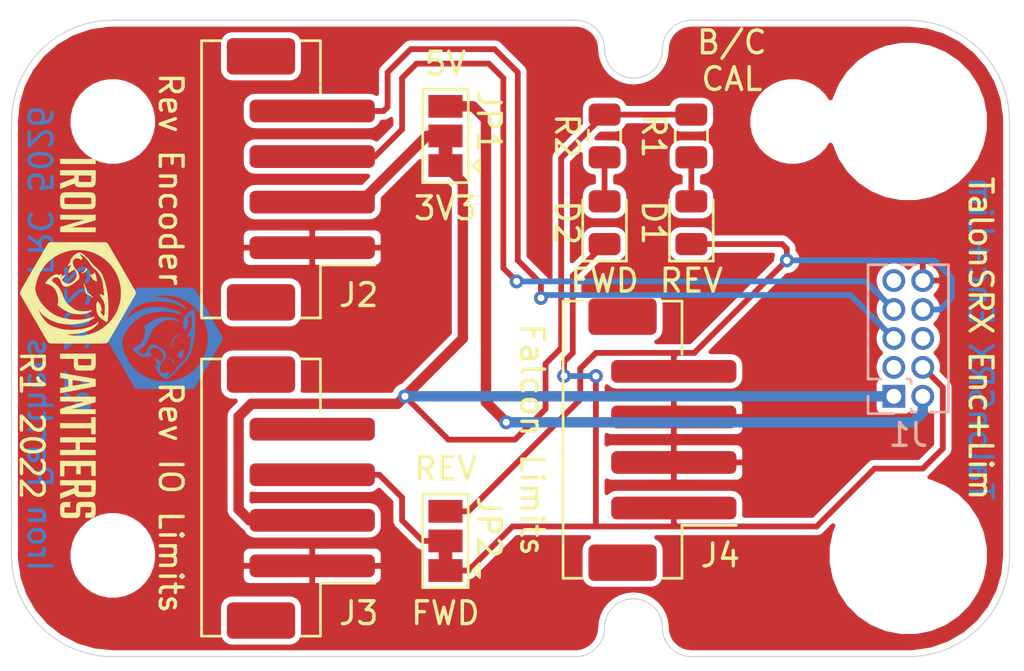
<source format=kicad_pcb>
(kicad_pcb (version 20171130) (host pcbnew "(5.1.6-0)")

  (general
    (thickness 1.6)
    (drawings 30)
    (tracks 107)
    (zones 0)
    (modules 17)
    (nets 16)
  )

  (page A4)
  (layers
    (0 F.Cu signal)
    (31 B.Cu signal)
    (32 B.Adhes user)
    (33 F.Adhes user)
    (34 B.Paste user)
    (35 F.Paste user)
    (36 B.SilkS user)
    (37 F.SilkS user)
    (38 B.Mask user hide)
    (39 F.Mask user hide)
    (40 Dwgs.User user)
    (41 Cmts.User user hide)
    (42 Eco1.User user)
    (43 Eco2.User user)
    (44 Edge.Cuts user)
    (45 Margin user)
    (46 B.CrtYd user)
    (47 F.CrtYd user)
    (48 B.Fab user hide)
    (49 F.Fab user hide)
  )

  (setup
    (last_trace_width 0.254)
    (user_trace_width 0.1524)
    (user_trace_width 0.2032)
    (user_trace_width 0.254)
    (user_trace_width 0.3048)
    (user_trace_width 0.4572)
    (user_trace_width 0.6096)
    (trace_clearance 0.254)
    (zone_clearance 0.254)
    (zone_45_only no)
    (trace_min 0.15)
    (via_size 0.6096)
    (via_drill 0.3048)
    (via_min_size 0.4)
    (via_min_drill 0.3)
    (uvia_size 0.3)
    (uvia_drill 0.1)
    (uvias_allowed no)
    (uvia_min_size 0.2)
    (uvia_min_drill 0.1)
    (edge_width 0.05)
    (segment_width 0.2)
    (pcb_text_width 0.3)
    (pcb_text_size 1.5 1.5)
    (mod_edge_width 0.12)
    (mod_text_size 1 1)
    (mod_text_width 0.15)
    (pad_size 1.524 1.524)
    (pad_drill 0.762)
    (pad_to_mask_clearance 0.05)
    (aux_axis_origin 96.52 95.25)
    (visible_elements FFFFFF7F)
    (pcbplotparams
      (layerselection 0x010fc_ffffffff)
      (usegerberextensions false)
      (usegerberattributes true)
      (usegerberadvancedattributes true)
      (creategerberjobfile true)
      (excludeedgelayer true)
      (linewidth 0.100000)
      (plotframeref false)
      (viasonmask false)
      (mode 1)
      (useauxorigin true)
      (hpglpennumber 1)
      (hpglpenspeed 20)
      (hpglpendiameter 15.000000)
      (psnegative false)
      (psa4output false)
      (plotreference true)
      (plotvalue true)
      (plotinvisibletext false)
      (padsonsilk false)
      (subtractmaskfromsilk false)
      (outputformat 1)
      (mirror false)
      (drillshape 0)
      (scaleselection 1)
      (outputdirectory "gerbers"))
  )

  (net 0 "")
  (net 1 /LIM_REV)
  (net 2 /LIM_FWD)
  (net 3 /+3.3V)
  (net 4 /+5V)
  (net 5 /ANA_IN)
  (net 6 /ENC_B)
  (net 7 "Net-(J1-Pad6)")
  (net 8 /ENC_A)
  (net 9 /ENC_IDX)
  (net 10 GND)
  (net 11 "Net-(J3-Pad4)")
  (net 12 /LIM_REV_A)
  (net 13 /LIM_FWD_A)
  (net 14 /ENC_PWR)
  (net 15 /LIM_N)

  (net_class Default "This is the default net class."
    (clearance 0.254)
    (trace_width 0.2032)
    (via_dia 0.6096)
    (via_drill 0.3048)
    (uvia_dia 0.3)
    (uvia_drill 0.1)
    (add_net /+3.3V)
    (add_net /+5V)
    (add_net /ANA_IN)
    (add_net /ENC_A)
    (add_net /ENC_B)
    (add_net /ENC_IDX)
    (add_net /ENC_PWR)
    (add_net /LIM_FWD)
    (add_net /LIM_FWD_A)
    (add_net /LIM_N)
    (add_net /LIM_REV)
    (add_net /LIM_REV_A)
    (add_net GND)
    (add_net "Net-(J1-Pad6)")
    (add_net "Net-(J3-Pad4)")
  )

  (module talonsrx-enc-limit-ftc-special:iron_panthers_logo_fcu_5mm (layer B.Cu) (tedit 0) (tstamp 6260F65A)
    (at 117.221 97.155 90)
    (fp_text reference G*** (at 0 0 90) (layer B.Cu) hide
      (effects (font (size 1.524 1.524) (thickness 0.3)) (justify mirror))
    )
    (fp_text value LOGO (at 0.75 0 90) (layer B.Cu) hide
      (effects (font (size 1.524 1.524) (thickness 0.3)) (justify mirror))
    )
    (fp_poly (pts (xy 0.034273 2.531249) (xy 0.057789 2.526154) (xy 0.065444 2.522247) (xy 0.083538 2.5123)
      (xy 0.111518 2.496629) (xy 0.148831 2.475552) (xy 0.194921 2.449386) (xy 0.249236 2.418449)
      (xy 0.31122 2.383057) (xy 0.38032 2.343527) (xy 0.455982 2.300177) (xy 0.537651 2.253324)
      (xy 0.624775 2.203285) (xy 0.716798 2.150378) (xy 0.813167 2.094918) (xy 0.913327 2.037225)
      (xy 1.016725 1.977614) (xy 1.1049 1.926738) (xy 1.251412 1.842117) (xy 1.386906 1.763743)
      (xy 1.511414 1.691597) (xy 1.624965 1.625662) (xy 1.72759 1.56592) (xy 1.819319 1.512353)
      (xy 1.900181 1.464944) (xy 1.970209 1.423675) (xy 2.029431 1.388528) (xy 2.077878 1.359484)
      (xy 2.115581 1.336527) (xy 2.142569 1.319639) (xy 2.158874 1.308802) (xy 2.163405 1.305318)
      (xy 2.188487 1.279059) (xy 2.205072 1.251533) (xy 2.209443 1.240921) (xy 2.211014 1.236609)
      (xy 2.212454 1.232068) (xy 2.213768 1.226753) (xy 2.214963 1.220115) (xy 2.216043 1.211609)
      (xy 2.217014 1.200688) (xy 2.217883 1.186805) (xy 2.218655 1.169413) (xy 2.219336 1.147965)
      (xy 2.219931 1.121915) (xy 2.220447 1.090716) (xy 2.220888 1.053821) (xy 2.221261 1.010683)
      (xy 2.221572 0.960756) (xy 2.221825 0.903493) (xy 2.222028 0.838347) (xy 2.222185 0.764771)
      (xy 2.222303 0.682218) (xy 2.222387 0.590143) (xy 2.222443 0.487997) (xy 2.222476 0.375235)
      (xy 2.222493 0.251309) (xy 2.222499 0.115673) (xy 2.2225 -0.003175) (xy 2.222498 -0.148719)
      (xy 2.222489 -0.282109) (xy 2.222468 -0.403893) (xy 2.222429 -0.514617) (xy 2.222365 -0.614826)
      (xy 2.222272 -0.705069) (xy 2.222144 -0.78589) (xy 2.221975 -0.857838) (xy 2.22176 -0.921458)
      (xy 2.221493 -0.977297) (xy 2.221168 -1.025901) (xy 2.220779 -1.067817) (xy 2.220322 -1.103593)
      (xy 2.21979 -1.133773) (xy 2.219178 -1.158905) (xy 2.21848 -1.179535) (xy 2.217691 -1.19621)
      (xy 2.216805 -1.209476) (xy 2.215815 -1.21988) (xy 2.214718 -1.227969) (xy 2.213506 -1.234288)
      (xy 2.212175 -1.239386) (xy 2.210719 -1.243807) (xy 2.209687 -1.246617) (xy 2.193081 -1.278631)
      (xy 2.170103 -1.307078) (xy 2.17 -1.30718) (xy 2.161837 -1.313378) (xy 2.144914 -1.324522)
      (xy 2.119063 -1.340709) (xy 2.084116 -1.362039) (xy 2.039905 -1.38861) (xy 1.986264 -1.420521)
      (xy 1.923024 -1.457869) (xy 1.850017 -1.500754) (xy 1.767077 -1.549275) (xy 1.674035 -1.603529)
      (xy 1.570724 -1.663616) (xy 1.456976 -1.729633) (xy 1.332624 -1.80168) (xy 1.197499 -1.879856)
      (xy 1.114425 -1.927871) (xy 1.008554 -1.989014) (xy 0.90543 -2.048515) (xy 0.805607 -2.106058)
      (xy 0.70964 -2.161323) (xy 0.618085 -2.213993) (xy 0.531496 -2.263751) (xy 0.450428 -2.310277)
      (xy 0.375437 -2.353256) (xy 0.307076 -2.392368) (xy 0.245903 -2.427295) (xy 0.192471 -2.457721)
      (xy 0.147335 -2.483326) (xy 0.111051 -2.503793) (xy 0.084173 -2.518805) (xy 0.067257 -2.528043)
      (xy 0.061114 -2.531122) (xy 0.023964 -2.539077) (xy -0.017042 -2.539083) (xy -0.056183 -2.531407)
      (xy -0.073025 -2.524885) (xy -0.085227 -2.518534) (xy -0.107465 -2.506312) (xy -0.13908 -2.488602)
      (xy -0.179409 -2.465789) (xy -0.227792 -2.438255) (xy -0.283566 -2.406386) (xy -0.346071 -2.370565)
      (xy -0.414644 -2.331175) (xy -0.488625 -2.288601) (xy -0.567353 -2.243227) (xy -0.650165 -2.195436)
      (xy -0.7364 -2.145612) (xy -0.825396 -2.094139) (xy -0.916494 -2.041402) (xy -1.00903 -1.987783)
      (xy -1.102344 -1.933668) (xy -1.195774 -1.879439) (xy -1.288658 -1.82548) (xy -1.380336 -1.772176)
      (xy -1.470145 -1.71991) (xy -1.557426 -1.669067) (xy -1.641515 -1.620029) (xy -1.721751 -1.573182)
      (xy -1.797474 -1.528908) (xy -1.868021 -1.487592) (xy -1.932732 -1.449617) (xy -1.990944 -1.415369)
      (xy -2.041997 -1.385229) (xy -2.085229 -1.359582) (xy -2.119979 -1.338813) (xy -2.145584 -1.323305)
      (xy -2.161385 -1.313441) (xy -2.166546 -1.309849) (xy -2.183313 -1.290081) (xy -2.199003 -1.26586)
      (xy -2.204646 -1.254806) (xy -2.219325 -1.222375) (xy -2.219325 0.003175) (xy -1.882249 0.003175)
      (xy -1.882127 -0.053902) (xy -1.881686 -0.100503) (xy -1.880811 -0.138848) (xy -1.87939 -0.17116)
      (xy -1.877309 -0.199661) (xy -1.874455 -0.22657) (xy -1.870715 -0.254111) (xy -1.86831 -0.269875)
      (xy -1.83765 -0.426086) (xy -1.795537 -0.576964) (xy -1.74207 -0.722302) (xy -1.677344 -0.861899)
      (xy -1.601458 -0.99555) (xy -1.514509 -1.12305) (xy -1.416593 -1.244196) (xy -1.388634 -1.275413)
      (xy -1.280183 -1.384677) (xy -1.164079 -1.483905) (xy -1.040709 -1.572893) (xy -0.910457 -1.651437)
      (xy -0.77371 -1.719332) (xy -0.630853 -1.776375) (xy -0.482272 -1.822361) (xy -0.328352 -1.857088)
      (xy -0.269875 -1.867081) (xy -0.225571 -1.873112) (xy -0.18826 -1.875662) (xy -0.152991 -1.874624)
      (xy -0.114811 -1.869889) (xy -0.0762 -1.862842) (xy 0.023011 -1.837262) (xy 0.123789 -1.800121)
      (xy 0.225087 -1.752291) (xy 0.325858 -1.694638) (xy 0.425056 -1.628032) (xy 0.521634 -1.553341)
      (xy 0.614545 -1.471435) (xy 0.702744 -1.383182) (xy 0.785182 -1.28945) (xy 0.860813 -1.191109)
      (xy 0.928592 -1.089028) (xy 0.98747 -0.984074) (xy 0.991064 -0.976976) (xy 1.030027 -0.890144)
      (xy 1.065218 -0.792949) (xy 1.096313 -0.687248) (xy 1.122986 -0.5749) (xy 1.144912 -0.457765)
      (xy 1.161766 -0.3377) (xy 1.173224 -0.216566) (xy 1.178961 -0.096221) (xy 1.178651 0.021476)
      (xy 1.175993 0.081019) (xy 1.165636 0.205599) (xy 1.150017 0.324252) (xy 1.129412 0.435535)
      (xy 1.104098 0.538008) (xy 1.074351 0.630228) (xy 1.066996 0.649619) (xy 1.056814 0.677039)
      (xy 1.049174 0.700321) (xy 1.044869 0.716847) (xy 1.044509 0.723795) (xy 1.054401 0.730155)
      (xy 1.068723 0.725983) (xy 1.086634 0.712303) (xy 1.10729 0.690135) (xy 1.129849 0.660501)
      (xy 1.15347 0.624425) (xy 1.177309 0.582928) (xy 1.200525 0.537033) (xy 1.203306 0.531113)
      (xy 1.254225 0.40843) (xy 1.296881 0.277494) (xy 1.331073 0.139865) (xy 1.356598 -0.002897)
      (xy 1.373256 -0.149231) (xy 1.380846 -0.297578) (xy 1.379165 -0.446378) (xy 1.368012 -0.594069)
      (xy 1.358401 -0.669925) (xy 1.331769 -0.815018) (xy 1.29483 -0.952936) (xy 1.247293 -1.084311)
      (xy 1.188867 -1.209777) (xy 1.119263 -1.329965) (xy 1.038188 -1.445509) (xy 0.956444 -1.544615)
      (xy 0.900347 -1.601453) (xy 0.833684 -1.657536) (xy 0.758551 -1.71111) (xy 0.753625 -1.714333)
      (xy 0.728104 -1.731179) (xy 0.70697 -1.745576) (xy 0.692232 -1.756121) (xy 0.685901 -1.761411)
      (xy 0.6858 -1.761651) (xy 0.691183 -1.761173) (xy 0.706164 -1.755781) (xy 0.72899 -1.746256)
      (xy 0.757911 -1.733383) (xy 0.791174 -1.717943) (xy 0.827026 -1.70072) (xy 0.863715 -1.682496)
      (xy 0.869495 -1.679566) (xy 0.926726 -1.648598) (xy 0.986396 -1.612922) (xy 1.046937 -1.573728)
      (xy 1.106785 -1.532205) (xy 1.164374 -1.489545) (xy 1.218137 -1.446939) (xy 1.26651 -1.405575)
      (xy 1.307926 -1.366646) (xy 1.34082 -1.331341) (xy 1.359713 -1.306851) (xy 1.396505 -1.247143)
      (xy 1.433209 -1.177046) (xy 1.468975 -1.098847) (xy 1.502952 -1.014836) (xy 1.53429 -0.9273)
      (xy 1.562137 -0.838526) (xy 1.585644 -0.750804) (xy 1.60396 -0.666421) (xy 1.609513 -0.634911)
      (xy 1.616189 -0.584274) (xy 1.621505 -0.523759) (xy 1.625361 -0.456123) (xy 1.627655 -0.384126)
      (xy 1.628289 -0.310525) (xy 1.627161 -0.238079) (xy 1.625502 -0.194276) (xy 1.614209 -0.032122)
      (xy 1.596281 0.119204) (xy 1.571718 0.259702) (xy 1.54052 0.389373) (xy 1.502687 0.508218)
      (xy 1.458218 0.616237) (xy 1.407113 0.713431) (xy 1.349371 0.799801) (xy 1.323602 0.832297)
      (xy 1.306336 0.853622) (xy 1.292673 0.871683) (xy 1.284378 0.884079) (xy 1.2827 0.887969)
      (xy 1.28711 0.896313) (xy 1.299661 0.896366) (xy 1.319328 0.888628) (xy 1.345089 0.873601)
      (xy 1.375919 0.851788) (xy 1.40663 0.827209) (xy 1.46909 0.767119) (xy 1.527238 0.695752)
      (xy 1.580823 0.613861) (xy 1.629593 0.522203) (xy 1.673299 0.421532) (xy 1.711687 0.312605)
      (xy 1.744509 0.196175) (xy 1.771512 0.072999) (xy 1.792446 -0.05617) (xy 1.80706 -0.190574)
      (xy 1.815102 -0.32946) (xy 1.816627 -0.4064) (xy 1.816942 -0.445985) (xy 1.817385 -0.47414)
      (xy 1.818103 -0.492132) (xy 1.819243 -0.501232) (xy 1.82095 -0.502708) (xy 1.823373 -0.497829)
      (xy 1.826205 -0.489308) (xy 1.84346 -0.424945) (xy 1.858307 -0.350579) (xy 1.870429 -0.26873)
      (xy 1.879508 -0.18192) (xy 1.885228 -0.092673) (xy 1.887272 -0.00351) (xy 1.887272 -0.003175)
      (xy 1.884843 0.110549) (xy 1.877024 0.216341) (xy 1.863357 0.317975) (xy 1.843387 0.41922)
      (xy 1.829065 0.477989) (xy 1.784661 0.624417) (xy 1.729045 0.765472) (xy 1.662732 0.900649)
      (xy 1.58624 1.029443) (xy 1.500086 1.151346) (xy 1.404788 1.265852) (xy 1.300863 1.372457)
      (xy 1.188828 1.470654) (xy 1.069201 1.559936) (xy 0.942498 1.639799) (xy 0.809237 1.709735)
      (xy 0.669935 1.76924) (xy 0.525109 1.817806) (xy 0.434975 1.841678) (xy 0.367375 1.856848)
      (xy 0.30486 1.868574) (xy 0.244103 1.877223) (xy 0.181777 1.883166) (xy 0.114554 1.886772)
      (xy 0.039109 1.88841) (xy 0.0127 1.888579) (xy -0.054141 1.888423) (xy -0.111318 1.887285)
      (xy -0.161848 1.884896) (xy -0.208745 1.88099) (xy -0.255026 1.875298) (xy -0.303708 1.867552)
      (xy -0.357805 1.857483) (xy -0.37465 1.854147) (xy -0.522605 1.818209) (xy -0.665798 1.7708)
      (xy -0.803709 1.71242) (xy -0.935817 1.643567) (xy -1.061603 1.564742) (xy -1.180547 1.476444)
      (xy -1.292128 1.379173) (xy -1.395826 1.273428) (xy -1.491122 1.159709) (xy -1.577494 1.038516)
      (xy -1.654424 0.910347) (xy -1.721391 0.775702) (xy -1.777874 0.635082) (xy -1.823354 0.488985)
      (xy -1.832361 0.454025) (xy -1.846611 0.394173) (xy -1.857966 0.340414) (xy -1.866729 0.290016)
      (xy -1.873203 0.240249) (xy -1.877689 0.188381) (xy -1.880489 0.13168) (xy -1.881906 0.067414)
      (xy -1.882249 0.003175) (xy -2.219325 0.003175) (xy -2.219325 1.216025) (xy -2.204646 1.248457)
      (xy -2.191353 1.272098) (xy -2.174459 1.294911) (xy -2.166546 1.303411) (xy -2.158964 1.308613)
      (xy -2.141032 1.319761) (xy -2.113412 1.33647) (xy -2.076763 1.358359) (xy -2.031748 1.385044)
      (xy -1.979027 1.416142) (xy -1.919262 1.45127) (xy -1.853113 1.490045) (xy -1.781242 1.532084)
      (xy -1.70431 1.577005) (xy -1.622978 1.624424) (xy -1.537908 1.673958) (xy -1.449759 1.725225)
      (xy -1.359194 1.777841) (xy -1.266874 1.831424) (xy -1.173459 1.88559) (xy -1.079611 1.939957)
      (xy -0.985991 1.994141) (xy -0.89326 2.04776) (xy -0.802079 2.10043) (xy -0.713109 2.151769)
      (xy -0.627012 2.201394) (xy -0.544449 2.248922) (xy -0.46608 2.293969) (xy -0.392567 2.336153)
      (xy -0.32457 2.375091) (xy -0.262752 2.4104) (xy -0.207773 2.441697) (xy -0.160295 2.468598)
      (xy -0.120978 2.490722) (xy -0.090483 2.507685) (xy -0.069472 2.519104) (xy -0.058606 2.524596)
      (xy -0.057829 2.524907) (xy -0.030683 2.530955) (xy 0.002042 2.53309) (xy 0.034273 2.531249)) (layer B.Cu) (width 0.01))
    (fp_poly (pts (xy 0.901534 1.332862) (xy 1.042426 1.322599) (xy 1.17461 1.306797) (xy 1.219268 1.2998)
      (xy 1.247862 1.294151) (xy 1.265589 1.287286) (xy 1.273413 1.277075) (xy 1.2723 1.261387)
      (xy 1.263216 1.238092) (xy 1.255008 1.220932) (xy 1.223469 1.163507) (xy 1.185439 1.105257)
      (xy 1.142816 1.048462) (xy 1.097501 0.995401) (xy 1.051394 0.948356) (xy 1.006393 0.909604)
      (xy 0.979824 0.890705) (xy 0.936837 0.867904) (xy 0.882922 0.847602) (xy 0.819699 0.83035)
      (xy 0.7747 0.82109) (xy 0.737773 0.815886) (xy 0.694223 0.812183) (xy 0.646797 0.809979)
      (xy 0.598243 0.80927) (xy 0.551308 0.810056) (xy 0.508739 0.812333) (xy 0.473286 0.8161)
      (xy 0.447694 0.821354) (xy 0.447675 0.82136) (xy 0.418423 0.832617) (xy 0.396333 0.845883)
      (xy 0.383457 0.859716) (xy 0.381 0.868154) (xy 0.385091 0.876958) (xy 0.395793 0.891531)
      (xy 0.410092 0.907947) (xy 0.440869 0.934501) (xy 0.482162 0.960474) (xy 0.531795 0.984852)
      (xy 0.587594 1.006621) (xy 0.647381 1.024766) (xy 0.675111 1.031503) (xy 0.696954 1.035601)
      (xy 0.722665 1.039276) (xy 0.748639 1.04216) (xy 0.771276 1.043884) (xy 0.786975 1.044079)
      (xy 0.791351 1.043399) (xy 0.798925 1.0348) (xy 0.797924 1.020593) (xy 0.790809 1.007446)
      (xy 0.7849 0.99227) (xy 0.790237 0.97984) (xy 0.797759 0.975284) (xy 0.810782 0.97623)
      (xy 0.833124 0.985304) (xy 0.864479 1.002349) (xy 0.904542 1.027207) (xy 0.925532 1.041035)
      (xy 0.965057 1.069079) (xy 0.993052 1.092786) (xy 1.009764 1.11257) (xy 1.015441 1.128847)
      (xy 1.01033 1.142028) (xy 0.994681 1.152529) (xy 0.992752 1.153362) (xy 0.966426 1.162661)
      (xy 0.935648 1.170094) (xy 0.898748 1.175872) (xy 0.854059 1.180206) (xy 0.799912 1.183306)
      (xy 0.739775 1.185261) (xy 0.666493 1.186242) (xy 0.603764 1.185071) (xy 0.549552 1.181285)
      (xy 0.501823 1.174422) (xy 0.458542 1.16402) (xy 0.417674 1.149616) (xy 0.377184 1.130749)
      (xy 0.335039 1.106957) (xy 0.301177 1.08564) (xy 0.240044 1.046977) (xy 0.188111 1.016562)
      (xy 0.145059 0.994238) (xy 0.110568 0.979846) (xy 0.084319 0.973228) (xy 0.073414 0.972834)
      (xy 0.054204 0.976877) (xy 0.04607 0.985804) (xy 0.048867 1.000294) (xy 0.062451 1.021024)
      (xy 0.062972 1.021685) (xy 0.077162 1.0422) (xy 0.091681 1.067157) (xy 0.098314 1.080353)
      (xy 0.109486 1.106734) (xy 0.113957 1.125707) (xy 0.110643 1.13828) (xy 0.098461 1.145459)
      (xy 0.076326 1.148253) (xy 0.043155 1.147667) (xy 0.026888 1.146734) (xy -0.029432 1.14241)
      (xy -0.092396 1.136302) (xy -0.159656 1.128737) (xy -0.228864 1.120043) (xy -0.297672 1.110546)
      (xy -0.363732 1.100574) (xy -0.424695 1.090454) (xy -0.478214 1.080515) (xy -0.521941 1.071082)
      (xy -0.530169 1.069069) (xy -0.608145 1.046597) (xy -0.680429 1.019433) (xy -0.74866 0.986529)
      (xy -0.814475 0.946832) (xy -0.879512 0.899294) (xy -0.945408 0.842864) (xy -1.013802 0.776492)
      (xy -1.056772 0.731402) (xy -1.100855 0.684804) (xy -1.139419 0.646097) (xy -1.174823 0.613214)
      (xy -1.209429 0.584086) (xy -1.245597 0.556645) (xy -1.285687 0.528823) (xy -1.2954 0.522359)
      (xy -1.352655 0.483857) (xy -1.400867 0.449742) (xy -1.442063 0.418181) (xy -1.478272 0.38734)
      (xy -1.511525 0.355386) (xy -1.543849 0.320487) (xy -1.577273 0.280809) (xy -1.613492 0.23495)
      (xy -1.644392 0.194295) (xy -1.667667 0.162039) (xy -1.684072 0.137041) (xy -1.694363 0.118159)
      (xy -1.698948 0.10575) (xy -1.700324 0.094967) (xy -1.696834 0.090087) (xy -1.687311 0.091452)
      (xy -1.670589 0.099401) (xy -1.6455 0.114274) (xy -1.624966 0.127293) (xy -1.597541 0.144498)
      (xy -1.570948 0.160431) (xy -1.548802 0.172963) (xy -1.537909 0.178558) (xy -1.510543 0.19143)
      (xy -1.489126 0.175094) (xy -1.472088 0.159897) (xy -1.464412 0.145536) (xy -1.465826 0.128953)
      (xy -1.476056 0.107087) (xy -1.482122 0.09688) (xy -1.507379 0.045308) (xy -1.520106 -0.006503)
      (xy -1.520274 -0.058113) (xy -1.507851 -0.109083) (xy -1.498221 -0.131536) (xy -1.473733 -0.170854)
      (xy -1.443395 -0.199543) (xy -1.406386 -0.218038) (xy -1.361884 -0.226774) (xy -1.318238 -0.226897)
      (xy -1.259438 -0.217859) (xy -1.197841 -0.198127) (xy -1.132914 -0.167449) (xy -1.064122 -0.125573)
      (xy -0.990932 -0.072246) (xy -0.990897 -0.072218) (xy -0.937466 -0.032077) (xy -0.890518 -0.000538)
      (xy -0.848326 0.023487) (xy -0.813348 0.03944) (xy -0.786642 0.047068) (xy -0.753329 0.052148)
      (xy -0.716932 0.05462) (xy -0.680973 0.054422) (xy -0.648976 0.051495) (xy -0.624463 0.045778)
      (xy -0.617739 0.042804) (xy -0.59945 0.029365) (xy -0.575709 0.006672) (xy -0.547713 -0.023712)
      (xy -0.516659 -0.060221) (xy -0.483745 -0.101289) (xy -0.450168 -0.145353) (xy -0.417125 -0.190847)
      (xy -0.385813 -0.236205) (xy -0.35743 -0.279863) (xy -0.333174 -0.320256) (xy -0.316904 -0.350436)
      (xy -0.293299 -0.4038) (xy -0.279237 -0.4518) (xy -0.274149 -0.496753) (xy -0.274946 -0.52075)
      (xy -0.281267 -0.565759) (xy -0.292871 -0.603969) (xy -0.31099 -0.636759) (xy -0.336855 -0.665512)
      (xy -0.371698 -0.691608) (xy -0.416749 -0.716429) (xy -0.470637 -0.740295) (xy -0.510477 -0.756776)
      (xy -0.540854 -0.770028) (xy -0.564152 -0.781395) (xy -0.582754 -0.792221) (xy -0.599046 -0.80385)
      (xy -0.615412 -0.817626) (xy -0.627728 -0.82884) (xy -0.657818 -0.859796) (xy -0.677555 -0.888424)
      (xy -0.688221 -0.917497) (xy -0.691094 -0.949787) (xy -0.690325 -0.964493) (xy -0.681013 -1.018332)
      (xy -0.662743 -1.063327) (xy -0.635338 -1.09981) (xy -0.60435 -1.124617) (xy -0.575887 -1.137725)
      (xy -0.545965 -1.143319) (xy -0.51884 -1.14087) (xy -0.507892 -1.136592) (xy -0.499572 -1.128907)
      (xy -0.486291 -1.11305) (xy -0.470019 -1.091487) (xy -0.455978 -1.071504) (xy -0.435294 -1.043576)
      (xy -0.408176 -1.010524) (xy -0.377566 -0.975789) (xy -0.346406 -0.942813) (xy -0.342956 -0.939326)
      (xy -0.30214 -0.900024) (xy -0.261328 -0.864663) (xy -0.218917 -0.832291) (xy -0.173303 -0.801955)
      (xy -0.122883 -0.772702) (xy -0.066053 -0.743579) (xy -0.00121 -0.713634) (xy 0.073251 -0.681913)
      (xy 0.127 -0.660118) (xy 0.169773 -0.642715) (xy 0.212849 -0.624609) (xy 0.253303 -0.607071)
      (xy 0.288215 -0.59137) (xy 0.314662 -0.578778) (xy 0.317856 -0.577165) (xy 0.364281 -0.551121)
      (xy 0.408693 -0.521048) (xy 0.452339 -0.485753) (xy 0.496468 -0.444045) (xy 0.542328 -0.394729)
      (xy 0.591168 -0.336614) (xy 0.644235 -0.268508) (xy 0.652773 -0.257175) (xy 0.699594 -0.191001)
      (xy 0.736882 -0.129155) (xy 0.765713 -0.068983) (xy 0.787163 -0.007834) (xy 0.80231 0.056948)
      (xy 0.812228 0.128014) (xy 0.81324 0.138391) (xy 0.815981 0.200258) (xy 0.813926 0.270157)
      (xy 0.807481 0.344533) (xy 0.79705 0.41983) (xy 0.783038 0.492494) (xy 0.76585 0.558971)
      (xy 0.765037 0.561667) (xy 0.759775 0.580793) (xy 0.758833 0.592061) (xy 0.762229 0.599562)
      (xy 0.765212 0.602835) (xy 0.775445 0.608491) (xy 0.78671 0.604733) (xy 0.800124 0.590742)
      (xy 0.816804 0.565701) (xy 0.817549 0.564467) (xy 0.856539 0.488803) (xy 0.888213 0.404339)
      (xy 0.912364 0.312803) (xy 0.928781 0.21592) (xy 0.937256 0.115416) (xy 0.937579 0.01302)
      (xy 0.929543 -0.089544) (xy 0.912938 -0.190549) (xy 0.910365 -0.202458) (xy 0.892195 -0.274512)
      (xy 0.869829 -0.34414) (xy 0.841879 -0.41519) (xy 0.806955 -0.491512) (xy 0.803568 -0.498475)
      (xy 0.777355 -0.548923) (xy 0.746684 -0.602638) (xy 0.712942 -0.657574) (xy 0.677518 -0.711687)
      (xy 0.641803 -0.762931) (xy 0.607183 -0.809263) (xy 0.575049 -0.848637) (xy 0.546789 -0.879009)
      (xy 0.541981 -0.883584) (xy 0.523875 -0.900394) (xy 0.46355 -0.884165) (xy 0.436671 -0.877433)
      (xy 0.412409 -0.872792) (xy 0.387164 -0.869855) (xy 0.357336 -0.868236) (xy 0.319326 -0.86755)
      (xy 0.307975 -0.867478) (xy 0.260806 -0.867803) (xy 0.221987 -0.869696) (xy 0.187201 -0.873774)
      (xy 0.152134 -0.880653) (xy 0.11247 -0.890947) (xy 0.08255 -0.899652) (xy 0.044112 -0.912381)
      (xy 0.000917 -0.928752) (xy -0.043842 -0.947365) (xy -0.086971 -0.96682) (xy -0.125278 -0.985718)
      (xy -0.155567 -1.002658) (xy -0.16236 -1.006982) (xy -0.2171 -1.050321) (xy -0.267389 -1.10429)
      (xy -0.312171 -1.167282) (xy -0.350391 -1.237689) (xy -0.380994 -1.313902) (xy -0.395202 -1.361532)
      (xy -0.403691 -1.392067) (xy -0.410794 -1.412069) (xy -0.417486 -1.423481) (xy -0.424739 -1.428249)
      (xy -0.428853 -1.42875) (xy -0.437143 -1.425174) (xy -0.452995 -1.415526) (xy -0.473865 -1.401425)
      (xy -0.489988 -1.389851) (xy -0.555346 -1.336359) (xy -0.618661 -1.274148) (xy -0.677508 -1.206072)
      (xy -0.72946 -1.134987) (xy -0.772091 -1.063748) (xy -0.779712 -1.048875) (xy -0.794258 -1.018183)
      (xy -0.803532 -0.994339) (xy -0.808795 -0.9733) (xy -0.811314 -0.951026) (xy -0.811546 -0.947091)
      (xy -0.812015 -0.921369) (xy -0.809208 -0.901752) (xy -0.801772 -0.881788) (xy -0.794889 -0.867673)
      (xy -0.77597 -0.830472) (xy -0.801198 -0.7837) (xy -0.81666 -0.75133) (xy -0.823296 -0.727763)
      (xy -0.82114 -0.712701) (xy -0.810333 -0.705867) (xy -0.799672 -0.707504) (xy -0.780814 -0.713773)
      (xy -0.756888 -0.723553) (xy -0.741832 -0.730434) (xy -0.717689 -0.741575) (xy -0.698193 -0.749946)
      (xy -0.685904 -0.754483) (xy -0.683004 -0.754882) (xy -0.685562 -0.749131) (xy -0.694317 -0.73558)
      (xy -0.707743 -0.716509) (xy -0.718113 -0.70242) (xy -0.740015 -0.671484) (xy -0.758736 -0.641894)
      (xy -0.773216 -0.615632) (xy -0.782398 -0.594679) (xy -0.785224 -0.581017) (xy -0.784432 -0.578184)
      (xy -0.779672 -0.573391) (xy -0.772464 -0.572829) (xy -0.761094 -0.577276) (xy -0.743845 -0.587511)
      (xy -0.719 -0.604314) (xy -0.704615 -0.614416) (xy -0.675891 -0.63411) (xy -0.64636 -0.653336)
      (xy -0.620103 -0.669487) (xy -0.60575 -0.677623) (xy -0.567445 -0.698021) (xy -0.534757 -0.676007)
      (xy -0.487094 -0.637843) (xy -0.450916 -0.594901) (xy -0.425762 -0.546309) (xy -0.411176 -0.491194)
      (xy -0.40669 -0.4318) (xy -0.412742 -0.377107) (xy -0.43008 -0.322173) (xy -0.457399 -0.268438)
      (xy -0.493397 -0.217343) (xy -0.536771 -0.170327) (xy -0.586216 -0.128832) (xy -0.640431 -0.094298)
      (xy -0.698111 -0.068165) (xy -0.748804 -0.053652) (xy -0.786366 -0.048726) (xy -0.823595 -0.050326)
      (xy -0.862493 -0.059003) (xy -0.905062 -0.075308) (xy -0.953304 -0.09979) (xy -0.986335 -0.118953)
      (xy -1.005995 -0.131334) (xy -1.016628 -0.140216) (xy -1.020381 -0.148132) (xy -1.0194 -0.15762)
      (xy -1.019328 -0.157924) (xy -1.009697 -0.185995) (xy -0.992829 -0.221758) (xy -0.969752 -0.263261)
      (xy -0.941495 -0.308553) (xy -0.93395 -0.31993) (xy -0.91321 -0.350966) (xy -0.898781 -0.373267)
      (xy -0.889878 -0.388631) (xy -0.885718 -0.398859) (xy -0.885518 -0.405748) (xy -0.888495 -0.411098)
      (xy -0.892435 -0.415276) (xy -0.902314 -0.421184) (xy -0.91694 -0.422519) (xy -0.938134 -0.419033)
      (xy -0.967717 -0.410482) (xy -0.993775 -0.401568) (xy -1.054229 -0.376976) (xy -1.114637 -0.345792)
      (xy -1.162685 -0.316654) (xy -1.184585 -0.30296) (xy -1.202494 -0.292376) (xy -1.213717 -0.286467)
      (xy -1.215898 -0.28575) (xy -1.219513 -0.291175) (xy -1.218794 -0.30574) (xy -1.214333 -0.326881)
      (xy -1.206724 -0.352032) (xy -1.196557 -0.378628) (xy -1.192128 -0.388623) (xy -1.180905 -0.414264)
      (xy -1.175386 -0.43088) (xy -1.175022 -0.440505) (xy -1.177246 -0.443936) (xy -1.187229 -0.444377)
      (xy -1.205336 -0.437145) (xy -1.230221 -0.423029) (xy -1.260541 -0.402818) (xy -1.29495 -0.377301)
      (xy -1.307332 -0.367565) (xy -1.329507 -0.350152) (xy -1.34533 -0.339215) (xy -1.358327 -0.333248)
      (xy -1.372025 -0.330747) (xy -1.389949 -0.330205) (xy -1.394848 -0.3302) (xy -1.425087 -0.328519)
      (xy -1.451141 -0.322497) (xy -1.476757 -0.310661) (xy -1.505684 -0.291538) (xy -1.519273 -0.281326)
      (xy -1.577603 -0.232907) (xy -1.630303 -0.182118) (xy -1.676318 -0.130325) (xy -1.714591 -0.078895)
      (xy -1.744067 -0.029194) (xy -1.763687 0.017411) (xy -1.770312 0.043436) (xy -1.773782 0.072272)
      (xy -1.772192 0.098024) (xy -1.764614 0.123499) (xy -1.750117 0.151503) (xy -1.727774 0.184843)
      (xy -1.720012 0.19548) (xy -1.650184 0.286197) (xy -1.583502 0.365032) (xy -1.519646 0.43232)
      (xy -1.458293 0.488399) (xy -1.399122 0.533603) (xy -1.390106 0.53967) (xy -1.360663 0.560184)
      (xy -1.330475 0.582991) (xy -1.304031 0.604625) (xy -1.292225 0.615225) (xy -1.268449 0.637199)
      (xy -1.242587 0.660276) (xy -1.220201 0.679497) (xy -1.220003 0.67966) (xy -1.202947 0.695475)
      (xy -1.180764 0.718388) (xy -1.156156 0.745496) (xy -1.131825 0.773897) (xy -1.128542 0.777875)
      (xy -1.056626 0.860098) (xy -0.985366 0.930516) (xy -0.913819 0.989923) (xy -0.841044 1.039113)
      (xy -0.777875 1.07331) (xy -0.737692 1.091352) (xy -0.687998 1.111467) (xy -0.6316 1.132642)
      (xy -0.571306 1.153864) (xy -0.509925 1.174121) (xy -0.450265 1.192399) (xy -0.437522 1.196091)
      (xy -0.305762 1.230195) (xy -0.165208 1.259856) (xy -0.017805 1.284953) (xy 0.134502 1.305364)
      (xy 0.289769 1.320966) (xy 0.44605 1.331639) (xy 0.601401 1.33726) (xy 0.753877 1.337709)
      (xy 0.901534 1.332862)) (layer B.Cu) (width 0.01))
    (fp_poly (pts (xy -1.048221 0.409695) (xy -1.031733 0.401781) (xy -1.011369 0.390891) (xy -0.990573 0.378906)
      (xy -0.97279 0.367706) (xy -0.965638 0.362637) (xy -0.941933 0.340275) (xy -0.918028 0.310498)
      (xy -0.897048 0.277815) (xy -0.882117 0.246737) (xy -0.879089 0.237734) (xy -0.873585 0.210689)
      (xy -0.871058 0.181502) (xy -0.871193 0.170228) (xy -0.873125 0.136525) (xy -0.881617 0.169736)
      (xy -0.89468 0.204565) (xy -0.915203 0.24098) (xy -0.940052 0.274118) (xy -0.963924 0.29744)
      (xy -0.982328 0.310494) (xy -1.005102 0.324521) (xy -1.028939 0.337737) (xy -1.050532 0.348357)
      (xy -1.066575 0.354598) (xy -1.071563 0.35552) (xy -1.078941 0.359738) (xy -1.0795 0.362154)
      (xy -1.07721 0.372466) (xy -1.071709 0.387232) (xy -1.065054 0.401746) (xy -1.059303 0.411302)
      (xy -1.057388 0.41275) (xy -1.048221 0.409695)) (layer B.Cu) (width 0.01))
    (fp_poly (pts (xy 0.210243 0.662258) (xy 0.207339 0.655) (xy 0.198709 0.64038) (xy 0.183786 0.61727)
      (xy 0.168934 0.594897) (xy 0.145362 0.55904) (xy 0.118407 0.517146) (xy 0.091176 0.474091)
      (xy 0.066776 0.434753) (xy 0.063698 0.429713) (xy 0.043193 0.396485) (xy 0.027792 0.372776)
      (xy 0.016303 0.357079) (xy 0.007533 0.347884) (xy 0.000289 0.343683) (xy -0.004916 0.3429)
      (xy -0.021258 0.341298) (xy -0.047952 0.336785) (xy -0.0831 0.329805) (xy -0.124804 0.3208)
      (xy -0.171167 0.310212) (xy -0.22029 0.298486) (xy -0.270275 0.286062) (xy -0.319226 0.273384)
      (xy -0.365244 0.260895) (xy -0.403225 0.249992) (xy -0.411465 0.248837) (xy -0.409575 0.252847)
      (xy -0.401663 0.258219) (xy -0.38489 0.267881) (xy -0.361753 0.280438) (xy -0.33604 0.293841)
      (xy -0.290052 0.315313) (xy -0.237231 0.336622) (xy -0.181697 0.356337) (xy -0.127573 0.373025)
      (xy -0.078982 0.385252) (xy -0.06507 0.388026) (xy -0.041254 0.392696) (xy -0.025936 0.397612)
      (xy -0.015117 0.405293) (xy -0.004798 0.418256) (xy 0.00412 0.431594) (xy 0.032296 0.472122)
      (xy 0.063861 0.513718) (xy 0.096995 0.554276) (xy 0.129876 0.591694) (xy 0.160681 0.623867)
      (xy 0.187591 0.64869) (xy 0.201123 0.65919) (xy 0.207983 0.663279) (xy 0.210243 0.662258)) (layer B.Cu) (width 0.01))
    (fp_poly (pts (xy -0.51595 0.833412) (xy -0.511045 0.819237) (xy -0.51438 0.795648) (xy -0.518098 0.783404)
      (xy -0.534752 0.746072) (xy -0.558245 0.708952) (xy -0.585218 0.676978) (xy -0.599223 0.664251)
      (xy -0.613419 0.653353) (xy -0.634779 0.637646) (xy -0.661058 0.618709) (xy -0.690015 0.59812)
      (xy -0.719405 0.577458) (xy -0.746986 0.558303) (xy -0.770514 0.542232) (xy -0.787747 0.530827)
      (xy -0.795338 0.526204) (xy -0.804286 0.523311) (xy -0.80645 0.524898) (xy -0.803116 0.532455)
      (xy -0.794663 0.546321) (xy -0.789334 0.554242) (xy -0.772217 0.578942) (xy -0.79511 0.599034)
      (xy -0.819976 0.62465) (xy -0.835189 0.650816) (xy -0.843224 0.681854) (xy -0.843463 0.68348)
      (xy -0.846621 0.701616) (xy -0.8518 0.711373) (xy -0.862699 0.71667) (xy -0.8783 0.720391)
      (xy -0.895879 0.725334) (xy -0.906872 0.730527) (xy -0.908742 0.732989) (xy -0.902879 0.735924)
      (xy -0.886525 0.741545) (xy -0.861485 0.749353) (xy -0.829563 0.75885) (xy -0.792563 0.769536)
      (xy -0.752288 0.780912) (xy -0.710543 0.792479) (xy -0.669131 0.803739) (xy -0.629856 0.814192)
      (xy -0.594523 0.823339) (xy -0.564935 0.830681) (xy -0.542896 0.83572) (xy -0.53021 0.837955)
      (xy -0.529066 0.838021) (xy -0.51595 0.833412)) (layer B.Cu) (width 0.01))
  )

  (module talonsrx-enc-limit-ftc-special:iron_panthers_wordmark_silk_5mm (layer F.Cu) (tedit 0) (tstamp 6260F35C)
    (at 113.411 97.155 270)
    (fp_text reference G*** (at 0 0 90) (layer F.SilkS) hide
      (effects (font (size 1.524 1.524) (thickness 0.3)))
    )
    (fp_text value LOGO (at 0.75 0 90) (layer F.SilkS) hide
      (effects (font (size 1.524 1.524) (thickness 0.3)))
    )
    (fp_poly (pts (xy -1.965977 -2.524899) (xy -1.942461 -2.519804) (xy -1.934806 -2.515897) (xy -1.916712 -2.50595)
      (xy -1.888732 -2.490279) (xy -1.851419 -2.469202) (xy -1.805329 -2.443036) (xy -1.751014 -2.412099)
      (xy -1.68903 -2.376707) (xy -1.61993 -2.337177) (xy -1.544268 -2.293827) (xy -1.462599 -2.246974)
      (xy -1.375475 -2.196935) (xy -1.283452 -2.144028) (xy -1.187083 -2.088568) (xy -1.086923 -2.030875)
      (xy -0.983525 -1.971264) (xy -0.89535 -1.920388) (xy -0.748838 -1.835767) (xy -0.613344 -1.757393)
      (xy -0.488836 -1.685247) (xy -0.375285 -1.619312) (xy -0.27266 -1.55957) (xy -0.180931 -1.506003)
      (xy -0.100069 -1.458594) (xy -0.030041 -1.417325) (xy 0.029181 -1.382178) (xy 0.077628 -1.353134)
      (xy 0.115331 -1.330177) (xy 0.142319 -1.313289) (xy 0.158624 -1.302452) (xy 0.163155 -1.298968)
      (xy 0.188237 -1.272709) (xy 0.204822 -1.245183) (xy 0.209193 -1.234571) (xy 0.210764 -1.230259)
      (xy 0.212204 -1.225718) (xy 0.213518 -1.220403) (xy 0.214713 -1.213765) (xy 0.215793 -1.205259)
      (xy 0.216764 -1.194338) (xy 0.217633 -1.180455) (xy 0.218405 -1.163063) (xy 0.219086 -1.141615)
      (xy 0.219681 -1.115565) (xy 0.220197 -1.084366) (xy 0.220638 -1.047471) (xy 0.221011 -1.004333)
      (xy 0.221322 -0.954406) (xy 0.221575 -0.897143) (xy 0.221778 -0.831997) (xy 0.221935 -0.758421)
      (xy 0.222053 -0.675868) (xy 0.222137 -0.583793) (xy 0.222193 -0.481647) (xy 0.222226 -0.368885)
      (xy 0.222243 -0.244959) (xy 0.222249 -0.109323) (xy 0.22225 0.009525) (xy 0.222248 0.155069)
      (xy 0.222239 0.288459) (xy 0.222218 0.410243) (xy 0.222179 0.520967) (xy 0.222115 0.621176)
      (xy 0.222022 0.711419) (xy 0.221894 0.79224) (xy 0.221725 0.864188) (xy 0.22151 0.927808)
      (xy 0.221243 0.983647) (xy 0.220918 1.032251) (xy 0.220529 1.074167) (xy 0.220072 1.109943)
      (xy 0.21954 1.140123) (xy 0.218928 1.165255) (xy 0.21823 1.185885) (xy 0.217441 1.20256)
      (xy 0.216555 1.215826) (xy 0.215565 1.22623) (xy 0.214468 1.234319) (xy 0.213256 1.240638)
      (xy 0.211925 1.245736) (xy 0.210469 1.250157) (xy 0.209437 1.252967) (xy 0.192831 1.284981)
      (xy 0.169853 1.313428) (xy 0.16975 1.31353) (xy 0.161587 1.319728) (xy 0.144664 1.330872)
      (xy 0.118813 1.347059) (xy 0.083866 1.368389) (xy 0.039655 1.39496) (xy -0.013986 1.426871)
      (xy -0.077226 1.464219) (xy -0.150233 1.507104) (xy -0.233173 1.555625) (xy -0.326215 1.609879)
      (xy -0.429526 1.669966) (xy -0.543274 1.735983) (xy -0.667626 1.80803) (xy -0.802751 1.886206)
      (xy -0.885825 1.934221) (xy -0.991696 1.995364) (xy -1.09482 2.054865) (xy -1.194643 2.112408)
      (xy -1.29061 2.167673) (xy -1.382165 2.220343) (xy -1.468754 2.270101) (xy -1.549822 2.316627)
      (xy -1.624813 2.359606) (xy -1.693174 2.398718) (xy -1.754347 2.433645) (xy -1.807779 2.464071)
      (xy -1.852915 2.489676) (xy -1.889199 2.510143) (xy -1.916077 2.525155) (xy -1.932993 2.534393)
      (xy -1.939136 2.537472) (xy -1.976286 2.545427) (xy -2.017292 2.545433) (xy -2.056433 2.537757)
      (xy -2.073275 2.531235) (xy -2.085477 2.524884) (xy -2.107715 2.512662) (xy -2.13933 2.494952)
      (xy -2.179659 2.472139) (xy -2.228042 2.444605) (xy -2.283816 2.412736) (xy -2.346321 2.376915)
      (xy -2.414894 2.337525) (xy -2.488875 2.294951) (xy -2.567603 2.249577) (xy -2.650415 2.201786)
      (xy -2.73665 2.151962) (xy -2.825646 2.100489) (xy -2.916744 2.047752) (xy -3.00928 1.994133)
      (xy -3.102594 1.940018) (xy -3.196024 1.885789) (xy -3.288908 1.83183) (xy -3.380586 1.778526)
      (xy -3.470395 1.72626) (xy -3.557676 1.675417) (xy -3.641765 1.626379) (xy -3.722001 1.579532)
      (xy -3.797724 1.535258) (xy -3.868271 1.493942) (xy -3.932982 1.455967) (xy -3.991194 1.421719)
      (xy -4.042247 1.391579) (xy -4.085479 1.365932) (xy -4.120229 1.345163) (xy -4.145834 1.329655)
      (xy -4.161635 1.319791) (xy -4.166796 1.316199) (xy -4.183563 1.296431) (xy -4.199253 1.27221)
      (xy -4.204896 1.261156) (xy -4.219575 1.228725) (xy -4.219575 0.003175) (xy -3.882499 0.003175)
      (xy -3.882377 0.060252) (xy -3.881936 0.106853) (xy -3.881061 0.145198) (xy -3.87964 0.17751)
      (xy -3.877559 0.206011) (xy -3.874705 0.23292) (xy -3.870965 0.260461) (xy -3.86856 0.276225)
      (xy -3.8379 0.432436) (xy -3.795787 0.583314) (xy -3.74232 0.728652) (xy -3.677594 0.868249)
      (xy -3.601708 1.0019) (xy -3.514759 1.1294) (xy -3.416843 1.250546) (xy -3.388884 1.281763)
      (xy -3.280433 1.391027) (xy -3.164329 1.490255) (xy -3.040959 1.579243) (xy -2.910707 1.657787)
      (xy -2.77396 1.725682) (xy -2.631103 1.782725) (xy -2.482522 1.828711) (xy -2.328602 1.863438)
      (xy -2.270125 1.873431) (xy -2.225821 1.879462) (xy -2.18851 1.882012) (xy -2.153241 1.880974)
      (xy -2.115061 1.876239) (xy -2.07645 1.869192) (xy -1.977239 1.843612) (xy -1.876461 1.806471)
      (xy -1.775163 1.758641) (xy -1.674392 1.700988) (xy -1.575194 1.634382) (xy -1.478616 1.559691)
      (xy -1.385705 1.477785) (xy -1.297506 1.389532) (xy -1.215068 1.2958) (xy -1.139437 1.197459)
      (xy -1.071658 1.095378) (xy -1.01278 0.990424) (xy -1.009186 0.983326) (xy -0.970223 0.896494)
      (xy -0.935032 0.799299) (xy -0.903937 0.693598) (xy -0.877264 0.58125) (xy -0.855338 0.464115)
      (xy -0.838484 0.34405) (xy -0.827026 0.222916) (xy -0.821289 0.102571) (xy -0.821599 -0.015126)
      (xy -0.824257 -0.074669) (xy -0.834614 -0.199249) (xy -0.850233 -0.317902) (xy -0.870838 -0.429185)
      (xy -0.896152 -0.531658) (xy -0.925899 -0.623878) (xy -0.933254 -0.643269) (xy -0.943436 -0.670689)
      (xy -0.951076 -0.693971) (xy -0.955381 -0.710497) (xy -0.955741 -0.717445) (xy -0.945849 -0.723805)
      (xy -0.931527 -0.719633) (xy -0.913616 -0.705953) (xy -0.89296 -0.683785) (xy -0.870401 -0.654151)
      (xy -0.84678 -0.618075) (xy -0.822941 -0.576578) (xy -0.799725 -0.530683) (xy -0.796944 -0.524763)
      (xy -0.746025 -0.40208) (xy -0.703369 -0.271144) (xy -0.669177 -0.133515) (xy -0.643652 0.009247)
      (xy -0.626994 0.155581) (xy -0.619404 0.303928) (xy -0.621085 0.452728) (xy -0.632238 0.600419)
      (xy -0.641849 0.676275) (xy -0.668481 0.821368) (xy -0.70542 0.959286) (xy -0.752957 1.090661)
      (xy -0.811383 1.216127) (xy -0.880987 1.336315) (xy -0.962062 1.451859) (xy -1.043806 1.550965)
      (xy -1.099903 1.607803) (xy -1.166566 1.663886) (xy -1.241699 1.71746) (xy -1.246625 1.720683)
      (xy -1.272146 1.737529) (xy -1.29328 1.751926) (xy -1.308018 1.762471) (xy -1.314349 1.767761)
      (xy -1.31445 1.768001) (xy -1.309067 1.767523) (xy -1.294086 1.762131) (xy -1.27126 1.752606)
      (xy -1.242339 1.739733) (xy -1.209076 1.724293) (xy -1.173224 1.70707) (xy -1.136535 1.688846)
      (xy -1.130755 1.685916) (xy -1.073524 1.654948) (xy -1.013854 1.619272) (xy -0.953313 1.580078)
      (xy -0.893465 1.538555) (xy -0.835876 1.495895) (xy -0.782113 1.453289) (xy -0.73374 1.411925)
      (xy -0.692324 1.372996) (xy -0.65943 1.337691) (xy -0.640537 1.313201) (xy -0.603745 1.253493)
      (xy -0.567041 1.183396) (xy -0.531275 1.105197) (xy -0.497298 1.021186) (xy -0.46596 0.93365)
      (xy -0.438113 0.844876) (xy -0.414606 0.757154) (xy -0.39629 0.672771) (xy -0.390737 0.641261)
      (xy -0.384061 0.590624) (xy -0.378745 0.530109) (xy -0.374889 0.462473) (xy -0.372595 0.390476)
      (xy -0.371961 0.316875) (xy -0.373089 0.244429) (xy -0.374748 0.200626) (xy -0.386041 0.038472)
      (xy -0.403969 -0.112854) (xy -0.428532 -0.253352) (xy -0.45973 -0.383023) (xy -0.497563 -0.501868)
      (xy -0.542032 -0.609887) (xy -0.593137 -0.707081) (xy -0.650879 -0.793451) (xy -0.676648 -0.825947)
      (xy -0.693914 -0.847272) (xy -0.707577 -0.865333) (xy -0.715872 -0.877729) (xy -0.71755 -0.881619)
      (xy -0.71314 -0.889963) (xy -0.700589 -0.890016) (xy -0.680922 -0.882278) (xy -0.655161 -0.867251)
      (xy -0.624331 -0.845438) (xy -0.59362 -0.820859) (xy -0.53116 -0.760769) (xy -0.473012 -0.689402)
      (xy -0.419427 -0.607511) (xy -0.370657 -0.515853) (xy -0.326951 -0.415182) (xy -0.288563 -0.306255)
      (xy -0.255741 -0.189825) (xy -0.228738 -0.066649) (xy -0.207804 0.06252) (xy -0.19319 0.196924)
      (xy -0.185148 0.33581) (xy -0.183623 0.41275) (xy -0.183308 0.452335) (xy -0.182865 0.48049)
      (xy -0.182147 0.498482) (xy -0.181007 0.507582) (xy -0.1793 0.509058) (xy -0.176877 0.504179)
      (xy -0.174045 0.495658) (xy -0.15679 0.431295) (xy -0.141943 0.356929) (xy -0.129821 0.27508)
      (xy -0.120742 0.18827) (xy -0.115022 0.099023) (xy -0.112978 0.00986) (xy -0.112978 0.009525)
      (xy -0.115407 -0.104199) (xy -0.123226 -0.209991) (xy -0.136893 -0.311625) (xy -0.156863 -0.41287)
      (xy -0.171185 -0.471639) (xy -0.215589 -0.618067) (xy -0.271205 -0.759122) (xy -0.337518 -0.894299)
      (xy -0.41401 -1.023093) (xy -0.500164 -1.144996) (xy -0.595462 -1.259502) (xy -0.699387 -1.366107)
      (xy -0.811422 -1.464304) (xy -0.931049 -1.553586) (xy -1.057752 -1.633449) (xy -1.191013 -1.703385)
      (xy -1.330315 -1.76289) (xy -1.475141 -1.811456) (xy -1.565275 -1.835328) (xy -1.632875 -1.850498)
      (xy -1.69539 -1.862224) (xy -1.756147 -1.870873) (xy -1.818473 -1.876816) (xy -1.885696 -1.880422)
      (xy -1.961141 -1.88206) (xy -1.98755 -1.882229) (xy -2.054391 -1.882073) (xy -2.111568 -1.880935)
      (xy -2.162098 -1.878546) (xy -2.208995 -1.87464) (xy -2.255276 -1.868948) (xy -2.303958 -1.861202)
      (xy -2.358055 -1.851133) (xy -2.3749 -1.847797) (xy -2.522855 -1.811859) (xy -2.666048 -1.76445)
      (xy -2.803959 -1.70607) (xy -2.936067 -1.637217) (xy -3.061853 -1.558392) (xy -3.180797 -1.470094)
      (xy -3.292378 -1.372823) (xy -3.396076 -1.267078) (xy -3.491372 -1.153359) (xy -3.577744 -1.032166)
      (xy -3.654674 -0.903997) (xy -3.721641 -0.769352) (xy -3.778124 -0.628732) (xy -3.823604 -0.482635)
      (xy -3.832611 -0.447675) (xy -3.846861 -0.387823) (xy -3.858216 -0.334064) (xy -3.866979 -0.283666)
      (xy -3.873453 -0.233899) (xy -3.877939 -0.182031) (xy -3.880739 -0.12533) (xy -3.882156 -0.061064)
      (xy -3.882499 0.003175) (xy -4.219575 0.003175) (xy -4.219575 -1.209675) (xy -4.204896 -1.242107)
      (xy -4.191603 -1.265748) (xy -4.174709 -1.288561) (xy -4.166796 -1.297061) (xy -4.159214 -1.302263)
      (xy -4.141282 -1.313411) (xy -4.113662 -1.33012) (xy -4.077013 -1.352009) (xy -4.031998 -1.378694)
      (xy -3.979277 -1.409792) (xy -3.919512 -1.44492) (xy -3.853363 -1.483695) (xy -3.781492 -1.525734)
      (xy -3.70456 -1.570655) (xy -3.623228 -1.618074) (xy -3.538158 -1.667608) (xy -3.450009 -1.718875)
      (xy -3.359444 -1.771491) (xy -3.267124 -1.825074) (xy -3.173709 -1.87924) (xy -3.079861 -1.933607)
      (xy -2.986241 -1.987791) (xy -2.89351 -2.04141) (xy -2.802329 -2.09408) (xy -2.713359 -2.145419)
      (xy -2.627262 -2.195044) (xy -2.544699 -2.242572) (xy -2.46633 -2.287619) (xy -2.392817 -2.329803)
      (xy -2.32482 -2.368741) (xy -2.263002 -2.40405) (xy -2.208023 -2.435347) (xy -2.160545 -2.462248)
      (xy -2.121228 -2.484372) (xy -2.090733 -2.501335) (xy -2.069722 -2.512754) (xy -2.058856 -2.518246)
      (xy -2.058079 -2.518557) (xy -2.030933 -2.524605) (xy -1.998208 -2.52674) (xy -1.965977 -2.524899)) (layer F.SilkS) (width 0.01))
    (fp_poly (pts (xy -7.661275 0.784225) (xy -7.770838 0.785962) (xy -7.880401 0.7877) (xy -7.878788 0.011262)
      (xy -7.877175 -0.765175) (xy -7.661275 -0.765175) (xy -7.661275 0.784225)) (layer F.SilkS) (width 0.01))
    (fp_poly (pts (xy -7.135813 -0.768238) (xy -7.078844 -0.768058) (xy -7.023627 -0.767595) (xy -6.971986 -0.766886)
      (xy -6.925745 -0.765966) (xy -6.886728 -0.764873) (xy -6.856759 -0.763642) (xy -6.837663 -0.762309)
      (xy -6.837639 -0.762307) (xy -6.782187 -0.752436) (xy -6.73686 -0.735281) (xy -6.701052 -0.710357)
      (xy -6.674163 -0.677179) (xy -6.65559 -0.635264) (xy -6.649233 -0.610875) (xy -6.647227 -0.594637)
      (xy -6.64554 -0.5675) (xy -6.644169 -0.531156) (xy -6.64311 -0.487296) (xy -6.642358 -0.437611)
      (xy -6.641909 -0.383791) (xy -6.641759 -0.327526) (xy -6.641905 -0.270508) (xy -6.642341 -0.214428)
      (xy -6.643065 -0.160975) (xy -6.64407 -0.111842) (xy -6.645355 -0.068718) (xy -6.646914 -0.033293)
      (xy -6.648743 -0.00726) (xy -6.65074 0.007286) (xy -6.666842 0.054393) (xy -6.691073 0.09198)
      (xy -6.724125 0.120824) (xy -6.76669 0.141699) (xy -6.772506 0.143717) (xy -6.790575 0.149892)
      (xy -6.802821 0.154347) (xy -6.805841 0.155664) (xy -6.803961 0.161677) (xy -6.797887 0.178424)
      (xy -6.788038 0.204809) (xy -6.774831 0.239732) (xy -6.758684 0.282095) (xy -6.740015 0.3308)
      (xy -6.719242 0.384749) (xy -6.696782 0.442844) (xy -6.686778 0.468649) (xy -6.663671 0.528276)
      (xy -6.642013 0.584299) (xy -6.622228 0.635608) (xy -6.604742 0.681093) (xy -6.589981 0.719646)
      (xy -6.57837 0.750156) (xy -6.570335 0.771514) (xy -6.5663 0.782611) (xy -6.5659 0.783944)
      (xy -6.571921 0.78503) (xy -6.588671 0.785807) (xy -6.614184 0.786245) (xy -6.646491 0.786308)
      (xy -6.683626 0.785963) (xy -6.684389 0.785952) (xy -6.802877 0.784225) (xy -7.033949 0.161925)
      (xy -7.156331 0.158291) (xy -7.159625 0.784225) (xy -7.269163 0.785962) (xy -7.3787 0.787699)
      (xy -7.3787 -0.5842) (xy -7.15645 -0.5842) (xy -7.15645 -0.018338) (xy -7.023313 -0.020282)
      (xy -6.978253 -0.021043) (xy -6.944176 -0.021939) (xy -6.919365 -0.023127) (xy -6.902105 -0.024766)
      (xy -6.890679 -0.027012) (xy -6.88337 -0.030025) (xy -6.878851 -0.033565) (xy -6.876027 -0.037131)
      (xy -6.873713 -0.042428) (xy -6.871859 -0.050653) (xy -6.870415 -0.063001) (xy -6.86933 -0.080668)
      (xy -6.868553 -0.104851) (xy -6.868035 -0.136747) (xy -6.867725 -0.177551) (xy -6.867572 -0.228459)
      (xy -6.867526 -0.290669) (xy -6.867525 -0.302413) (xy -6.867525 -0.559923) (xy -6.882516 -0.572062)
      (xy -6.88858 -0.576192) (xy -6.896353 -0.579269) (xy -6.907651 -0.581446) (xy -6.924292 -0.582875)
      (xy -6.94809 -0.583708) (xy -6.980863 -0.584099) (xy -7.024426 -0.5842) (xy -7.15645 -0.5842)
      (xy -7.3787 -0.5842) (xy -7.3787 -0.76835) (xy -7.135813 -0.768238)) (layer F.SilkS) (width 0.01))
    (fp_poly (pts (xy -5.984997 -0.765093) (xy -5.939104 -0.764795) (xy -5.902781 -0.764206) (xy -5.874464 -0.763252)
      (xy -5.852589 -0.761857) (xy -5.835592 -0.759947) (xy -5.821909 -0.757447) (xy -5.809974 -0.754281)
      (xy -5.809085 -0.754008) (xy -5.764348 -0.734334) (xy -5.728509 -0.705654) (xy -5.701284 -0.667733)
      (xy -5.699191 -0.663752) (xy -5.680075 -0.626373) (xy -5.680075 0.645422) (xy -5.699191 0.682801)
      (xy -5.725934 0.721875) (xy -5.761337 0.751704) (xy -5.805058 0.772001) (xy -5.805768 0.772229)
      (xy -5.818238 0.77552) (xy -5.83382 0.778147) (xy -5.8541 0.780205) (xy -5.880665 0.781787)
      (xy -5.915101 0.782985) (xy -5.958994 0.783893) (xy -6.01393 0.784605) (xy -6.016625 0.784633)
      (xy -6.065203 0.784927) (xy -6.111657 0.784814) (xy -6.153871 0.784329) (xy -6.189727 0.783508)
      (xy -6.217109 0.782385) (xy -6.23385 0.781005) (xy -6.286037 0.768838) (xy -6.328931 0.748038)
      (xy -6.362702 0.718442) (xy -6.387521 0.679886) (xy -6.403557 0.632207) (xy -6.406849 0.615073)
      (xy -6.408013 0.6014) (xy -6.409066 0.57617) (xy -6.410008 0.540527) (xy -6.410839 0.495615)
      (xy -6.41156 0.442575) (xy -6.41217 0.382551) (xy -6.412669 0.316687) (xy -6.413059 0.246125)
      (xy -6.413338 0.172009) (xy -6.413507 0.095482) (xy -6.413566 0.017686) (xy -6.413542 -0.0211)
      (xy -6.1849 -0.0211) (xy -6.1849 0.009525) (xy -6.184895 0.107387) (xy -6.184869 0.193342)
      (xy -6.184803 0.268183) (xy -6.184681 0.332701) (xy -6.184485 0.387688) (xy -6.184198 0.433939)
      (xy -6.183803 0.472244) (xy -6.183283 0.503397) (xy -6.182619 0.52819) (xy -6.181795 0.547415)
      (xy -6.180794 0.561865) (xy -6.179598 0.572333) (xy -6.178189 0.579611) (xy -6.176551 0.584492)
      (xy -6.174666 0.587768) (xy -6.172517 0.590231) (xy -6.1722 0.59055) (xy -6.166856 0.595061)
      (xy -6.159911 0.598361) (xy -6.149458 0.600636) (xy -6.13359 0.602074) (xy -6.1104 0.602864)
      (xy -6.077978 0.603192) (xy -6.043239 0.60325) (xy -5.996997 0.60295) (xy -5.962254 0.602)
      (xy -5.93782 0.600325) (xy -5.922508 0.597848) (xy -5.91589 0.595142) (xy -5.907352 0.583928)
      (xy -5.900148 0.566345) (xy -5.898953 0.561804) (xy -5.897957 0.551149) (xy -5.897054 0.52896)
      (xy -5.896247 0.496402) (xy -5.895533 0.45464) (xy -5.894914 0.40484) (xy -5.89439 0.348166)
      (xy -5.893961 0.285783) (xy -5.893627 0.218857) (xy -5.893388 0.148553) (xy -5.893245 0.076034)
      (xy -5.893197 0.002468) (xy -5.893245 -0.070982) (xy -5.893388 -0.14315) (xy -5.893628 -0.212872)
      (xy -5.893964 -0.278982) (xy -5.894396 -0.340314) (xy -5.894924 -0.395706) (xy -5.895549 -0.44399)
      (xy -5.896271 -0.484002) (xy -5.89709 -0.514577) (xy -5.898005 -0.53455) (xy -5.898808 -0.542114)
      (xy -5.904223 -0.559776) (xy -5.910396 -0.572337) (xy -5.911659 -0.573864) (xy -5.921149 -0.57685)
      (xy -5.942885 -0.579333) (xy -5.976421 -0.581281) (xy -6.02131 -0.582664) (xy -6.038772 -0.582994)
      (xy -6.080744 -0.583613) (xy -6.111897 -0.583789) (xy -6.134112 -0.583365) (xy -6.149267 -0.582185)
      (xy -6.15924 -0.580092) (xy -6.165911 -0.576928) (xy -6.171158 -0.572537) (xy -6.171819 -0.571882)
      (xy -6.174071 -0.569467) (xy -6.176049 -0.566486) (xy -6.177769 -0.562144) (xy -6.179251 -0.555649)
      (xy -6.180512 -0.546207) (xy -6.18157 -0.533027) (xy -6.182443 -0.515314) (xy -6.183148 -0.492275)
      (xy -6.183703 -0.463119) (xy -6.184127 -0.427051) (xy -6.184436 -0.383279) (xy -6.18465 -0.33101)
      (xy -6.184785 -0.269451) (xy -6.18486 -0.197808) (xy -6.184893 -0.115289) (xy -6.1849 -0.0211)
      (xy -6.413542 -0.0211) (xy -6.413516 -0.060234) (xy -6.413356 -0.137137) (xy -6.413086 -0.211878)
      (xy -6.412706 -0.283314) (xy -6.412217 -0.350303) (xy -6.411619 -0.411702) (xy -6.410912 -0.466366)
      (xy -6.410096 -0.513154) (xy -6.409171 -0.550921) (xy -6.408137 -0.578525) (xy -6.406994 -0.594823)
      (xy -6.406731 -0.596761) (xy -6.393143 -0.646891) (xy -6.370137 -0.688665) (xy -6.33796 -0.721786)
      (xy -6.296861 -0.745957) (xy -6.274966 -0.754008) (xy -6.263101 -0.757228) (xy -6.249607 -0.759777)
      (xy -6.23292 -0.76173) (xy -6.211476 -0.763161) (xy -6.18371 -0.764147) (xy -6.148057 -0.764761)
      (xy -6.102955 -0.765078) (xy -6.046837 -0.765175) (xy -6.042025 -0.765175) (xy -5.984997 -0.765093)) (layer F.SilkS) (width 0.01))
    (fp_poly (pts (xy -4.770438 -0.766924) (xy -4.670425 -0.765175) (xy -4.670425 0.784225) (xy -4.892646 0.784225)
      (xy -5.054586 0.22933) (xy -5.216525 -0.325565) (xy -5.222875 0.784225) (xy -5.322888 0.785973)
      (xy -5.4229 0.787722) (xy -5.4229 -0.768637) (xy -5.307013 -0.766906) (xy -5.191125 -0.765175)
      (xy -5.035256 -0.230423) (xy -5.011984 -0.150704) (xy -4.989664 -0.074481) (xy -4.968558 -0.002634)
      (xy -4.948928 0.063955) (xy -4.931035 0.124403) (xy -4.915143 0.17783) (xy -4.901513 0.223354)
      (xy -4.890408 0.260093) (xy -4.882089 0.287165) (xy -4.876819 0.303689) (xy -4.874919 0.308798)
      (xy -4.874245 0.303287) (xy -4.873602 0.285986) (xy -4.872997 0.257808) (xy -4.872438 0.219662)
      (xy -4.871933 0.172461) (xy -4.87149 0.117114) (xy -4.871115 0.054532) (xy -4.870816 -0.014372)
      (xy -4.870601 -0.088689) (xy -4.870478 -0.167507) (xy -4.87045 -0.227703) (xy -4.87045 -0.768673)
      (xy -4.770438 -0.766924)) (layer F.SilkS) (width 0.01))
    (fp_poly (pts (xy 0.919162 -0.768302) (xy 0.995207 -0.768132) (xy 1.059753 -0.767599) (xy 1.113996 -0.766623)
      (xy 1.159133 -0.765122) (xy 1.196363 -0.763015) (xy 1.226881 -0.760221) (xy 1.251886 -0.756659)
      (xy 1.272574 -0.752248) (xy 1.290143 -0.746906) (xy 1.301668 -0.74238) (xy 1.33585 -0.721447)
      (xy 1.36582 -0.691246) (xy 1.388514 -0.655155) (xy 1.395069 -0.639258) (xy 1.397691 -0.630882)
      (xy 1.399883 -0.621318) (xy 1.401682 -0.609415) (xy 1.403128 -0.594021) (xy 1.404257 -0.573984)
      (xy 1.405108 -0.548154) (xy 1.40572 -0.515377) (xy 1.406129 -0.474503) (xy 1.406374 -0.424379)
      (xy 1.406493 -0.363853) (xy 1.406525 -0.2921) (xy 1.406505 -0.217392) (xy 1.406377 -0.154226)
      (xy 1.406033 -0.101447) (xy 1.405366 -0.057897) (xy 1.404271 -0.022419) (xy 1.402641 0.006144)
      (xy 1.400369 0.028948) (xy 1.39735 0.047151) (xy 1.393476 0.061909) (xy 1.388641 0.07438)
      (xy 1.382739 0.08572) (xy 1.375664 0.097086) (xy 1.369926 0.105722) (xy 1.354096 0.125775)
      (xy 1.334824 0.141879) (xy 1.307847 0.157542) (xy 1.305588 0.158698) (xy 1.261802 0.180975)
      (xy 1.078638 0.182997) (xy 0.895473 0.18502) (xy 0.893824 0.484622) (xy 0.892175 0.784225)
      (xy 0.782637 0.785962) (xy 0.6731 0.787699) (xy 0.6731 -0.5842) (xy 0.89535 -0.5842)
      (xy 0.89535 0.00635) (xy 1.025525 0.00635) (xy 1.069639 0.006271) (xy 1.10283 0.005931)
      (xy 1.126873 0.005178) (xy 1.143544 0.003857) (xy 1.154617 0.001814) (xy 1.161869 -0.001105)
      (xy 1.167076 -0.005053) (xy 1.168045 -0.005996) (xy 1.17802 -0.021145) (xy 1.184232 -0.039334)
      (xy 1.185037 -0.050229) (xy 1.185688 -0.072312) (xy 1.186175 -0.104072) (xy 1.186487 -0.143997)
      (xy 1.186613 -0.190576) (xy 1.186542 -0.242297) (xy 1.186264 -0.29765) (xy 1.186174 -0.310129)
      (xy 1.184275 -0.559933) (xy 1.169284 -0.572067) (xy 1.163219 -0.576195) (xy 1.155441 -0.579271)
      (xy 1.144135 -0.581447) (xy 1.127484 -0.582876) (xy 1.103672 -0.583709) (xy 1.070883 -0.5841)
      (xy 1.027301 -0.5842) (xy 0.89535 -0.5842) (xy 0.6731 -0.5842) (xy 0.6731 -0.76835)
      (xy 0.919162 -0.768302)) (layer F.SilkS) (width 0.01))
    (fp_poly (pts (xy 1.992282 -0.768108) (xy 2.034048 -0.767413) (xy 2.067262 -0.766309) (xy 2.090715 -0.764844)
      (xy 2.1032 -0.763063) (xy 2.104893 -0.762213) (xy 2.106393 -0.755571) (xy 2.11009 -0.737353)
      (xy 2.115814 -0.708461) (xy 2.123391 -0.669796) (xy 2.132647 -0.62226) (xy 2.143412 -0.566754)
      (xy 2.155511 -0.50418) (xy 2.168772 -0.435438) (xy 2.183023 -0.36143) (xy 2.19809 -0.283058)
      (xy 2.213801 -0.201222) (xy 2.229983 -0.116825) (xy 2.246464 -0.030767) (xy 2.26307 0.05605)
      (xy 2.279629 0.142726) (xy 2.295969 0.228357) (xy 2.311916 0.312044) (xy 2.327298 0.392885)
      (xy 2.341942 0.469978) (xy 2.355675 0.542423) (xy 2.368325 0.609317) (xy 2.379719 0.66976)
      (xy 2.389684 0.72285) (xy 2.397286 0.763587) (xy 2.401713 0.7874) (xy 2.179059 0.7874)
      (xy 2.175488 0.769937) (xy 2.17343 0.758863) (xy 2.169593 0.737262) (xy 2.164324 0.707131)
      (xy 2.157972 0.670464) (xy 2.150883 0.629256) (xy 2.146433 0.60325) (xy 2.139097 0.560507)
      (xy 2.132304 0.521325) (xy 2.126397 0.487648) (xy 2.121718 0.461417) (xy 2.118609 0.444577)
      (xy 2.117628 0.439737) (xy 2.114308 0.42545) (xy 1.786983 0.42545) (xy 1.758679 0.604837)
      (xy 1.730375 0.784225) (xy 1.620837 0.785962) (xy 1.578366 0.786392) (xy 1.547377 0.786098)
      (xy 1.52667 0.785017) (xy 1.515046 0.783083) (xy 1.511303 0.780233) (xy 1.5113 0.780132)
      (xy 1.512381 0.773151) (xy 1.515516 0.754599) (xy 1.520539 0.725411) (xy 1.527286 0.686522)
      (xy 1.535591 0.638865) (xy 1.545291 0.583374) (xy 1.556219 0.520984) (xy 1.568212 0.45263)
      (xy 1.581104 0.379245) (xy 1.59473 0.301764) (xy 1.605094 0.242887) (xy 1.815956 0.242887)
      (xy 1.822041 0.244302) (xy 1.838967 0.245549) (xy 1.864878 0.246563) (xy 1.897915 0.247278)
      (xy 1.93622 0.247626) (xy 1.94945 0.24765) (xy 1.993918 0.247582) (xy 2.027271 0.247288)
      (xy 2.051091 0.246635) (xy 2.066963 0.245486) (xy 2.07647 0.243709) (xy 2.081197 0.241169)
      (xy 2.082726 0.23773) (xy 2.0828 0.236325) (xy 2.081747 0.228405) (xy 2.07874 0.209293)
      (xy 2.074003 0.180305) (xy 2.067763 0.142751) (xy 2.060244 0.097946) (xy 2.051671 0.047202)
      (xy 2.042271 -0.008168) (xy 2.032268 -0.066851) (xy 2.021888 -0.127533) (xy 2.011355 -0.188903)
      (xy 2.000897 -0.249646) (xy 1.990737 -0.308451) (xy 1.981101 -0.364003) (xy 1.972215 -0.41499)
      (xy 1.964304 -0.4601) (xy 1.957593 -0.498018) (xy 1.952307 -0.527433) (xy 1.948673 -0.547031)
      (xy 1.946915 -0.555499) (xy 1.946873 -0.555625) (xy 1.943317 -0.556544) (xy 1.941116 -0.55245)
      (xy 1.939662 -0.544974) (xy 1.93647 -0.526257) (xy 1.931746 -0.497609) (xy 1.925695 -0.460341)
      (xy 1.918525 -0.415761) (xy 1.910441 -0.365181) (xy 1.901649 -0.309909) (xy 1.892355 -0.251255)
      (xy 1.882766 -0.19053) (xy 1.873088 -0.129043) (xy 1.863526 -0.068104) (xy 1.854287 -0.009023)
      (xy 1.845578 0.046891) (xy 1.837603 0.098328) (xy 1.83057 0.143977) (xy 1.824684 0.182529)
      (xy 1.820152 0.212674) (xy 1.817179 0.233103) (xy 1.815972 0.242505) (xy 1.815956 0.242887)
      (xy 1.605094 0.242887) (xy 1.608926 0.221122) (xy 1.623528 0.138251) (xy 1.638369 0.054088)
      (xy 1.653285 -0.030435) (xy 1.668112 -0.114382) (xy 1.682684 -0.19682) (xy 1.696837 -0.276813)
      (xy 1.710406 -0.353428) (xy 1.723226 -0.425731) (xy 1.735132 -0.492787) (xy 1.745959 -0.553662)
      (xy 1.755543 -0.607422) (xy 1.763719 -0.653131) (xy 1.770321 -0.689857) (xy 1.775185 -0.716664)
      (xy 1.778147 -0.732619) (xy 1.778613 -0.735013) (xy 1.78525 -0.76835) (xy 1.943175 -0.76835)
      (xy 1.992282 -0.768108)) (layer F.SilkS) (width 0.01))
    (fp_poly (pts (xy 2.952064 -0.228957) (xy 3.108325 0.307262) (xy 3.1115 -0.228957) (xy 3.114675 -0.765175)
      (xy 3.317875 -0.765175) (xy 3.317875 0.784225) (xy 3.20864 0.785961) (xy 3.168705 0.786491)
      (xy 3.139624 0.786518) (xy 3.119553 0.785889) (xy 3.106652 0.784452) (xy 3.099077 0.782054)
      (xy 3.094988 0.778541) (xy 3.093732 0.776436) (xy 3.091149 0.768787) (xy 3.085287 0.749831)
      (xy 3.07641 0.720459) (xy 3.064779 0.681558) (xy 3.050659 0.63402) (xy 3.034312 0.578733)
      (xy 3.016002 0.516587) (xy 2.995991 0.448472) (xy 2.974543 0.375276) (xy 2.95192 0.29789)
      (xy 2.929917 0.222459) (xy 2.771775 -0.320257) (xy 2.765425 0.784225) (xy 2.665275 0.785974)
      (xy 2.625193 0.786423) (xy 2.59631 0.786096) (xy 2.577141 0.784901) (xy 2.566203 0.782748)
      (xy 2.562041 0.779624) (xy 2.561662 0.772358) (xy 2.561322 0.753175) (xy 2.561025 0.722861)
      (xy 2.560769 0.682197) (xy 2.560559 0.631969) (xy 2.560393 0.572959) (xy 2.560276 0.505952)
      (xy 2.560206 0.431731) (xy 2.560187 0.35108) (xy 2.56022 0.264784) (xy 2.560305 0.173624)
      (xy 2.560445 0.078386) (xy 2.560591 0.003175) (xy 2.562225 -0.765175) (xy 2.795804 -0.765175)
      (xy 2.952064 -0.228957)) (layer F.SilkS) (width 0.01))
    (fp_poly (pts (xy 4.202286 -0.674688) (xy 4.204048 -0.5842) (xy 3.943406 -0.5842) (xy 3.94179 0.100012)
      (xy 3.940175 0.784225) (xy 3.830637 0.785962) (xy 3.7211 0.787699) (xy 3.7211 -0.5842)
      (xy 3.460401 -0.5842) (xy 3.462163 -0.674688) (xy 3.463925 -0.765175) (xy 4.200525 -0.765175)
      (xy 4.202286 -0.674688)) (layer F.SilkS) (width 0.01))
    (fp_poly (pts (xy 5.1181 0.787699) (xy 5.008562 0.785962) (xy 4.899025 0.784225) (xy 4.897382 0.442912)
      (xy 4.895739 0.1016) (xy 4.56565 0.1016) (xy 4.56565 0.7874) (xy 4.4575 0.7874)
      (xy 4.415021 0.78714) (xy 4.383947 0.786301) (xy 4.362993 0.78479) (xy 4.350873 0.782516)
      (xy 4.346329 0.779462) (xy 4.345958 0.772217) (xy 4.345626 0.753055) (xy 4.345335 0.72276)
      (xy 4.345087 0.682117) (xy 4.344882 0.631907) (xy 4.344723 0.572915) (xy 4.34461 0.505924)
      (xy 4.344546 0.431718) (xy 4.344531 0.35108) (xy 4.344566 0.264795) (xy 4.344654 0.173644)
      (xy 4.344795 0.078413) (xy 4.344941 0.003175) (xy 4.346575 -0.765175) (xy 4.456112 -0.766913)
      (xy 4.56565 -0.76865) (xy 4.56565 -0.0762) (xy 4.89574 -0.0762) (xy 4.897382 -0.420688)
      (xy 4.899025 -0.765175) (xy 5.008562 -0.766913) (xy 5.1181 -0.76865) (xy 5.1181 0.787699)) (layer F.SilkS) (width 0.01))
    (fp_poly (pts (xy 6.0325 -0.5842) (xy 5.6007 -0.5842) (xy 5.6007 -0.10795) (xy 5.9563 -0.10795)
      (xy 5.9563 0.0762) (xy 5.6007 0.0762) (xy 5.6007 0.60325) (xy 6.051898 0.60325)
      (xy 6.050136 0.693737) (xy 6.048375 0.784225) (xy 5.713387 0.785868) (xy 5.378399 0.787512)
      (xy 5.380012 0.011168) (xy 5.381625 -0.765175) (xy 5.707062 -0.766821) (xy 6.0325 -0.768466)
      (xy 6.0325 -0.5842)) (layer F.SilkS) (width 0.01))
    (fp_poly (pts (xy 6.475412 -0.768302) (xy 6.532567 -0.768134) (xy 6.587818 -0.767676) (xy 6.639385 -0.766964)
      (xy 6.685486 -0.766035) (xy 6.724338 -0.764925) (xy 6.75416 -0.763671) (xy 6.773169 -0.762307)
      (xy 6.77392 -0.762224) (xy 6.828872 -0.751778) (xy 6.873735 -0.733967) (xy 6.909087 -0.708317)
      (xy 6.935506 -0.674356) (xy 6.953572 -0.631608) (xy 6.958817 -0.610875) (xy 6.960823 -0.594637)
      (xy 6.96251 -0.5675) (xy 6.963881 -0.531156) (xy 6.96494 -0.487296) (xy 6.965692 -0.437611)
      (xy 6.966141 -0.383791) (xy 6.966291 -0.327526) (xy 6.966145 -0.270508) (xy 6.965709 -0.214428)
      (xy 6.964985 -0.160975) (xy 6.96398 -0.111842) (xy 6.962695 -0.068718) (xy 6.961136 -0.033293)
      (xy 6.959307 -0.00726) (xy 6.95731 0.007286) (xy 6.941208 0.054393) (xy 6.916977 0.09198)
      (xy 6.883925 0.120824) (xy 6.84136 0.141699) (xy 6.835544 0.143717) (xy 6.817483 0.149886)
      (xy 6.805251 0.154326) (xy 6.802241 0.155632) (xy 6.804121 0.161639) (xy 6.810189 0.178362)
      (xy 6.820019 0.204683) (xy 6.833186 0.239483) (xy 6.849265 0.281646) (xy 6.867831 0.330054)
      (xy 6.888458 0.38359) (xy 6.910723 0.441136) (xy 6.917235 0.457924) (xy 6.940115 0.516934)
      (xy 6.961689 0.572675) (xy 6.981502 0.623965) (xy 6.999097 0.669619) (xy 7.01402 0.708455)
      (xy 7.025816 0.739289) (xy 7.034028 0.760939) (xy 7.038202 0.772219) (xy 7.038553 0.773254)
      (xy 7.043095 0.787683) (xy 6.805165 0.784225) (xy 6.574367 0.161925) (xy 6.451719 0.158291)
      (xy 6.448425 0.784225) (xy 6.338887 0.785962) (xy 6.22935 0.787699) (xy 6.22935 -0.5842)
      (xy 6.4516 -0.5842) (xy 6.4516 -0.018338) (xy 6.584737 -0.020282) (xy 6.629797 -0.021043)
      (xy 6.663874 -0.021939) (xy 6.688685 -0.023127) (xy 6.705945 -0.024766) (xy 6.717371 -0.027012)
      (xy 6.72468 -0.030025) (xy 6.729199 -0.033565) (xy 6.732023 -0.037131) (xy 6.734337 -0.042428)
      (xy 6.736191 -0.050653) (xy 6.737635 -0.063001) (xy 6.73872 -0.080668) (xy 6.739497 -0.104851)
      (xy 6.740015 -0.136747) (xy 6.740325 -0.177551) (xy 6.740478 -0.228459) (xy 6.740524 -0.290669)
      (xy 6.740525 -0.302413) (xy 6.740525 -0.559923) (xy 6.725534 -0.572062) (xy 6.71947 -0.576192)
      (xy 6.711697 -0.579269) (xy 6.700399 -0.581446) (xy 6.683758 -0.582875) (xy 6.65996 -0.583708)
      (xy 6.627187 -0.584099) (xy 6.583624 -0.5842) (xy 6.4516 -0.5842) (xy 6.22935 -0.5842)
      (xy 6.22935 -0.76835) (xy 6.475412 -0.768302)) (layer F.SilkS) (width 0.01))
    (fp_poly (pts (xy 7.582319 -0.764974) (xy 7.625688 -0.764588) (xy 7.659703 -0.763854) (xy 7.686038 -0.762686)
      (xy 7.706366 -0.760996) (xy 7.722359 -0.758696) (xy 7.73569 -0.7557) (xy 7.741815 -0.753933)
      (xy 7.786512 -0.734344) (xy 7.822365 -0.705684) (xy 7.84962 -0.667752) (xy 7.851709 -0.663781)
      (xy 7.870825 -0.626431) (xy 7.872827 -0.475141) (xy 7.87483 -0.32385) (xy 7.65175 -0.32385)
      (xy 7.65175 -0.438439) (xy 7.651699 -0.479182) (xy 7.651393 -0.509189) (xy 7.650594 -0.530428)
      (xy 7.649067 -0.544863) (xy 7.646577 -0.554459) (xy 7.64289 -0.561182) (xy 7.637768 -0.566998)
      (xy 7.636163 -0.568614) (xy 7.62965 -0.574623) (xy 7.62264 -0.578848) (xy 7.612911 -0.581604)
      (xy 7.598239 -0.583203) (xy 7.576404 -0.583959) (xy 7.545182 -0.584187) (xy 7.525742 -0.5842)
      (xy 7.488339 -0.584035) (xy 7.461426 -0.583376) (xy 7.442798 -0.58198) (xy 7.430246 -0.579603)
      (xy 7.421565 -0.576001) (xy 7.415915 -0.572068) (xy 7.400925 -0.559936) (xy 7.398947 -0.357756)
      (xy 7.398437 -0.295439) (xy 7.398349 -0.244583) (xy 7.398835 -0.203952) (xy 7.400049 -0.172309)
      (xy 7.402143 -0.148418) (xy 7.405269 -0.131043) (xy 7.409581 -0.118947) (xy 7.415231 -0.110895)
      (xy 7.422372 -0.10565) (xy 7.430524 -0.102195) (xy 7.444066 -0.099762) (xy 7.468408 -0.097763)
      (xy 7.501651 -0.096289) (xy 7.541899 -0.095433) (xy 7.57301 -0.09525) (xy 7.628935 -0.094749)
      (xy 7.674048 -0.093094) (xy 7.7102 -0.090063) (xy 7.739244 -0.085432) (xy 7.763033 -0.078976)
      (xy 7.78342 -0.070472) (xy 7.7851 -0.069625) (xy 7.817254 -0.046806) (xy 7.845219 -0.014484)
      (xy 7.862562 0.015875) (xy 7.866063 0.023736) (xy 7.868963 0.031533) (xy 7.871329 0.0405)
      (xy 7.873226 0.051872) (xy 7.874719 0.066883) (xy 7.875873 0.08677) (xy 7.876754 0.112765)
      (xy 7.877428 0.146105) (xy 7.87796 0.188025) (xy 7.878414 0.239758) (xy 7.878858 0.302541)
      (xy 7.879017 0.32638) (xy 7.879373 0.407945) (xy 7.879287 0.477646) (xy 7.878762 0.535326)
      (xy 7.877801 0.580829) (xy 7.876406 0.614) (xy 7.874579 0.634682) (xy 7.873927 0.638521)
      (xy 7.860986 0.676435) (xy 7.839757 0.711331) (xy 7.812952 0.739032) (xy 7.805001 0.744808)
      (xy 7.787289 0.755715) (xy 7.769635 0.764363) (xy 7.750268 0.771031) (xy 7.727417 0.776)
      (xy 7.69931 0.779549) (xy 7.664176 0.781961) (xy 7.620244 0.783514) (xy 7.565742 0.784489)
      (xy 7.553325 0.78464) (xy 7.507019 0.784925) (xy 7.462548 0.78474) (xy 7.422255 0.784128)
      (xy 7.388478 0.783136) (xy 7.36356 0.781807) (xy 7.353343 0.780801) (xy 7.308239 0.770019)
      (xy 7.2677 0.751475) (xy 7.23474 0.726735) (xy 7.221973 0.712441) (xy 7.209826 0.695134)
      (xy 7.200363 0.677627) (xy 7.19326 0.658062) (xy 7.188196 0.634582) (xy 7.184847 0.60533)
      (xy 7.182891 0.56845) (xy 7.182005 0.522084) (xy 7.18185 0.481447) (xy 7.18185 0.3429)
      (xy 7.4041 0.3429) (xy 7.4041 0.457488) (xy 7.40415 0.498231) (xy 7.404456 0.528238)
      (xy 7.405255 0.549477) (xy 7.406782 0.563912) (xy 7.409272 0.573508) (xy 7.412959 0.580231)
      (xy 7.418081 0.586047) (xy 7.419686 0.587663) (xy 7.426274 0.593729) (xy 7.433373 0.597975)
      (xy 7.443238 0.600725) (xy 7.458124 0.602303) (xy 7.480285 0.603033) (xy 7.511978 0.60324)
      (xy 7.528053 0.60325) (xy 7.561983 0.602824) (xy 7.592075 0.601653) (xy 7.615706 0.599899)
      (xy 7.630252 0.597723) (xy 7.632839 0.596825) (xy 7.639414 0.591849) (xy 7.644765 0.583848)
      (xy 7.649011 0.57161) (xy 7.652273 0.553922) (xy 7.65467 0.529572) (xy 7.656325 0.497347)
      (xy 7.657356 0.456034) (xy 7.657883 0.404421) (xy 7.658029 0.3429) (xy 7.657869 0.279843)
      (xy 7.657314 0.228289) (xy 7.656252 0.187041) (xy 7.654567 0.154905) (xy 7.652148 0.130685)
      (xy 7.64888 0.113186) (xy 7.644651 0.101214) (xy 7.639347 0.093573) (xy 7.634009 0.089644)
      (xy 7.62475 0.087879) (xy 7.604743 0.08609) (xy 7.575942 0.084383) (xy 7.540297 0.082864)
      (xy 7.499761 0.081639) (xy 7.477125 0.081148) (xy 7.420555 0.079721) (xy 7.37491 0.077514)
      (xy 7.33842 0.074106) (xy 7.309314 0.06908) (xy 7.285824 0.062016) (xy 7.266178 0.052496)
      (xy 7.248607 0.040101) (xy 7.23134 0.024413) (xy 7.22947 0.022555) (xy 7.217892 0.010713)
      (xy 7.20824 -0.000433) (xy 7.20033 -0.012129) (xy 7.193974 -0.025619) (xy 7.188988 -0.042147)
      (xy 7.185186 -0.06296) (xy 7.182381 -0.0893) (xy 7.180387 -0.122414) (xy 7.179019 -0.163545)
      (xy 7.178091 -0.213939) (xy 7.177417 -0.274839) (xy 7.176959 -0.329038) (xy 7.176481 -0.395387)
      (xy 7.176236 -0.45032) (xy 7.176262 -0.495116) (xy 7.176591 -0.531057) (xy 7.17726 -0.559425)
      (xy 7.178302 -0.5815) (xy 7.179754 -0.598564) (xy 7.181651 -0.611898) (xy 7.184026 -0.622783)
      (xy 7.185084 -0.626621) (xy 7.202272 -0.670236) (xy 7.226421 -0.70434) (xy 7.259029 -0.73042)
      (xy 7.301593 -0.749966) (xy 7.312891 -0.753676) (xy 7.325595 -0.75715) (xy 7.339669 -0.759858)
      (xy 7.356809 -0.761892) (xy 7.378713 -0.76334) (xy 7.407075 -0.764293) (xy 7.443592 -0.764842)
      (xy 7.48996 -0.765075) (xy 7.527925 -0.765101) (xy 7.582319 -0.764974)) (layer F.SilkS) (width 0.01))
    (fp_poly (pts (xy -1.098716 -1.326512) (xy -0.957824 -1.316249) (xy -0.82564 -1.300447) (xy -0.780982 -1.29345)
      (xy -0.752388 -1.287801) (xy -0.734661 -1.280936) (xy -0.726837 -1.270725) (xy -0.72795 -1.255037)
      (xy -0.737034 -1.231742) (xy -0.745242 -1.214582) (xy -0.776781 -1.157157) (xy -0.814811 -1.098907)
      (xy -0.857434 -1.042112) (xy -0.902749 -0.989051) (xy -0.948856 -0.942006) (xy -0.993857 -0.903254)
      (xy -1.020426 -0.884355) (xy -1.063413 -0.861554) (xy -1.117328 -0.841252) (xy -1.180551 -0.824)
      (xy -1.22555 -0.81474) (xy -1.262477 -0.809536) (xy -1.306027 -0.805833) (xy -1.353453 -0.803629)
      (xy -1.402007 -0.80292) (xy -1.448942 -0.803706) (xy -1.491511 -0.805983) (xy -1.526964 -0.80975)
      (xy -1.552556 -0.815004) (xy -1.552575 -0.81501) (xy -1.581827 -0.826267) (xy -1.603917 -0.839533)
      (xy -1.616793 -0.853366) (xy -1.61925 -0.861804) (xy -1.615159 -0.870608) (xy -1.604457 -0.885181)
      (xy -1.590158 -0.901597) (xy -1.559381 -0.928151) (xy -1.518088 -0.954124) (xy -1.468455 -0.978502)
      (xy -1.412656 -1.000271) (xy -1.352869 -1.018416) (xy -1.325139 -1.025153) (xy -1.303296 -1.029251)
      (xy -1.277585 -1.032926) (xy -1.251611 -1.03581) (xy -1.228974 -1.037534) (xy -1.213275 -1.037729)
      (xy -1.208899 -1.037049) (xy -1.201325 -1.02845) (xy -1.202326 -1.014243) (xy -1.209441 -1.001096)
      (xy -1.21535 -0.98592) (xy -1.210013 -0.97349) (xy -1.202491 -0.968934) (xy -1.189468 -0.96988)
      (xy -1.167126 -0.978954) (xy -1.135771 -0.995999) (xy -1.095708 -1.020857) (xy -1.074718 -1.034685)
      (xy -1.035193 -1.062729) (xy -1.007198 -1.086436) (xy -0.990486 -1.10622) (xy -0.984809 -1.122497)
      (xy -0.98992 -1.135678) (xy -1.005569 -1.146179) (xy -1.007498 -1.147012) (xy -1.033824 -1.156311)
      (xy -1.064602 -1.163744) (xy -1.101502 -1.169522) (xy -1.146191 -1.173856) (xy -1.200338 -1.176956)
      (xy -1.260475 -1.178911) (xy -1.333757 -1.179892) (xy -1.396486 -1.178721) (xy -1.450698 -1.174935)
      (xy -1.498427 -1.168072) (xy -1.541708 -1.15767) (xy -1.582576 -1.143266) (xy -1.623066 -1.124399)
      (xy -1.665211 -1.100607) (xy -1.699073 -1.07929) (xy -1.760206 -1.040627) (xy -1.812139 -1.010212)
      (xy -1.855191 -0.987888) (xy -1.889682 -0.973496) (xy -1.915931 -0.966878) (xy -1.926836 -0.966484)
      (xy -1.946046 -0.970527) (xy -1.95418 -0.979454) (xy -1.951383 -0.993944) (xy -1.937799 -1.014674)
      (xy -1.937278 -1.015335) (xy -1.923088 -1.03585) (xy -1.908569 -1.060807) (xy -1.901936 -1.074003)
      (xy -1.890764 -1.100384) (xy -1.886293 -1.119357) (xy -1.889607 -1.13193) (xy -1.901789 -1.139109)
      (xy -1.923924 -1.141903) (xy -1.957095 -1.141317) (xy -1.973362 -1.140384) (xy -2.029682 -1.13606)
      (xy -2.092646 -1.129952) (xy -2.159906 -1.122387) (xy -2.229114 -1.113693) (xy -2.297922 -1.104196)
      (xy -2.363982 -1.094224) (xy -2.424945 -1.084104) (xy -2.478464 -1.074165) (xy -2.522191 -1.064732)
      (xy -2.530419 -1.062719) (xy -2.608395 -1.040247) (xy -2.680679 -1.013083) (xy -2.74891 -0.980179)
      (xy -2.814725 -0.940482) (xy -2.879762 -0.892944) (xy -2.945658 -0.836514) (xy -3.014052 -0.770142)
      (xy -3.057022 -0.725052) (xy -3.101105 -0.678454) (xy -3.139669 -0.639747) (xy -3.175073 -0.606864)
      (xy -3.209679 -0.577736) (xy -3.245847 -0.550295) (xy -3.285937 -0.522473) (xy -3.29565 -0.516009)
      (xy -3.352905 -0.477507) (xy -3.401117 -0.443392) (xy -3.442313 -0.411831) (xy -3.478522 -0.38099)
      (xy -3.511775 -0.349036) (xy -3.544099 -0.314137) (xy -3.577523 -0.274459) (xy -3.613742 -0.2286)
      (xy -3.644642 -0.187945) (xy -3.667917 -0.155689) (xy -3.684322 -0.130691) (xy -3.694613 -0.111809)
      (xy -3.699198 -0.0994) (xy -3.700574 -0.088617) (xy -3.697084 -0.083737) (xy -3.687561 -0.085102)
      (xy -3.670839 -0.093051) (xy -3.64575 -0.107924) (xy -3.625216 -0.120943) (xy -3.597791 -0.138148)
      (xy -3.571198 -0.154081) (xy -3.549052 -0.166613) (xy -3.538159 -0.172208) (xy -3.510793 -0.18508)
      (xy -3.489376 -0.168744) (xy -3.472338 -0.153547) (xy -3.464662 -0.139186) (xy -3.466076 -0.122603)
      (xy -3.476306 -0.100737) (xy -3.482372 -0.09053) (xy -3.507629 -0.038958) (xy -3.520356 0.012853)
      (xy -3.520524 0.064463) (xy -3.508101 0.115433) (xy -3.498471 0.137886) (xy -3.473983 0.177204)
      (xy -3.443645 0.205893) (xy -3.406636 0.224388) (xy -3.362134 0.233124) (xy -3.318488 0.233247)
      (xy -3.259688 0.224209) (xy -3.198091 0.204477) (xy -3.133164 0.173799) (xy -3.064372 0.131923)
      (xy -2.991182 0.078596) (xy -2.991147 0.078568) (xy -2.937716 0.038427) (xy -2.890768 0.006888)
      (xy -2.848576 -0.017137) (xy -2.813598 -0.03309) (xy -2.786892 -0.040718) (xy -2.753579 -0.045798)
      (xy -2.717182 -0.04827) (xy -2.681223 -0.048072) (xy -2.649226 -0.045145) (xy -2.624713 -0.039428)
      (xy -2.617989 -0.036454) (xy -2.5997 -0.023015) (xy -2.575959 -0.000322) (xy -2.547963 0.030062)
      (xy -2.516909 0.066571) (xy -2.483995 0.107639) (xy -2.450418 0.151703) (xy -2.417375 0.197197)
      (xy -2.386063 0.242555) (xy -2.35768 0.286213) (xy -2.333424 0.326606) (xy -2.317154 0.356786)
      (xy -2.293549 0.41015) (xy -2.279487 0.45815) (xy -2.274399 0.503103) (xy -2.275196 0.5271)
      (xy -2.281517 0.572109) (xy -2.293121 0.610319) (xy -2.31124 0.643109) (xy -2.337105 0.671862)
      (xy -2.371948 0.697958) (xy -2.416999 0.722779) (xy -2.470887 0.746645) (xy -2.510727 0.763126)
      (xy -2.541104 0.776378) (xy -2.564402 0.787745) (xy -2.583004 0.798571) (xy -2.599296 0.8102)
      (xy -2.615662 0.823976) (xy -2.627978 0.83519) (xy -2.658068 0.866146) (xy -2.677805 0.894774)
      (xy -2.688471 0.923847) (xy -2.691344 0.956137) (xy -2.690575 0.970843) (xy -2.681263 1.024682)
      (xy -2.662993 1.069677) (xy -2.635588 1.10616) (xy -2.6046 1.130967) (xy -2.576137 1.144075)
      (xy -2.546215 1.149669) (xy -2.51909 1.14722) (xy -2.508142 1.142942) (xy -2.499822 1.135257)
      (xy -2.486541 1.1194) (xy -2.470269 1.097837) (xy -2.456228 1.077854) (xy -2.435544 1.049926)
      (xy -2.408426 1.016874) (xy -2.377816 0.982139) (xy -2.346656 0.949163) (xy -2.343206 0.945676)
      (xy -2.30239 0.906374) (xy -2.261578 0.871013) (xy -2.219167 0.838641) (xy -2.173553 0.808305)
      (xy -2.123133 0.779052) (xy -2.066303 0.749929) (xy -2.00146 0.719984) (xy -1.926999 0.688263)
      (xy -1.87325 0.666468) (xy -1.830477 0.649065) (xy -1.787401 0.630959) (xy -1.746947 0.613421)
      (xy -1.712035 0.59772) (xy -1.685588 0.585128) (xy -1.682394 0.583515) (xy -1.635969 0.557471)
      (xy -1.591557 0.527398) (xy -1.547911 0.492103) (xy -1.503782 0.450395) (xy -1.457922 0.401079)
      (xy -1.409082 0.342964) (xy -1.356015 0.274858) (xy -1.347477 0.263525) (xy -1.300656 0.197351)
      (xy -1.263368 0.135505) (xy -1.234537 0.075333) (xy -1.213087 0.014184) (xy -1.19794 -0.050598)
      (xy -1.188022 -0.121664) (xy -1.18701 -0.132041) (xy -1.184269 -0.193908) (xy -1.186324 -0.263807)
      (xy -1.192769 -0.338183) (xy -1.2032 -0.41348) (xy -1.217212 -0.486144) (xy -1.2344 -0.552621)
      (xy -1.235213 -0.555317) (xy -1.240475 -0.574443) (xy -1.241417 -0.585711) (xy -1.238021 -0.593212)
      (xy -1.235038 -0.596485) (xy -1.224805 -0.602141) (xy -1.21354 -0.598383) (xy -1.200126 -0.584392)
      (xy -1.183446 -0.559351) (xy -1.182701 -0.558117) (xy -1.143711 -0.482453) (xy -1.112037 -0.397989)
      (xy -1.087886 -0.306453) (xy -1.071469 -0.20957) (xy -1.062994 -0.109066) (xy -1.062671 -0.00667)
      (xy -1.070707 0.095894) (xy -1.087312 0.196899) (xy -1.089885 0.208808) (xy -1.108055 0.280862)
      (xy -1.130421 0.35049) (xy -1.158371 0.42154) (xy -1.193295 0.497862) (xy -1.196682 0.504825)
      (xy -1.222895 0.555273) (xy -1.253566 0.608988) (xy -1.287308 0.663924) (xy -1.322732 0.718037)
      (xy -1.358447 0.769281) (xy -1.393067 0.815613) (xy -1.425201 0.854987) (xy -1.453461 0.885359)
      (xy -1.458269 0.889934) (xy -1.476375 0.906744) (xy -1.5367 0.890515) (xy -1.563579 0.883783)
      (xy -1.587841 0.879142) (xy -1.613086 0.876205) (xy -1.642914 0.874586) (xy -1.680924 0.8739)
      (xy -1.692275 0.873828) (xy -1.739444 0.874153) (xy -1.778263 0.876046) (xy -1.813049 0.880124)
      (xy -1.848116 0.887003) (xy -1.88778 0.897297) (xy -1.9177 0.906002) (xy -1.956138 0.918731)
      (xy -1.999333 0.935102) (xy -2.044092 0.953715) (xy -2.087221 0.97317) (xy -2.125528 0.992068)
      (xy -2.155817 1.009008) (xy -2.16261 1.013332) (xy -2.21735 1.056671) (xy -2.267639 1.11064)
      (xy -2.312421 1.173632) (xy -2.350641 1.244039) (xy -2.381244 1.320252) (xy -2.395452 1.367882)
      (xy -2.403941 1.398417) (xy -2.411044 1.418419) (xy -2.417736 1.429831) (xy -2.424989 1.434599)
      (xy -2.429103 1.4351) (xy -2.437393 1.431524) (xy -2.453245 1.421876) (xy -2.474115 1.407775)
      (xy -2.490238 1.396201) (xy -2.555596 1.342709) (xy -2.618911 1.280498) (xy -2.677758 1.212422)
      (xy -2.72971 1.141337) (xy -2.772341 1.070098) (xy -2.779962 1.055225) (xy -2.794508 1.024533)
      (xy -2.803782 1.000689) (xy -2.809045 0.97965) (xy -2.811564 0.957376) (xy -2.811796 0.953441)
      (xy -2.812265 0.927719) (xy -2.809458 0.908102) (xy -2.802022 0.888138) (xy -2.795139 0.874023)
      (xy -2.77622 0.836822) (xy -2.801448 0.79005) (xy -2.81691 0.75768) (xy -2.823546 0.734113)
      (xy -2.82139 0.719051) (xy -2.810583 0.712217) (xy -2.799922 0.713854) (xy -2.781064 0.720123)
      (xy -2.757138 0.729903) (xy -2.742082 0.736784) (xy -2.717939 0.747925) (xy -2.698443 0.756296)
      (xy -2.686154 0.760833) (xy -2.683254 0.761232) (xy -2.685812 0.755481) (xy -2.694567 0.74193)
      (xy -2.707993 0.722859) (xy -2.718363 0.70877) (xy -2.740265 0.677834) (xy -2.758986 0.648244)
      (xy -2.773466 0.621982) (xy -2.782648 0.601029) (xy -2.785474 0.587367) (xy -2.784682 0.584534)
      (xy -2.779922 0.579741) (xy -2.772714 0.579179) (xy -2.761344 0.583626) (xy -2.744095 0.593861)
      (xy -2.71925 0.610664) (xy -2.704865 0.620766) (xy -2.676141 0.64046) (xy -2.64661 0.659686)
      (xy -2.620353 0.675837) (xy -2.606 0.683973) (xy -2.567695 0.704371) (xy -2.535007 0.682357)
      (xy -2.487344 0.644193) (xy -2.451166 0.601251) (xy -2.426012 0.552659) (xy -2.411426 0.497544)
      (xy -2.40694 0.43815) (xy -2.412992 0.383457) (xy -2.43033 0.328523) (xy -2.457649 0.274788)
      (xy -2.493647 0.223693) (xy -2.537021 0.176677) (xy -2.586466 0.135182) (xy -2.640681 0.100648)
      (xy -2.698361 0.074515) (xy -2.749054 0.060002) (xy -2.786616 0.055076) (xy -2.823845 0.056676)
      (xy -2.862743 0.065353) (xy -2.905312 0.081658) (xy -2.953554 0.10614) (xy -2.986585 0.125303)
      (xy -3.006245 0.137684) (xy -3.016878 0.146566) (xy -3.020631 0.154482) (xy -3.01965 0.16397)
      (xy -3.019578 0.164274) (xy -3.009947 0.192345) (xy -2.993079 0.228108) (xy -2.970002 0.269611)
      (xy -2.941745 0.314903) (xy -2.9342 0.32628) (xy -2.91346 0.357316) (xy -2.899031 0.379617)
      (xy -2.890128 0.394981) (xy -2.885968 0.405209) (xy -2.885768 0.412098) (xy -2.888745 0.417448)
      (xy -2.892685 0.421626) (xy -2.902564 0.427534) (xy -2.91719 0.428869) (xy -2.938384 0.425383)
      (xy -2.967967 0.416832) (xy -2.994025 0.407918) (xy -3.054479 0.383326) (xy -3.114887 0.352142)
      (xy -3.162935 0.323004) (xy -3.184835 0.30931) (xy -3.202744 0.298726) (xy -3.213967 0.292817)
      (xy -3.216148 0.2921) (xy -3.219763 0.297525) (xy -3.219044 0.31209) (xy -3.214583 0.333231)
      (xy -3.206974 0.358382) (xy -3.196807 0.384978) (xy -3.192378 0.394973) (xy -3.181155 0.420614)
      (xy -3.175636 0.43723) (xy -3.175272 0.446855) (xy -3.177496 0.450286) (xy -3.187479 0.450727)
      (xy -3.205586 0.443495) (xy -3.230471 0.429379) (xy -3.260791 0.409168) (xy -3.2952 0.383651)
      (xy -3.307582 0.373915) (xy -3.329757 0.356502) (xy -3.34558 0.345565) (xy -3.358577 0.339598)
      (xy -3.372275 0.337097) (xy -3.390199 0.336555) (xy -3.395098 0.33655) (xy -3.425337 0.334869)
      (xy -3.451391 0.328847) (xy -3.477007 0.317011) (xy -3.505934 0.297888) (xy -3.519523 0.287676)
      (xy -3.577853 0.239257) (xy -3.630553 0.188468) (xy -3.676568 0.136675) (xy -3.714841 0.085245)
      (xy -3.744317 0.035544) (xy -3.763937 -0.011061) (xy -3.770562 -0.037086) (xy -3.774032 -0.065922)
      (xy -3.772442 -0.091674) (xy -3.764864 -0.117149) (xy -3.750367 -0.145153) (xy -3.728024 -0.178493)
      (xy -3.720262 -0.18913) (xy -3.650434 -0.279847) (xy -3.583752 -0.358682) (xy -3.519896 -0.42597)
      (xy -3.458543 -0.482049) (xy -3.399372 -0.527253) (xy -3.390356 -0.53332) (xy -3.360913 -0.553834)
      (xy -3.330725 -0.576641) (xy -3.304281 -0.598275) (xy -3.292475 -0.608875) (xy -3.268699 -0.630849)
      (xy -3.242837 -0.653926) (xy -3.220451 -0.673147) (xy -3.220253 -0.67331) (xy -3.203197 -0.689125)
      (xy -3.181014 -0.712038) (xy -3.156406 -0.739146) (xy -3.132075 -0.767547) (xy -3.128792 -0.771525)
      (xy -3.056876 -0.853748) (xy -2.985616 -0.924166) (xy -2.914069 -0.983573) (xy -2.841294 -1.032763)
      (xy -2.778125 -1.06696) (xy -2.737942 -1.085002) (xy -2.688248 -1.105117) (xy -2.63185 -1.126292)
      (xy -2.571556 -1.147514) (xy -2.510175 -1.167771) (xy -2.450515 -1.186049) (xy -2.437772 -1.189741)
      (xy -2.306012 -1.223845) (xy -2.165458 -1.253506) (xy -2.018055 -1.278603) (xy -1.865748 -1.299014)
      (xy -1.710481 -1.314616) (xy -1.5542 -1.325289) (xy -1.398849 -1.33091) (xy -1.246373 -1.331359)
      (xy -1.098716 -1.326512)) (layer F.SilkS) (width 0.01))
    (fp_poly (pts (xy -3.048471 -0.403345) (xy -3.031983 -0.395431) (xy -3.011619 -0.384541) (xy -2.990823 -0.372556)
      (xy -2.97304 -0.361356) (xy -2.965888 -0.356287) (xy -2.942183 -0.333925) (xy -2.918278 -0.304148)
      (xy -2.897298 -0.271465) (xy -2.882367 -0.240387) (xy -2.879339 -0.231384) (xy -2.873835 -0.204339)
      (xy -2.871308 -0.175152) (xy -2.871443 -0.163878) (xy -2.873375 -0.130175) (xy -2.881867 -0.163386)
      (xy -2.89493 -0.198215) (xy -2.915453 -0.23463) (xy -2.940302 -0.267768) (xy -2.964174 -0.29109)
      (xy -2.982578 -0.304144) (xy -3.005352 -0.318171) (xy -3.029189 -0.331387) (xy -3.050782 -0.342007)
      (xy -3.066825 -0.348248) (xy -3.071813 -0.34917) (xy -3.079191 -0.353388) (xy -3.07975 -0.355804)
      (xy -3.07746 -0.366116) (xy -3.071959 -0.380882) (xy -3.065304 -0.395396) (xy -3.059553 -0.404952)
      (xy -3.057638 -0.4064) (xy -3.048471 -0.403345)) (layer F.SilkS) (width 0.01))
    (fp_poly (pts (xy -1.790007 -0.655908) (xy -1.792911 -0.64865) (xy -1.801541 -0.63403) (xy -1.816464 -0.61092)
      (xy -1.831316 -0.588547) (xy -1.854888 -0.55269) (xy -1.881843 -0.510796) (xy -1.909074 -0.467741)
      (xy -1.933474 -0.428403) (xy -1.936552 -0.423363) (xy -1.957057 -0.390135) (xy -1.972458 -0.366426)
      (xy -1.983947 -0.350729) (xy -1.992717 -0.341534) (xy -1.999961 -0.337333) (xy -2.005166 -0.33655)
      (xy -2.021508 -0.334948) (xy -2.048202 -0.330435) (xy -2.08335 -0.323455) (xy -2.125054 -0.31445)
      (xy -2.171417 -0.303862) (xy -2.22054 -0.292136) (xy -2.270525 -0.279712) (xy -2.319476 -0.267034)
      (xy -2.365494 -0.254545) (xy -2.403475 -0.243642) (xy -2.411715 -0.242487) (xy -2.409825 -0.246497)
      (xy -2.401913 -0.251869) (xy -2.38514 -0.261531) (xy -2.362003 -0.274088) (xy -2.33629 -0.287491)
      (xy -2.290302 -0.308963) (xy -2.237481 -0.330272) (xy -2.181947 -0.349987) (xy -2.127823 -0.366675)
      (xy -2.079232 -0.378902) (xy -2.06532 -0.381676) (xy -2.041504 -0.386346) (xy -2.026186 -0.391262)
      (xy -2.015367 -0.398943) (xy -2.005048 -0.411906) (xy -1.99613 -0.425244) (xy -1.967954 -0.465772)
      (xy -1.936389 -0.507368) (xy -1.903255 -0.547926) (xy -1.870374 -0.585344) (xy -1.839569 -0.617517)
      (xy -1.812659 -0.64234) (xy -1.799127 -0.65284) (xy -1.792267 -0.656929) (xy -1.790007 -0.655908)) (layer F.SilkS) (width 0.01))
    (fp_poly (pts (xy -2.5162 -0.827062) (xy -2.511295 -0.812887) (xy -2.51463 -0.789298) (xy -2.518348 -0.777054)
      (xy -2.535002 -0.739722) (xy -2.558495 -0.702602) (xy -2.585468 -0.670628) (xy -2.599473 -0.657901)
      (xy -2.613669 -0.647003) (xy -2.635029 -0.631296) (xy -2.661308 -0.612359) (xy -2.690265 -0.59177)
      (xy -2.719655 -0.571108) (xy -2.747236 -0.551953) (xy -2.770764 -0.535882) (xy -2.787997 -0.524477)
      (xy -2.795588 -0.519854) (xy -2.804536 -0.516961) (xy -2.8067 -0.518548) (xy -2.803366 -0.526105)
      (xy -2.794913 -0.539971) (xy -2.789584 -0.547892) (xy -2.772467 -0.572592) (xy -2.79536 -0.592684)
      (xy -2.820226 -0.6183) (xy -2.835439 -0.644466) (xy -2.843474 -0.675504) (xy -2.843713 -0.67713)
      (xy -2.846871 -0.695266) (xy -2.85205 -0.705023) (xy -2.862949 -0.71032) (xy -2.87855 -0.714041)
      (xy -2.896129 -0.718984) (xy -2.907122 -0.724177) (xy -2.908992 -0.726639) (xy -2.903129 -0.729574)
      (xy -2.886775 -0.735195) (xy -2.861735 -0.743003) (xy -2.829813 -0.7525) (xy -2.792813 -0.763186)
      (xy -2.752538 -0.774562) (xy -2.710793 -0.786129) (xy -2.669381 -0.797389) (xy -2.630106 -0.807842)
      (xy -2.594773 -0.816989) (xy -2.565185 -0.824331) (xy -2.543146 -0.82937) (xy -2.53046 -0.831605)
      (xy -2.529316 -0.831671) (xy -2.5162 -0.827062)) (layer F.SilkS) (width 0.01))
  )

  (module Connector_JST:JST_PH_B4B-PH-SM4-TB_1x04-1MP_P2.00mm_Vertical (layer F.Cu) (tedit 5B78AD87) (tstamp 625FECA8)
    (at 139.065 101.6 90)
    (descr "JST PH series connector, B4B-PH-SM4-TB (http://www.jst-mfg.com/product/pdf/eng/ePH.pdf), generated with kicad-footprint-generator")
    (tags "connector JST PH side entry")
    (path /6260C303)
    (attr smd)
    (fp_text reference J4 (at -5.08 2.54) (layer F.SilkS)
      (effects (font (size 1 1) (thickness 0.15)))
    )
    (fp_text value Conn_01x04 (at 0 4.45 90) (layer F.Fab)
      (effects (font (size 1 1) (thickness 0.15)))
    )
    (fp_line (start -5.975 0.75) (end 5.975 0.75) (layer F.Fab) (width 0.1))
    (fp_line (start -6.085 0.01) (end -6.085 0.86) (layer F.SilkS) (width 0.12))
    (fp_line (start -6.085 0.86) (end -3.76 0.86) (layer F.SilkS) (width 0.12))
    (fp_line (start -3.76 0.86) (end -3.76 3.25) (layer F.SilkS) (width 0.12))
    (fp_line (start 6.085 0.01) (end 6.085 0.86) (layer F.SilkS) (width 0.12))
    (fp_line (start 6.085 0.86) (end 3.76 0.86) (layer F.SilkS) (width 0.12))
    (fp_line (start -6.085 -3.51) (end -6.085 -4.36) (layer F.SilkS) (width 0.12))
    (fp_line (start -6.085 -4.36) (end 6.085 -4.36) (layer F.SilkS) (width 0.12))
    (fp_line (start 6.085 -4.36) (end 6.085 -3.51) (layer F.SilkS) (width 0.12))
    (fp_line (start -5.975 -4.25) (end 5.975 -4.25) (layer F.Fab) (width 0.1))
    (fp_line (start -5.975 0.75) (end -5.975 -4.25) (layer F.Fab) (width 0.1))
    (fp_line (start 5.975 0.75) (end 5.975 -4.25) (layer F.Fab) (width 0.1))
    (fp_line (start -3.25 -2.75) (end -3.25 -2.25) (layer F.Fab) (width 0.1))
    (fp_line (start -3.25 -2.25) (end -2.75 -2.25) (layer F.Fab) (width 0.1))
    (fp_line (start -2.75 -2.25) (end -2.75 -2.75) (layer F.Fab) (width 0.1))
    (fp_line (start -2.75 -2.75) (end -3.25 -2.75) (layer F.Fab) (width 0.1))
    (fp_line (start -1.25 -2.75) (end -1.25 -2.25) (layer F.Fab) (width 0.1))
    (fp_line (start -1.25 -2.25) (end -0.75 -2.25) (layer F.Fab) (width 0.1))
    (fp_line (start -0.75 -2.25) (end -0.75 -2.75) (layer F.Fab) (width 0.1))
    (fp_line (start -0.75 -2.75) (end -1.25 -2.75) (layer F.Fab) (width 0.1))
    (fp_line (start 0.75 -2.75) (end 0.75 -2.25) (layer F.Fab) (width 0.1))
    (fp_line (start 0.75 -2.25) (end 1.25 -2.25) (layer F.Fab) (width 0.1))
    (fp_line (start 1.25 -2.25) (end 1.25 -2.75) (layer F.Fab) (width 0.1))
    (fp_line (start 1.25 -2.75) (end 0.75 -2.75) (layer F.Fab) (width 0.1))
    (fp_line (start 2.75 -2.75) (end 2.75 -2.25) (layer F.Fab) (width 0.1))
    (fp_line (start 2.75 -2.25) (end 3.25 -2.25) (layer F.Fab) (width 0.1))
    (fp_line (start 3.25 -2.25) (end 3.25 -2.75) (layer F.Fab) (width 0.1))
    (fp_line (start 3.25 -2.75) (end 2.75 -2.75) (layer F.Fab) (width 0.1))
    (fp_line (start -6.7 -4.75) (end -6.7 3.75) (layer F.CrtYd) (width 0.05))
    (fp_line (start -6.7 3.75) (end 6.7 3.75) (layer F.CrtYd) (width 0.05))
    (fp_line (start 6.7 3.75) (end 6.7 -4.75) (layer F.CrtYd) (width 0.05))
    (fp_line (start 6.7 -4.75) (end -6.7 -4.75) (layer F.CrtYd) (width 0.05))
    (fp_line (start -3.5 0.75) (end -3 0.042893) (layer F.Fab) (width 0.1))
    (fp_line (start -3 0.042893) (end -2.5 0.75) (layer F.Fab) (width 0.1))
    (fp_text user %R (at 0 -1 90) (layer F.Fab)
      (effects (font (size 1 1) (thickness 0.15)))
    )
    (pad 1 smd roundrect (at -3 0.5 90) (size 1 5.5) (layers F.Cu F.Paste F.Mask) (roundrect_rratio 0.25)
      (net 2 /LIM_FWD))
    (pad 2 smd roundrect (at -1 0.5 90) (size 1 5.5) (layers F.Cu F.Paste F.Mask) (roundrect_rratio 0.25)
      (net 10 GND))
    (pad 3 smd roundrect (at 1 0.5 90) (size 1 5.5) (layers F.Cu F.Paste F.Mask) (roundrect_rratio 0.25)
      (net 10 GND))
    (pad 4 smd roundrect (at 3 0.5 90) (size 1 5.5) (layers F.Cu F.Paste F.Mask) (roundrect_rratio 0.25)
      (net 1 /LIM_REV))
    (pad MP smd roundrect (at -5.4 -1.75 90) (size 1.6 3) (layers F.Cu F.Paste F.Mask) (roundrect_rratio 0.15625))
    (pad MP smd roundrect (at 5.4 -1.75 90) (size 1.6 3) (layers F.Cu F.Paste F.Mask) (roundrect_rratio 0.15625))
    (model ${KISYS3DMOD}/Connector_JST.3dshapes/JST_PH_B4B-PH-SM4-TB_1x04-1MP_P2.00mm_Vertical.wrl
      (at (xyz 0 0 0))
      (scale (xyz 1 1 1))
      (rotate (xyz 0 0 0))
    )
  )

  (module MountingHole:MountingHole_3.2mm_M3 (layer F.Cu) (tedit 56D1B4CB) (tstamp 6260D6C2)
    (at 114.935 87.63)
    (descr "Mounting Hole 3.2mm, no annular, M3")
    (tags "mounting hole 3.2mm no annular m3")
    (attr virtual)
    (fp_text reference REF** (at 0 -4) (layer F.SilkS) hide
      (effects (font (size 1 1) (thickness 0.15)))
    )
    (fp_text value "Zip Tie" (at 0 -3.81) (layer F.Fab)
      (effects (font (size 1 1) (thickness 0.15)))
    )
    (fp_circle (center 0 0) (end 3.45 0) (layer F.CrtYd) (width 0.05))
    (fp_circle (center 0 0) (end 3.2 0) (layer Cmts.User) (width 0.15))
    (fp_text user %R (at 0.3 0) (layer F.Fab)
      (effects (font (size 1 1) (thickness 0.15)))
    )
    (pad 1 np_thru_hole circle (at 0 0) (size 3.2 3.2) (drill 3.2) (layers *.Cu *.Mask))
  )

  (module MountingHole:MountingHole_3.2mm_M3 (layer F.Cu) (tedit 56D1B4CB) (tstamp 6260D75E)
    (at 114.935 106.68)
    (descr "Mounting Hole 3.2mm, no annular, M3")
    (tags "mounting hole 3.2mm no annular m3")
    (attr virtual)
    (fp_text reference REF** (at 0 -4) (layer F.SilkS) hide
      (effects (font (size 1 1) (thickness 0.15)))
    )
    (fp_text value "Zip Tie" (at 0 4) (layer F.Fab)
      (effects (font (size 1 1) (thickness 0.15)))
    )
    (fp_circle (center 0 0) (end 3.45 0) (layer F.CrtYd) (width 0.05))
    (fp_circle (center 0 0) (end 3.2 0) (layer Cmts.User) (width 0.15))
    (fp_text user %R (at 0.3 0) (layer F.Fab)
      (effects (font (size 1 1) (thickness 0.15)))
    )
    (pad 1 np_thru_hole circle (at 0 0) (size 3.2 3.2) (drill 3.2) (layers *.Cu *.Mask))
  )

  (module MountingHole:MountingHole_3.2mm_M3 (layer F.Cu) (tedit 56D1B4CB) (tstamp 6260E4E0)
    (at 144.78 87.63)
    (descr "Mounting Hole 3.2mm, no annular, M3")
    (tags "mounting hole 3.2mm no annular m3")
    (attr virtual)
    (fp_text reference REF** (at 0 -4.2) (layer F.SilkS) hide
      (effects (font (size 1 1) (thickness 0.15)))
    )
    (fp_text value "B/C Cal" (at 0 -3.81) (layer F.Fab)
      (effects (font (size 1 1) (thickness 0.15)))
    )
    (fp_circle (center 0 0) (end 3.45 0) (layer F.CrtYd) (width 0.05))
    (fp_circle (center 0 0) (end 3.2 0) (layer Cmts.User) (width 0.15))
    (fp_text user %R (at 0.3 0) (layer F.Fab)
      (effects (font (size 1 1) (thickness 0.15)))
    )
    (pad 1 np_thru_hole circle (at 0 0) (size 3.2 3.2) (drill 3.2) (layers *.Cu *.Mask))
  )

  (module LED_SMD:LED_0805_2012Metric (layer F.Cu) (tedit 5B36C52C) (tstamp 625FFBE7)
    (at 140.335 92.075 90)
    (descr "LED SMD 0805 (2012 Metric), square (rectangular) end terminal, IPC_7351 nominal, (Body size source: https://docs.google.com/spreadsheets/d/1BsfQQcO9C6DZCsRaXUlFlo91Tg2WpOkGARC1WS5S8t0/edit?usp=sharing), generated with kicad-footprint-generator")
    (tags diode)
    (path /62619DC4)
    (attr smd)
    (fp_text reference D1 (at 0 -1.65 270 unlocked) (layer F.SilkS)
      (effects (font (size 1 1) (thickness 0.15)))
    )
    (fp_text value Red (at 0 1.65 90) (layer F.Fab)
      (effects (font (size 1 1) (thickness 0.15)))
    )
    (fp_line (start 1.68 0.95) (end -1.68 0.95) (layer F.CrtYd) (width 0.05))
    (fp_line (start 1.68 -0.95) (end 1.68 0.95) (layer F.CrtYd) (width 0.05))
    (fp_line (start -1.68 -0.95) (end 1.68 -0.95) (layer F.CrtYd) (width 0.05))
    (fp_line (start -1.68 0.95) (end -1.68 -0.95) (layer F.CrtYd) (width 0.05))
    (fp_line (start -1.685 0.96) (end 1 0.96) (layer F.SilkS) (width 0.12))
    (fp_line (start -1.685 -0.96) (end -1.685 0.96) (layer F.SilkS) (width 0.12))
    (fp_line (start 1 -0.96) (end -1.685 -0.96) (layer F.SilkS) (width 0.12))
    (fp_line (start 1 0.6) (end 1 -0.6) (layer F.Fab) (width 0.1))
    (fp_line (start -1 0.6) (end 1 0.6) (layer F.Fab) (width 0.1))
    (fp_line (start -1 -0.3) (end -1 0.6) (layer F.Fab) (width 0.1))
    (fp_line (start -0.7 -0.6) (end -1 -0.3) (layer F.Fab) (width 0.1))
    (fp_line (start 1 -0.6) (end -0.7 -0.6) (layer F.Fab) (width 0.1))
    (fp_text user %R (at 0 0 90) (layer F.Fab)
      (effects (font (size 0.5 0.5) (thickness 0.08)))
    )
    (pad 2 smd roundrect (at 0.9375 0 90) (size 0.975 1.4) (layers F.Cu F.Paste F.Mask) (roundrect_rratio 0.25)
      (net 12 /LIM_REV_A))
    (pad 1 smd roundrect (at -0.9375 0 90) (size 0.975 1.4) (layers F.Cu F.Paste F.Mask) (roundrect_rratio 0.25)
      (net 1 /LIM_REV))
    (model ${KISYS3DMOD}/LED_SMD.3dshapes/LED_0805_2012Metric.wrl
      (at (xyz 0 0 0))
      (scale (xyz 1 1 1))
      (rotate (xyz 0 0 0))
    )
  )

  (module LED_SMD:LED_0805_2012Metric (layer F.Cu) (tedit 5B36C52C) (tstamp 6260DB41)
    (at 136.525 92.075 90)
    (descr "LED SMD 0805 (2012 Metric), square (rectangular) end terminal, IPC_7351 nominal, (Body size source: https://docs.google.com/spreadsheets/d/1BsfQQcO9C6DZCsRaXUlFlo91Tg2WpOkGARC1WS5S8t0/edit?usp=sharing), generated with kicad-footprint-generator")
    (tags diode)
    (path /6260E9F2)
    (attr smd)
    (fp_text reference D2 (at 0 -1.65 270 unlocked) (layer F.SilkS)
      (effects (font (size 1 1) (thickness 0.15)))
    )
    (fp_text value Green (at 0 1.65 90) (layer F.Fab)
      (effects (font (size 1 1) (thickness 0.15)))
    )
    (fp_line (start 1 -0.6) (end -0.7 -0.6) (layer F.Fab) (width 0.1))
    (fp_line (start -0.7 -0.6) (end -1 -0.3) (layer F.Fab) (width 0.1))
    (fp_line (start -1 -0.3) (end -1 0.6) (layer F.Fab) (width 0.1))
    (fp_line (start -1 0.6) (end 1 0.6) (layer F.Fab) (width 0.1))
    (fp_line (start 1 0.6) (end 1 -0.6) (layer F.Fab) (width 0.1))
    (fp_line (start 1 -0.96) (end -1.685 -0.96) (layer F.SilkS) (width 0.12))
    (fp_line (start -1.685 -0.96) (end -1.685 0.96) (layer F.SilkS) (width 0.12))
    (fp_line (start -1.685 0.96) (end 1 0.96) (layer F.SilkS) (width 0.12))
    (fp_line (start -1.68 0.95) (end -1.68 -0.95) (layer F.CrtYd) (width 0.05))
    (fp_line (start -1.68 -0.95) (end 1.68 -0.95) (layer F.CrtYd) (width 0.05))
    (fp_line (start 1.68 -0.95) (end 1.68 0.95) (layer F.CrtYd) (width 0.05))
    (fp_line (start 1.68 0.95) (end -1.68 0.95) (layer F.CrtYd) (width 0.05))
    (fp_text user %R (at 0 0 90) (layer F.Fab)
      (effects (font (size 0.5 0.5) (thickness 0.08)))
    )
    (pad 1 smd roundrect (at -0.9375 0 90) (size 0.975 1.4) (layers F.Cu F.Paste F.Mask) (roundrect_rratio 0.25)
      (net 2 /LIM_FWD))
    (pad 2 smd roundrect (at 0.9375 0 90) (size 0.975 1.4) (layers F.Cu F.Paste F.Mask) (roundrect_rratio 0.25)
      (net 13 /LIM_FWD_A))
    (model ${KISYS3DMOD}/LED_SMD.3dshapes/LED_0805_2012Metric.wrl
      (at (xyz 0 0 0))
      (scale (xyz 1 1 1))
      (rotate (xyz 0 0 0))
    )
  )

  (module Connector_PinHeader_1.27mm:PinHeader_2x05_P1.27mm_Vertical (layer B.Cu) (tedit 59FED6E3) (tstamp 625FB89F)
    (at 149.225 99.695)
    (descr "Through hole straight pin header, 2x05, 1.27mm pitch, double rows")
    (tags "Through hole pin header THT 2x05 1.27mm double row")
    (path /625E64C6)
    (fp_text reference J1 (at 0.635 1.695) (layer B.SilkS)
      (effects (font (size 1 1) (thickness 0.15)) (justify mirror))
    )
    (fp_text value Conn_02x05_Odd_Even (at 0.635 -6.775) (layer B.Fab)
      (effects (font (size 1 1) (thickness 0.15)) (justify mirror))
    )
    (fp_line (start -0.2175 0.635) (end 2.34 0.635) (layer B.Fab) (width 0.1))
    (fp_line (start 2.34 0.635) (end 2.34 -5.715) (layer B.Fab) (width 0.1))
    (fp_line (start 2.34 -5.715) (end -1.07 -5.715) (layer B.Fab) (width 0.1))
    (fp_line (start -1.07 -5.715) (end -1.07 -0.2175) (layer B.Fab) (width 0.1))
    (fp_line (start -1.07 -0.2175) (end -0.2175 0.635) (layer B.Fab) (width 0.1))
    (fp_line (start -1.13 -5.775) (end -0.30753 -5.775) (layer B.SilkS) (width 0.12))
    (fp_line (start 1.57753 -5.775) (end 2.4 -5.775) (layer B.SilkS) (width 0.12))
    (fp_line (start 0.30753 -5.775) (end 0.96247 -5.775) (layer B.SilkS) (width 0.12))
    (fp_line (start -1.13 -0.76) (end -1.13 -5.775) (layer B.SilkS) (width 0.12))
    (fp_line (start 2.4 0.695) (end 2.4 -5.775) (layer B.SilkS) (width 0.12))
    (fp_line (start -1.13 -0.76) (end -0.563471 -0.76) (layer B.SilkS) (width 0.12))
    (fp_line (start 0.563471 -0.76) (end 0.706529 -0.76) (layer B.SilkS) (width 0.12))
    (fp_line (start 0.76 -0.706529) (end 0.76 -0.563471) (layer B.SilkS) (width 0.12))
    (fp_line (start 0.76 0.563471) (end 0.76 0.695) (layer B.SilkS) (width 0.12))
    (fp_line (start 0.76 0.695) (end 0.96247 0.695) (layer B.SilkS) (width 0.12))
    (fp_line (start 1.57753 0.695) (end 2.4 0.695) (layer B.SilkS) (width 0.12))
    (fp_line (start -1.13 0) (end -1.13 0.76) (layer B.SilkS) (width 0.12))
    (fp_line (start -1.13 0.76) (end 0 0.76) (layer B.SilkS) (width 0.12))
    (fp_line (start -1.6 1.15) (end -1.6 -6.25) (layer B.CrtYd) (width 0.05))
    (fp_line (start -1.6 -6.25) (end 2.85 -6.25) (layer B.CrtYd) (width 0.05))
    (fp_line (start 2.85 -6.25) (end 2.85 1.15) (layer B.CrtYd) (width 0.05))
    (fp_line (start 2.85 1.15) (end -1.6 1.15) (layer B.CrtYd) (width 0.05))
    (fp_text user %R (at 0.635 -2.54 -90) (layer B.Fab)
      (effects (font (size 1 1) (thickness 0.15)) (justify mirror))
    )
    (pad 1 thru_hole rect (at 0 0) (size 1 1) (drill 0.65) (layers *.Cu *.Mask)
      (net 3 /+3.3V))
    (pad 2 thru_hole oval (at 1.27 0) (size 1 1) (drill 0.65) (layers *.Cu *.Mask)
      (net 4 /+5V))
    (pad 3 thru_hole oval (at 0 -1.27) (size 1 1) (drill 0.65) (layers *.Cu *.Mask)
      (net 5 /ANA_IN))
    (pad 4 thru_hole oval (at 1.27 -1.27) (size 1 1) (drill 0.65) (layers *.Cu *.Mask)
      (net 2 /LIM_FWD))
    (pad 5 thru_hole oval (at 0 -2.54) (size 1 1) (drill 0.65) (layers *.Cu *.Mask)
      (net 6 /ENC_B))
    (pad 6 thru_hole oval (at 1.27 -2.54) (size 1 1) (drill 0.65) (layers *.Cu *.Mask)
      (net 7 "Net-(J1-Pad6)"))
    (pad 7 thru_hole oval (at 0 -3.81) (size 1 1) (drill 0.65) (layers *.Cu *.Mask)
      (net 8 /ENC_A))
    (pad 8 thru_hole oval (at 1.27 -3.81) (size 1 1) (drill 0.65) (layers *.Cu *.Mask)
      (net 1 /LIM_REV))
    (pad 9 thru_hole oval (at 0 -5.08) (size 1 1) (drill 0.65) (layers *.Cu *.Mask)
      (net 9 /ENC_IDX))
    (pad 10 thru_hole oval (at 1.27 -5.08) (size 1 1) (drill 0.65) (layers *.Cu *.Mask)
      (net 10 GND))
    (model ${KISYS3DMOD}/Connector_PinHeader_1.27mm.3dshapes/PinHeader_2x05_P1.27mm_Vertical.wrl
      (at (xyz 0 0 0))
      (scale (xyz 1 1 1))
      (rotate (xyz 0 0 0))
    )
  )

  (module Jumper:SolderJumper-3_P1.3mm_Bridged12_Pad1.0x1.5mm (layer F.Cu) (tedit 5C756B4C) (tstamp 625ECD7B)
    (at 129.54 88.265 90)
    (descr "SMD Solder 3-pad Jumper, 1x1.5mm Pads, 0.3mm gap, pads 1-2 bridged with 1 copper strip")
    (tags "solder jumper open")
    (path /625F9056)
    (attr virtual)
    (fp_text reference JP1 (at 0.635 1.905 270 unlocked) (layer F.SilkS)
      (effects (font (size 1 1) (thickness 0.15)))
    )
    (fp_text value SolderJumper_3_Bridged12 (at 0 2 90) (layer F.Fab)
      (effects (font (size 1 1) (thickness 0.15)))
    )
    (fp_poly (pts (xy -0.9 -0.3) (xy -0.4 -0.3) (xy -0.4 0.3) (xy -0.9 0.3)) (layer F.Cu) (width 0))
    (fp_line (start 2.3 1.25) (end -2.3 1.25) (layer F.CrtYd) (width 0.05))
    (fp_line (start 2.3 1.25) (end 2.3 -1.25) (layer F.CrtYd) (width 0.05))
    (fp_line (start -2.3 -1.25) (end -2.3 1.25) (layer F.CrtYd) (width 0.05))
    (fp_line (start -2.3 -1.25) (end 2.3 -1.25) (layer F.CrtYd) (width 0.05))
    (fp_line (start -2.05 -1) (end 2.05 -1) (layer F.SilkS) (width 0.12))
    (fp_line (start 2.05 -1) (end 2.05 1) (layer F.SilkS) (width 0.12))
    (fp_line (start 2.05 1) (end -2.05 1) (layer F.SilkS) (width 0.12))
    (fp_line (start -2.05 1) (end -2.05 -1) (layer F.SilkS) (width 0.12))
    (fp_line (start -1.3 1.2) (end -1.6 1.5) (layer F.SilkS) (width 0.12))
    (fp_line (start -1.6 1.5) (end -1 1.5) (layer F.SilkS) (width 0.12))
    (fp_line (start -1.3 1.2) (end -1 1.5) (layer F.SilkS) (width 0.12))
    (pad 2 smd rect (at 0 0 90) (size 1 1.5) (layers F.Cu F.Mask)
      (net 14 /ENC_PWR))
    (pad 3 smd rect (at 1.3 0 90) (size 1 1.5) (layers F.Cu F.Mask)
      (net 4 /+5V))
    (pad 1 smd rect (at -1.3 0 90) (size 1 1.5) (layers F.Cu F.Mask)
      (net 3 /+3.3V))
  )

  (module Jumper:SolderJumper-3_P1.3mm_Bridged12_Pad1.0x1.5mm (layer F.Cu) (tedit 5C756B4C) (tstamp 6260DACE)
    (at 129.54 106.045 90)
    (descr "SMD Solder 3-pad Jumper, 1x1.5mm Pads, 0.3mm gap, pads 1-2 bridged with 1 copper strip")
    (tags "solder jumper open")
    (path /625F53CC)
    (attr virtual)
    (fp_text reference JP2 (at 0.605 1.905 270 unlocked) (layer F.SilkS)
      (effects (font (size 1 1) (thickness 0.15)))
    )
    (fp_text value SolderJumper_3_Bridged12 (at 0 2 90) (layer F.Fab)
      (effects (font (size 1 1) (thickness 0.15)))
    )
    (fp_line (start -1.3 1.2) (end -1 1.5) (layer F.SilkS) (width 0.12))
    (fp_line (start -1.6 1.5) (end -1 1.5) (layer F.SilkS) (width 0.12))
    (fp_line (start -1.3 1.2) (end -1.6 1.5) (layer F.SilkS) (width 0.12))
    (fp_line (start -2.05 1) (end -2.05 -1) (layer F.SilkS) (width 0.12))
    (fp_line (start 2.05 1) (end -2.05 1) (layer F.SilkS) (width 0.12))
    (fp_line (start 2.05 -1) (end 2.05 1) (layer F.SilkS) (width 0.12))
    (fp_line (start -2.05 -1) (end 2.05 -1) (layer F.SilkS) (width 0.12))
    (fp_line (start -2.3 -1.25) (end 2.3 -1.25) (layer F.CrtYd) (width 0.05))
    (fp_line (start -2.3 -1.25) (end -2.3 1.25) (layer F.CrtYd) (width 0.05))
    (fp_line (start 2.3 1.25) (end 2.3 -1.25) (layer F.CrtYd) (width 0.05))
    (fp_line (start 2.3 1.25) (end -2.3 1.25) (layer F.CrtYd) (width 0.05))
    (fp_poly (pts (xy -0.9 -0.3) (xy -0.4 -0.3) (xy -0.4 0.3) (xy -0.9 0.3)) (layer F.Cu) (width 0))
    (pad 1 smd rect (at -1.3 0 90) (size 1 1.5) (layers F.Cu F.Mask)
      (net 2 /LIM_FWD))
    (pad 3 smd rect (at 1.3 0 90) (size 1 1.5) (layers F.Cu F.Mask)
      (net 1 /LIM_REV))
    (pad 2 smd rect (at 0 0 90) (size 1 1.5) (layers F.Cu F.Mask)
      (net 15 /LIM_N))
  )

  (module Resistor_SMD:R_0805_2012Metric (layer F.Cu) (tedit 5B36C52B) (tstamp 625FFC73)
    (at 140.335 88.265 270)
    (descr "Resistor SMD 0805 (2012 Metric), square (rectangular) end terminal, IPC_7351 nominal, (Body size source: https://docs.google.com/spreadsheets/d/1BsfQQcO9C6DZCsRaXUlFlo91Tg2WpOkGARC1WS5S8t0/edit?usp=sharing), generated with kicad-footprint-generator")
    (tags resistor)
    (path /62619DCA)
    (attr smd)
    (fp_text reference R1 (at 0 1.651 270 unlocked) (layer F.SilkS)
      (effects (font (size 1 1) (thickness 0.15)))
    )
    (fp_text value 2.2k (at 0 1.65 90) (layer F.Fab)
      (effects (font (size 1 1) (thickness 0.15)))
    )
    (fp_line (start 1.68 0.95) (end -1.68 0.95) (layer F.CrtYd) (width 0.05))
    (fp_line (start 1.68 -0.95) (end 1.68 0.95) (layer F.CrtYd) (width 0.05))
    (fp_line (start -1.68 -0.95) (end 1.68 -0.95) (layer F.CrtYd) (width 0.05))
    (fp_line (start -1.68 0.95) (end -1.68 -0.95) (layer F.CrtYd) (width 0.05))
    (fp_line (start -0.258578 0.71) (end 0.258578 0.71) (layer F.SilkS) (width 0.12))
    (fp_line (start -0.258578 -0.71) (end 0.258578 -0.71) (layer F.SilkS) (width 0.12))
    (fp_line (start 1 0.6) (end -1 0.6) (layer F.Fab) (width 0.1))
    (fp_line (start 1 -0.6) (end 1 0.6) (layer F.Fab) (width 0.1))
    (fp_line (start -1 -0.6) (end 1 -0.6) (layer F.Fab) (width 0.1))
    (fp_line (start -1 0.6) (end -1 -0.6) (layer F.Fab) (width 0.1))
    (fp_text user %R (at 0 0 90) (layer F.Fab)
      (effects (font (size 0.5 0.5) (thickness 0.08)))
    )
    (pad 2 smd roundrect (at 0.9375 0 270) (size 0.975 1.4) (layers F.Cu F.Paste F.Mask) (roundrect_rratio 0.25)
      (net 12 /LIM_REV_A))
    (pad 1 smd roundrect (at -0.9375 0 270) (size 0.975 1.4) (layers F.Cu F.Paste F.Mask) (roundrect_rratio 0.25)
      (net 3 /+3.3V))
    (model ${KISYS3DMOD}/Resistor_SMD.3dshapes/R_0805_2012Metric.wrl
      (at (xyz 0 0 0))
      (scale (xyz 1 1 1))
      (rotate (xyz 0 0 0))
    )
  )

  (module Resistor_SMD:R_0805_2012Metric (layer F.Cu) (tedit 5B36C52B) (tstamp 625FFD73)
    (at 136.525 88.265 270)
    (descr "Resistor SMD 0805 (2012 Metric), square (rectangular) end terminal, IPC_7351 nominal, (Body size source: https://docs.google.com/spreadsheets/d/1BsfQQcO9C6DZCsRaXUlFlo91Tg2WpOkGARC1WS5S8t0/edit?usp=sharing), generated with kicad-footprint-generator")
    (tags resistor)
    (path /62610D05)
    (attr smd)
    (fp_text reference R2 (at 0 1.651 270 unlocked) (layer F.SilkS)
      (effects (font (size 1 1) (thickness 0.15)))
    )
    (fp_text value 2.2k (at 0 1.65 90) (layer F.Fab)
      (effects (font (size 1 1) (thickness 0.15)))
    )
    (fp_line (start -1 0.6) (end -1 -0.6) (layer F.Fab) (width 0.1))
    (fp_line (start -1 -0.6) (end 1 -0.6) (layer F.Fab) (width 0.1))
    (fp_line (start 1 -0.6) (end 1 0.6) (layer F.Fab) (width 0.1))
    (fp_line (start 1 0.6) (end -1 0.6) (layer F.Fab) (width 0.1))
    (fp_line (start -0.258578 -0.71) (end 0.258578 -0.71) (layer F.SilkS) (width 0.12))
    (fp_line (start -0.258578 0.71) (end 0.258578 0.71) (layer F.SilkS) (width 0.12))
    (fp_line (start -1.68 0.95) (end -1.68 -0.95) (layer F.CrtYd) (width 0.05))
    (fp_line (start -1.68 -0.95) (end 1.68 -0.95) (layer F.CrtYd) (width 0.05))
    (fp_line (start 1.68 -0.95) (end 1.68 0.95) (layer F.CrtYd) (width 0.05))
    (fp_line (start 1.68 0.95) (end -1.68 0.95) (layer F.CrtYd) (width 0.05))
    (fp_text user %R (at 0 0 90) (layer F.Fab)
      (effects (font (size 0.5 0.5) (thickness 0.08)))
    )
    (pad 1 smd roundrect (at -0.9375 0 270) (size 0.975 1.4) (layers F.Cu F.Paste F.Mask) (roundrect_rratio 0.25)
      (net 3 /+3.3V))
    (pad 2 smd roundrect (at 0.9375 0 270) (size 0.975 1.4) (layers F.Cu F.Paste F.Mask) (roundrect_rratio 0.25)
      (net 13 /LIM_FWD_A))
    (model ${KISYS3DMOD}/Resistor_SMD.3dshapes/R_0805_2012Metric.wrl
      (at (xyz 0 0 0))
      (scale (xyz 1 1 1))
      (rotate (xyz 0 0 0))
    )
  )

  (module Connector_JST:JST_PH_B4B-PH-SM4-TB_1x04-1MP_P2.00mm_Vertical (layer F.Cu) (tedit 5B78AD87) (tstamp 625FEC50)
    (at 123.19 90.17 90)
    (descr "JST PH series connector, B4B-PH-SM4-TB (http://www.jst-mfg.com/product/pdf/eng/ePH.pdf), generated with kicad-footprint-generator")
    (tags "connector JST PH side entry")
    (path /625E8CFF)
    (attr smd)
    (fp_text reference J2 (at -5.08 2.54) (layer F.SilkS)
      (effects (font (size 1 1) (thickness 0.15)))
    )
    (fp_text value Conn_01x04 (at 0 4.45 90) (layer F.Fab)
      (effects (font (size 1 1) (thickness 0.15)))
    )
    (fp_line (start -5.975 0.75) (end 5.975 0.75) (layer F.Fab) (width 0.1))
    (fp_line (start -6.085 0.01) (end -6.085 0.86) (layer F.SilkS) (width 0.12))
    (fp_line (start -6.085 0.86) (end -3.76 0.86) (layer F.SilkS) (width 0.12))
    (fp_line (start -3.76 0.86) (end -3.76 3.25) (layer F.SilkS) (width 0.12))
    (fp_line (start 6.085 0.01) (end 6.085 0.86) (layer F.SilkS) (width 0.12))
    (fp_line (start 6.085 0.86) (end 3.76 0.86) (layer F.SilkS) (width 0.12))
    (fp_line (start -6.085 -3.51) (end -6.085 -4.36) (layer F.SilkS) (width 0.12))
    (fp_line (start -6.085 -4.36) (end 6.085 -4.36) (layer F.SilkS) (width 0.12))
    (fp_line (start 6.085 -4.36) (end 6.085 -3.51) (layer F.SilkS) (width 0.12))
    (fp_line (start -5.975 -4.25) (end 5.975 -4.25) (layer F.Fab) (width 0.1))
    (fp_line (start -5.975 0.75) (end -5.975 -4.25) (layer F.Fab) (width 0.1))
    (fp_line (start 5.975 0.75) (end 5.975 -4.25) (layer F.Fab) (width 0.1))
    (fp_line (start -3.25 -2.75) (end -3.25 -2.25) (layer F.Fab) (width 0.1))
    (fp_line (start -3.25 -2.25) (end -2.75 -2.25) (layer F.Fab) (width 0.1))
    (fp_line (start -2.75 -2.25) (end -2.75 -2.75) (layer F.Fab) (width 0.1))
    (fp_line (start -2.75 -2.75) (end -3.25 -2.75) (layer F.Fab) (width 0.1))
    (fp_line (start -1.25 -2.75) (end -1.25 -2.25) (layer F.Fab) (width 0.1))
    (fp_line (start -1.25 -2.25) (end -0.75 -2.25) (layer F.Fab) (width 0.1))
    (fp_line (start -0.75 -2.25) (end -0.75 -2.75) (layer F.Fab) (width 0.1))
    (fp_line (start -0.75 -2.75) (end -1.25 -2.75) (layer F.Fab) (width 0.1))
    (fp_line (start 0.75 -2.75) (end 0.75 -2.25) (layer F.Fab) (width 0.1))
    (fp_line (start 0.75 -2.25) (end 1.25 -2.25) (layer F.Fab) (width 0.1))
    (fp_line (start 1.25 -2.25) (end 1.25 -2.75) (layer F.Fab) (width 0.1))
    (fp_line (start 1.25 -2.75) (end 0.75 -2.75) (layer F.Fab) (width 0.1))
    (fp_line (start 2.75 -2.75) (end 2.75 -2.25) (layer F.Fab) (width 0.1))
    (fp_line (start 2.75 -2.25) (end 3.25 -2.25) (layer F.Fab) (width 0.1))
    (fp_line (start 3.25 -2.25) (end 3.25 -2.75) (layer F.Fab) (width 0.1))
    (fp_line (start 3.25 -2.75) (end 2.75 -2.75) (layer F.Fab) (width 0.1))
    (fp_line (start -6.7 -4.75) (end -6.7 3.75) (layer F.CrtYd) (width 0.05))
    (fp_line (start -6.7 3.75) (end 6.7 3.75) (layer F.CrtYd) (width 0.05))
    (fp_line (start 6.7 3.75) (end 6.7 -4.75) (layer F.CrtYd) (width 0.05))
    (fp_line (start 6.7 -4.75) (end -6.7 -4.75) (layer F.CrtYd) (width 0.05))
    (fp_line (start -3.5 0.75) (end -3 0.042893) (layer F.Fab) (width 0.1))
    (fp_line (start -3 0.042893) (end -2.5 0.75) (layer F.Fab) (width 0.1))
    (fp_text user %R (at 0 -1 90) (layer F.Fab)
      (effects (font (size 1 1) (thickness 0.15)))
    )
    (pad 1 smd roundrect (at -3 0.5 90) (size 1 5.5) (layers F.Cu F.Paste F.Mask) (roundrect_rratio 0.25)
      (net 10 GND))
    (pad 2 smd roundrect (at -1 0.5 90) (size 1 5.5) (layers F.Cu F.Paste F.Mask) (roundrect_rratio 0.25)
      (net 14 /ENC_PWR))
    (pad 3 smd roundrect (at 1 0.5 90) (size 1 5.5) (layers F.Cu F.Paste F.Mask) (roundrect_rratio 0.25)
      (net 8 /ENC_A))
    (pad 4 smd roundrect (at 3 0.5 90) (size 1 5.5) (layers F.Cu F.Paste F.Mask) (roundrect_rratio 0.25)
      (net 6 /ENC_B))
    (pad MP smd roundrect (at -5.4 -1.75 90) (size 1.6 3) (layers F.Cu F.Paste F.Mask) (roundrect_rratio 0.15625))
    (pad MP smd roundrect (at 5.4 -1.75 90) (size 1.6 3) (layers F.Cu F.Paste F.Mask) (roundrect_rratio 0.15625))
    (model ${KISYS3DMOD}/Connector_JST.3dshapes/JST_PH_B4B-PH-SM4-TB_1x04-1MP_P2.00mm_Vertical.wrl
      (at (xyz 0 0 0))
      (scale (xyz 1 1 1))
      (rotate (xyz 0 0 0))
    )
  )

  (module Connector_JST:JST_PH_B4B-PH-SM4-TB_1x04-1MP_P2.00mm_Vertical (layer F.Cu) (tedit 5B78AD87) (tstamp 625FEC7C)
    (at 123.19 104.14 90)
    (descr "JST PH series connector, B4B-PH-SM4-TB (http://www.jst-mfg.com/product/pdf/eng/ePH.pdf), generated with kicad-footprint-generator")
    (tags "connector JST PH side entry")
    (path /625E9E4B)
    (attr smd)
    (fp_text reference J3 (at -5.08 2.54) (layer F.SilkS)
      (effects (font (size 1 1) (thickness 0.15)))
    )
    (fp_text value Conn_01x04 (at 0 4.45 90) (layer F.Fab)
      (effects (font (size 1 1) (thickness 0.15)))
    )
    (fp_line (start -3 0.042893) (end -2.5 0.75) (layer F.Fab) (width 0.1))
    (fp_line (start -3.5 0.75) (end -3 0.042893) (layer F.Fab) (width 0.1))
    (fp_line (start 6.7 -4.75) (end -6.7 -4.75) (layer F.CrtYd) (width 0.05))
    (fp_line (start 6.7 3.75) (end 6.7 -4.75) (layer F.CrtYd) (width 0.05))
    (fp_line (start -6.7 3.75) (end 6.7 3.75) (layer F.CrtYd) (width 0.05))
    (fp_line (start -6.7 -4.75) (end -6.7 3.75) (layer F.CrtYd) (width 0.05))
    (fp_line (start 3.25 -2.75) (end 2.75 -2.75) (layer F.Fab) (width 0.1))
    (fp_line (start 3.25 -2.25) (end 3.25 -2.75) (layer F.Fab) (width 0.1))
    (fp_line (start 2.75 -2.25) (end 3.25 -2.25) (layer F.Fab) (width 0.1))
    (fp_line (start 2.75 -2.75) (end 2.75 -2.25) (layer F.Fab) (width 0.1))
    (fp_line (start 1.25 -2.75) (end 0.75 -2.75) (layer F.Fab) (width 0.1))
    (fp_line (start 1.25 -2.25) (end 1.25 -2.75) (layer F.Fab) (width 0.1))
    (fp_line (start 0.75 -2.25) (end 1.25 -2.25) (layer F.Fab) (width 0.1))
    (fp_line (start 0.75 -2.75) (end 0.75 -2.25) (layer F.Fab) (width 0.1))
    (fp_line (start -0.75 -2.75) (end -1.25 -2.75) (layer F.Fab) (width 0.1))
    (fp_line (start -0.75 -2.25) (end -0.75 -2.75) (layer F.Fab) (width 0.1))
    (fp_line (start -1.25 -2.25) (end -0.75 -2.25) (layer F.Fab) (width 0.1))
    (fp_line (start -1.25 -2.75) (end -1.25 -2.25) (layer F.Fab) (width 0.1))
    (fp_line (start -2.75 -2.75) (end -3.25 -2.75) (layer F.Fab) (width 0.1))
    (fp_line (start -2.75 -2.25) (end -2.75 -2.75) (layer F.Fab) (width 0.1))
    (fp_line (start -3.25 -2.25) (end -2.75 -2.25) (layer F.Fab) (width 0.1))
    (fp_line (start -3.25 -2.75) (end -3.25 -2.25) (layer F.Fab) (width 0.1))
    (fp_line (start 5.975 0.75) (end 5.975 -4.25) (layer F.Fab) (width 0.1))
    (fp_line (start -5.975 0.75) (end -5.975 -4.25) (layer F.Fab) (width 0.1))
    (fp_line (start -5.975 -4.25) (end 5.975 -4.25) (layer F.Fab) (width 0.1))
    (fp_line (start 6.085 -4.36) (end 6.085 -3.51) (layer F.SilkS) (width 0.12))
    (fp_line (start -6.085 -4.36) (end 6.085 -4.36) (layer F.SilkS) (width 0.12))
    (fp_line (start -6.085 -3.51) (end -6.085 -4.36) (layer F.SilkS) (width 0.12))
    (fp_line (start 6.085 0.86) (end 3.76 0.86) (layer F.SilkS) (width 0.12))
    (fp_line (start 6.085 0.01) (end 6.085 0.86) (layer F.SilkS) (width 0.12))
    (fp_line (start -3.76 0.86) (end -3.76 3.25) (layer F.SilkS) (width 0.12))
    (fp_line (start -6.085 0.86) (end -3.76 0.86) (layer F.SilkS) (width 0.12))
    (fp_line (start -6.085 0.01) (end -6.085 0.86) (layer F.SilkS) (width 0.12))
    (fp_line (start -5.975 0.75) (end 5.975 0.75) (layer F.Fab) (width 0.1))
    (fp_text user %R (at 0 -1 90) (layer F.Fab)
      (effects (font (size 1 1) (thickness 0.15)))
    )
    (pad MP smd roundrect (at 5.4 -1.75 90) (size 1.6 3) (layers F.Cu F.Paste F.Mask) (roundrect_rratio 0.15625))
    (pad MP smd roundrect (at -5.4 -1.75 90) (size 1.6 3) (layers F.Cu F.Paste F.Mask) (roundrect_rratio 0.15625))
    (pad 4 smd roundrect (at 3 0.5 90) (size 1 5.5) (layers F.Cu F.Paste F.Mask) (roundrect_rratio 0.25)
      (net 11 "Net-(J3-Pad4)"))
    (pad 3 smd roundrect (at 1 0.5 90) (size 1 5.5) (layers F.Cu F.Paste F.Mask) (roundrect_rratio 0.25)
      (net 15 /LIM_N))
    (pad 2 smd roundrect (at -1 0.5 90) (size 1 5.5) (layers F.Cu F.Paste F.Mask) (roundrect_rratio 0.25)
      (net 3 /+3.3V))
    (pad 1 smd roundrect (at -3 0.5 90) (size 1 5.5) (layers F.Cu F.Paste F.Mask) (roundrect_rratio 0.25)
      (net 10 GND))
    (model ${KISYS3DMOD}/Connector_JST.3dshapes/JST_PH_B4B-PH-SM4-TB_1x04-1MP_P2.00mm_Vertical.wrl
      (at (xyz 0 0 0))
      (scale (xyz 1 1 1))
      (rotate (xyz 0 0 0))
    )
  )

  (module talonsrx-enc-limit-ftc-special:MountingHole_3.2mm_M3_Clearance (layer F.Cu) (tedit 6260F2A5) (tstamp 6260F813)
    (at 149.86 87.63)
    (descr "Mounting Hole 3.2mm, no annular, M3")
    (tags "mounting hole 3.2mm no annular m3")
    (path /6261F29F)
    (attr virtual)
    (fp_text reference H1 (at 0 -4.2) (layer F.SilkS) hide
      (effects (font (size 1 1) (thickness 0.15)))
    )
    (fp_text value 4-40/M3 (at 0 4.2) (layer F.Fab)
      (effects (font (size 1 1) (thickness 0.15)))
    )
    (fp_circle (center 0 0) (end 3.2 0) (layer Cmts.User) (width 0.15))
    (fp_circle (center 0 0) (end 3.45 0) (layer F.CrtYd) (width 0.05))
    (fp_text user %R (at 0.3 0) (layer F.Fab)
      (effects (font (size 1 1) (thickness 0.15)))
    )
    (pad "" np_thru_hole circle (at 0 0) (size 3.2 3.2) (drill 3.2) (layers *.Cu *.Mask)
      (solder_mask_margin 1.85) (clearance 1.85))
  )

  (module talonsrx-enc-limit-ftc-special:MountingHole_3.2mm_M3_Clearance (layer F.Cu) (tedit 6260F2A5) (tstamp 6260F81A)
    (at 149.86 106.68)
    (descr "Mounting Hole 3.2mm, no annular, M3")
    (tags "mounting hole 3.2mm no annular m3")
    (path /6262135D)
    (attr virtual)
    (fp_text reference H2 (at 0 -4.2) (layer F.SilkS) hide
      (effects (font (size 1 1) (thickness 0.15)))
    )
    (fp_text value 4-40/M3 (at 0 4.2) (layer F.Fab)
      (effects (font (size 1 1) (thickness 0.15)))
    )
    (fp_text user %R (at 0.3 0) (layer F.Fab)
      (effects (font (size 1 1) (thickness 0.15)))
    )
    (fp_circle (center 0 0) (end 3.45 0) (layer F.CrtYd) (width 0.05))
    (fp_circle (center 0 0) (end 3.2 0) (layer Cmts.User) (width 0.15))
    (pad "" np_thru_hole circle (at 0 0) (size 3.2 3.2) (drill 3.2) (layers *.Cu *.Mask)
      (solder_mask_margin 1.85) (clearance 1.85))
  )

  (gr_text "B/C\nCAL" (at 142.113 84.963) (layer F.SilkS) (tstamp 6260EAF7)
    (effects (font (size 1 1) (thickness 0.15)))
  )
  (gr_text "TalonSRX Enc+Lim" (at 153.035 97.155 270) (layer B.Cu) (tstamp 6260EA76)
    (effects (font (size 1 1) (thickness 0.15)) (justify mirror))
  )
  (gr_text "R1 2022\nIron Panthers - FRC 5026" (at 112.522 97.155 270) (layer B.Cu) (tstamp 6260F360)
    (effects (font (size 1 1) (thickness 0.15)) (justify mirror))
  )
  (gr_text REV (at 140.335 94.615) (layer F.SilkS) (tstamp 6260DCED)
    (effects (font (size 1 1) (thickness 0.15)))
  )
  (gr_text FWD (at 136.525 94.615) (layer F.SilkS) (tstamp 6260DCE8)
    (effects (font (size 1 1) (thickness 0.15)))
  )
  (gr_line (start 114.935 83.185) (end 135.255 83.185) (layer Edge.Cuts) (width 0.05) (tstamp 6260DA00))
  (gr_line (start 114.935 111.125) (end 135.255 111.125) (layer Edge.Cuts) (width 0.05) (tstamp 6260D9FC))
  (gr_arc (start 140.335 109.855) (end 139.065 109.855) (angle -90) (layer Edge.Cuts) (width 0.05))
  (gr_arc (start 135.255 109.855) (end 135.255 111.125) (angle -90) (layer Edge.Cuts) (width 0.05))
  (gr_arc (start 137.795 109.855) (end 139.065 109.855) (angle -180) (layer Edge.Cuts) (width 0.05))
  (gr_arc (start 135.255 84.455) (end 136.525 84.455) (angle -90) (layer Edge.Cuts) (width 0.05))
  (gr_arc (start 140.335 84.455) (end 140.335 83.185) (angle -90) (layer Edge.Cuts) (width 0.05))
  (gr_arc (start 137.795 84.455) (end 136.525 84.455) (angle -180) (layer Edge.Cuts) (width 0.05))
  (gr_text "R1 2022" (at 111.379 100.965 270) (layer F.SilkS) (tstamp 6260F414)
    (effects (font (size 1 1) (thickness 0.15)))
  )
  (gr_text "TalonSRX Enc+Lim" (at 153.035 97.155 270) (layer F.SilkS)
    (effects (font (size 1 1) (thickness 0.15)))
  )
  (gr_text 5V (at 129.54 85.09) (layer F.SilkS) (tstamp 625FFF11)
    (effects (font (size 1 1) (thickness 0.15)))
  )
  (gr_text 3V3 (at 129.54 91.44) (layer F.SilkS) (tstamp 625FFF0E)
    (effects (font (size 1 1) (thickness 0.15)))
  )
  (gr_line (start 110.49 87.63) (end 110.49 106.68) (layer Edge.Cuts) (width 0.05) (tstamp 6260D7CD))
  (gr_line (start 149.86 83.185) (end 140.335 83.185) (layer Edge.Cuts) (width 0.05) (tstamp 625FFE93))
  (gr_arc (start 114.935 87.63) (end 114.935 83.185) (angle -90) (layer Edge.Cuts) (width 0.05) (tstamp 6260D7D3))
  (gr_arc (start 114.935 106.68) (end 110.49 106.68) (angle -90) (layer Edge.Cuts) (width 0.05) (tstamp 6260D7D0))
  (gr_line (start 149.86 111.125) (end 140.335 111.125) (layer Edge.Cuts) (width 0.05))
  (gr_line (start 154.305 106.68) (end 154.305 87.63) (layer Edge.Cuts) (width 0.05) (tstamp 625FFE92))
  (gr_arc (start 149.86 87.63) (end 154.305 87.63) (angle -90) (layer Edge.Cuts) (width 0.05))
  (gr_arc (start 149.86 106.68) (end 149.86 111.125) (angle -90) (layer Edge.Cuts) (width 0.05))
  (gr_text REV (at 129.54 102.87) (layer F.SilkS) (tstamp 625FFAA9)
    (effects (font (size 1 1) (thickness 0.15)))
  )
  (gr_text FWD (at 129.54 109.22) (layer F.SilkS) (tstamp 625FFAA5)
    (effects (font (size 1 1) (thickness 0.15)))
  )
  (gr_text "Rev Encoder" (at 117.475 90.17 270) (layer F.SilkS) (tstamp 625FF9C1)
    (effects (font (size 1 1) (thickness 0.15)))
  )
  (gr_text "Rev IO Limits" (at 117.475 104.14 270) (layer F.SilkS) (tstamp 625FF8F6)
    (effects (font (size 1 1) (thickness 0.15)))
  )
  (gr_text "Falcon Limits" (at 133.35 101.6 270) (layer F.SilkS)
    (effects (font (size 1 1) (thickness 0.15)))
  )

  (segment (start 139.565 97.925) (end 139.7 97.79) (width 0.254) (layer F.Cu) (net 1))
  (segment (start 139.565 98.6) (end 139.565 97.925) (width 0.254) (layer F.Cu) (net 1))
  (segment (start 150.495 95.885) (end 151.257 95.885) (width 0.254) (layer B.Cu) (net 1))
  (segment (start 151.257 95.885) (end 151.376001 95.765999) (width 0.254) (layer B.Cu) (net 1))
  (segment (start 151.376001 95.765999) (end 151.765 95.377) (width 0.254) (layer B.Cu) (net 1))
  (segment (start 151.765 95.377) (end 151.765 94.581118) (width 0.254) (layer B.Cu) (net 1))
  (segment (start 151.765 94.581118) (end 151.765 94.488) (width 0.254) (layer B.Cu) (net 1))
  (segment (start 151.010999 93.733999) (end 148.328001 93.733999) (width 0.254) (layer B.Cu) (net 1))
  (segment (start 151.765 94.488) (end 151.010999 93.733999) (width 0.254) (layer B.Cu) (net 1))
  (via (at 144.526 93.726) (size 0.6096) (drill 0.3048) (layers F.Cu B.Cu) (net 1))
  (segment (start 148.320002 93.726) (end 144.526 93.726) (width 0.254) (layer B.Cu) (net 1))
  (segment (start 148.328001 93.733999) (end 148.320002 93.726) (width 0.254) (layer B.Cu) (net 1))
  (segment (start 144.526 93.218) (end 144.526 93.726) (width 0.254) (layer F.Cu) (net 1))
  (segment (start 144.3205 93.0125) (end 144.526 93.218) (width 0.254) (layer F.Cu) (net 1))
  (segment (start 140.335 93.0125) (end 144.3205 93.0125) (width 0.254) (layer F.Cu) (net 1))
  (segment (start 144.526 93.726) (end 140.462 97.79) (width 0.254) (layer F.Cu) (net 1))
  (segment (start 140.462 97.79) (end 139.7 97.79) (width 0.254) (layer F.Cu) (net 1))
  (segment (start 139.7 97.79) (end 136.145012 97.79) (width 0.254) (layer F.Cu) (net 1))
  (segment (start 136.145012 97.79) (end 135.458198 98.476814) (width 0.254) (layer F.Cu) (net 1))
  (segment (start 135.458198 98.476814) (end 135.458198 99.830802) (width 0.254) (layer F.Cu) (net 1))
  (segment (start 135.458198 99.830802) (end 130.544 104.745) (width 0.254) (layer F.Cu) (net 1))
  (segment (start 130.544 104.745) (end 129.54 104.745) (width 0.254) (layer F.Cu) (net 1))
  (segment (start 130.544 107.345) (end 132.479 105.41) (width 0.254) (layer F.Cu) (net 2))
  (segment (start 129.54 107.345) (end 130.544 107.345) (width 0.254) (layer F.Cu) (net 2))
  (segment (start 151.376001 99.306001) (end 150.495 98.425) (width 0.254) (layer F.Cu) (net 2))
  (segment (start 151.376001 101.988999) (end 151.376001 99.306001) (width 0.254) (layer F.Cu) (net 2))
  (segment (start 150.495 102.87) (end 151.376001 101.988999) (width 0.254) (layer F.Cu) (net 2))
  (segment (start 139.565 104.6) (end 139.565 105.275) (width 0.254) (layer F.Cu) (net 2))
  (segment (start 139.565 105.275) (end 139.7 105.41) (width 0.254) (layer F.Cu) (net 2))
  (segment (start 139.7 105.41) (end 145.415 105.41) (width 0.254) (layer F.Cu) (net 2))
  (segment (start 132.479 105.41) (end 136.144 105.41) (width 0.254) (layer F.Cu) (net 2))
  (segment (start 136.144 105.41) (end 139.7 105.41) (width 0.254) (layer F.Cu) (net 2))
  (via (at 136.144 98.806) (size 0.6096) (drill 0.3048) (layers F.Cu B.Cu) (net 2))
  (segment (start 136.144 105.41) (end 136.144 98.806) (width 0.254) (layer F.Cu) (net 2))
  (via (at 134.747 98.806) (size 0.6096) (drill 0.3048) (layers F.Cu B.Cu) (net 2))
  (segment (start 136.144 98.806) (end 134.747 98.806) (width 0.254) (layer B.Cu) (net 2))
  (segment (start 134.747 98.806) (end 134.747 98.171) (width 0.254) (layer F.Cu) (net 2))
  (segment (start 136.525 93.0125) (end 135.128 94.4095) (width 0.254) (layer F.Cu) (net 2))
  (segment (start 135.128 97.79) (end 134.747 98.171) (width 0.254) (layer F.Cu) (net 2))
  (segment (start 135.128 94.4095) (end 135.128 97.79) (width 0.254) (layer F.Cu) (net 2))
  (segment (start 145.836038 105.41) (end 145.415 105.41) (width 0.254) (layer F.Cu) (net 2))
  (segment (start 148.376038 102.87) (end 145.836038 105.41) (width 0.254) (layer F.Cu) (net 2))
  (segment (start 150.495 102.87) (end 148.376038 102.87) (width 0.254) (layer F.Cu) (net 2))
  (segment (start 149.225 99.695) (end 149.098 99.568) (width 0.4572) (layer B.Cu) (net 3))
  (via (at 127.762 99.695) (size 0.6096) (drill 0.3048) (layers F.Cu B.Cu) (net 3))
  (segment (start 149.225 99.695) (end 127.762 99.695) (width 0.4572) (layer B.Cu) (net 3))
  (segment (start 120.94 105.14) (end 123.69 105.14) (width 0.4572) (layer F.Cu) (net 3))
  (segment (start 120.45739 104.65739) (end 120.94 105.14) (width 0.4572) (layer F.Cu) (net 3))
  (segment (start 120.45739 100.58654) (end 120.45739 104.65739) (width 0.4572) (layer F.Cu) (net 3))
  (segment (start 121.02132 100.02261) (end 120.45739 100.58654) (width 0.4572) (layer F.Cu) (net 3))
  (segment (start 127.43439 100.02261) (end 121.02132 100.02261) (width 0.4572) (layer F.Cu) (net 3))
  (segment (start 127.762 99.695) (end 127.43439 100.02261) (width 0.4572) (layer F.Cu) (net 3))
  (segment (start 140.335 87.3275) (end 136.525 87.3275) (width 0.254) (layer F.Cu) (net 3))
  (segment (start 133.934199 98.265365) (end 133.934199 100.253801) (width 0.254) (layer F.Cu) (net 3))
  (segment (start 134.61999 89.23251) (end 134.61999 97.579574) (width 0.254) (layer F.Cu) (net 3))
  (segment (start 128.066799 99.999799) (end 127.762 99.695) (width 0.254) (layer F.Cu) (net 3))
  (segment (start 134.61999 97.579574) (end 133.934199 98.265365) (width 0.254) (layer F.Cu) (net 3))
  (segment (start 132.588 101.6) (end 129.667 101.6) (width 0.254) (layer F.Cu) (net 3))
  (segment (start 136.525 87.3275) (end 134.61999 89.23251) (width 0.254) (layer F.Cu) (net 3))
  (segment (start 133.934199 100.253801) (end 132.588 101.6) (width 0.254) (layer F.Cu) (net 3))
  (segment (start 129.667 101.6) (end 128.066799 99.999799) (width 0.254) (layer F.Cu) (net 3))
  (segment (start 127.762 99.695) (end 130.302 97.155) (width 0.4572) (layer F.Cu) (net 3))
  (segment (start 130.302 90.327) (end 129.54 89.565) (width 0.4572) (layer F.Cu) (net 3))
  (segment (start 130.302 97.155) (end 130.302 90.327) (width 0.4572) (layer F.Cu) (net 3))
  (segment (start 150.495 100.402106) (end 150.059106 100.838) (width 0.4572) (layer B.Cu) (net 4))
  (segment (start 150.495 99.695) (end 150.495 100.402106) (width 0.4572) (layer B.Cu) (net 4))
  (via (at 132.207 100.838) (size 0.6096) (drill 0.3048) (layers F.Cu B.Cu) (net 4))
  (segment (start 150.059106 100.838) (end 132.207 100.838) (width 0.4572) (layer B.Cu) (net 4))
  (segment (start 131.318 99.949) (end 132.207 100.838) (width 0.4572) (layer F.Cu) (net 4))
  (segment (start 131.318 87.5358) (end 131.318 99.949) (width 0.4572) (layer F.Cu) (net 4))
  (segment (start 130.7472 86.965) (end 131.318 87.5358) (width 0.4572) (layer F.Cu) (net 4))
  (segment (start 129.54 86.965) (end 130.7472 86.965) (width 0.4572) (layer F.Cu) (net 4))
  (segment (start 126.825 87.17) (end 123.69 87.17) (width 0.254) (layer F.Cu) (net 6))
  (segment (start 127 86.995) (end 126.825 87.17) (width 0.254) (layer F.Cu) (net 6))
  (segment (start 128.016 84.455) (end 127 85.471) (width 0.254) (layer F.Cu) (net 6))
  (segment (start 131.699 84.455) (end 128.016 84.455) (width 0.254) (layer F.Cu) (net 6))
  (segment (start 132.715 85.471) (end 131.699 84.455) (width 0.254) (layer F.Cu) (net 6))
  (segment (start 132.715 93.726) (end 132.715 85.471) (width 0.254) (layer F.Cu) (net 6))
  (segment (start 127 85.471) (end 127 86.995) (width 0.254) (layer F.Cu) (net 6))
  (segment (start 133.35 94.361) (end 132.715 93.726) (width 0.254) (layer F.Cu) (net 6))
  (segment (start 133.858 95.25) (end 133.731 95.377) (width 0.254) (layer B.Cu) (net 6))
  (segment (start 147.32 95.25) (end 133.858 95.25) (width 0.254) (layer B.Cu) (net 6))
  (segment (start 149.225 97.155) (end 147.32 95.25) (width 0.254) (layer B.Cu) (net 6))
  (via (at 133.731 95.377) (size 0.6096) (drill 0.3048) (layers F.Cu B.Cu) (net 6))
  (segment (start 133.731 94.742) (end 133.35 94.361) (width 0.254) (layer F.Cu) (net 6))
  (segment (start 133.731 95.377) (end 133.731 94.742) (width 0.254) (layer F.Cu) (net 6))
  (segment (start 149.225 95.885) (end 147.989988 94.649988) (width 0.254) (layer B.Cu) (net 8))
  (segment (start 126.44 89.17) (end 127.635 87.975) (width 0.254) (layer F.Cu) (net 8))
  (segment (start 127.635 85.725) (end 128.27 85.09) (width 0.254) (layer F.Cu) (net 8))
  (via (at 132.66419 94.649988) (size 0.6096) (drill 0.3048) (layers F.Cu B.Cu) (net 8))
  (segment (start 147.989988 94.649988) (end 132.66419 94.649988) (width 0.254) (layer B.Cu) (net 8))
  (segment (start 127.635 87.975) (end 127.635 85.725) (width 0.254) (layer F.Cu) (net 8))
  (segment (start 123.69 89.17) (end 126.44 89.17) (width 0.254) (layer F.Cu) (net 8))
  (segment (start 131.445 85.09) (end 132.08 85.725) (width 0.254) (layer F.Cu) (net 8))
  (segment (start 128.27 85.09) (end 131.445 85.09) (width 0.254) (layer F.Cu) (net 8))
  (segment (start 132.08 85.725) (end 132.08 94.065798) (width 0.254) (layer F.Cu) (net 8))
  (segment (start 132.08 94.065798) (end 132.66419 94.649988) (width 0.254) (layer F.Cu) (net 8))
  (segment (start 140.335 91.1375) (end 140.335 89.2025) (width 0.254) (layer F.Cu) (net 12))
  (segment (start 136.525 91.1375) (end 136.525 89.2025) (width 0.254) (layer F.Cu) (net 13))
  (segment (start 128.721318 88.265) (end 129.54 88.265) (width 0.4572) (layer F.Cu) (net 14))
  (segment (start 125.816318 91.17) (end 128.721318 88.265) (width 0.4572) (layer F.Cu) (net 14))
  (segment (start 123.69 91.17) (end 125.816318 91.17) (width 0.4572) (layer F.Cu) (net 14))
  (segment (start 123.69 103.14) (end 126.635 103.14) (width 0.254) (layer F.Cu) (net 15))
  (segment (start 126.635 103.14) (end 127.635 104.14) (width 0.254) (layer F.Cu) (net 15))
  (segment (start 128.536 106.045) (end 129.54 106.045) (width 0.254) (layer F.Cu) (net 15))
  (segment (start 127.635 105.144) (end 128.536 106.045) (width 0.254) (layer F.Cu) (net 15))
  (segment (start 127.635 104.14) (end 127.635 105.144) (width 0.254) (layer F.Cu) (net 15))

  (zone (net 10) (net_name GND) (layer F.Cu) (tstamp 6260FA19) (hatch edge 0.508)
    (connect_pads (clearance 0.254))
    (min_thickness 0.2032)
    (fill yes (arc_segments 32) (thermal_gap 0.254) (thermal_bridge_width 0.254))
    (polygon
      (pts
        (xy 154.94 111.76) (xy 109.982 111.76) (xy 109.982 82.296) (xy 154.94 82.296)
      )
    )
    (filled_polygon
      (pts
        (xy 135.427398 83.584329) (xy 135.593231 83.634398) (xy 135.746177 83.715721) (xy 135.880417 83.825205) (xy 135.990834 83.958676)
        (xy 136.073222 84.111051) (xy 136.124447 84.27653) (xy 136.144475 84.467087) (xy 136.144533 84.475393) (xy 136.14634 84.492584)
        (xy 136.14634 84.509872) (xy 136.146896 84.515157) (xy 136.174525 84.761474) (xy 136.181699 84.795229) (xy 136.188397 84.829053)
        (xy 136.189967 84.834125) (xy 136.189968 84.834131) (xy 136.18997 84.834137) (xy 136.264913 85.070387) (xy 136.278504 85.102097)
        (xy 136.291648 85.133987) (xy 136.294176 85.138662) (xy 136.413584 85.355864) (xy 136.433068 85.38432) (xy 136.452162 85.413059)
        (xy 136.455546 85.417148) (xy 136.45555 85.417154) (xy 136.455555 85.417159) (xy 136.614872 85.607026) (xy 136.639539 85.631182)
        (xy 136.663824 85.655637) (xy 136.667936 85.65899) (xy 136.667943 85.658997) (xy 136.667951 85.659002) (xy 136.861109 85.814307)
        (xy 136.889974 85.833196) (xy 136.918573 85.852486) (xy 136.923266 85.854981) (xy 137.14292 85.969813) (xy 137.174924 85.982744)
        (xy 137.206702 85.996102) (xy 137.211788 85.997637) (xy 137.211792 85.997639) (xy 137.211796 85.99764) (xy 137.449566 86.06762)
        (xy 137.483482 86.07409) (xy 137.517243 86.08102) (xy 137.52253 86.081539) (xy 137.522532 86.081539) (xy 137.769371 86.104003)
        (xy 137.803866 86.103762) (xy 137.83836 86.104003) (xy 137.843649 86.103484) (xy 137.843651 86.103484) (xy 138.090152 86.077576)
        (xy 138.123971 86.070634) (xy 138.157829 86.064176) (xy 138.162908 86.062642) (xy 138.162915 86.062641) (xy 138.162921 86.062638)
        (xy 138.399692 85.989345) (xy 138.431519 85.975966) (xy 138.463475 85.963055) (xy 138.468159 85.960564) (xy 138.468169 85.96056)
        (xy 138.468177 85.960555) (xy 138.686197 85.842673) (xy 138.714812 85.823372) (xy 138.743661 85.804494) (xy 138.747772 85.801141)
        (xy 138.747779 85.801136) (xy 138.747785 85.80113) (xy 138.938759 85.643142) (xy 138.963061 85.61867) (xy 138.987712 85.59453)
        (xy 138.991094 85.590441) (xy 138.9911 85.590435) (xy 138.991104 85.590428) (xy 139.147754 85.398358) (xy 139.166853 85.369611)
        (xy 139.186333 85.341162) (xy 139.188859 85.336489) (xy 139.18886 85.336488) (xy 139.188862 85.336484) (xy 139.305223 85.11764)
        (xy 139.318371 85.085741) (xy 139.331957 85.054042) (xy 139.333529 85.048965) (xy 139.405169 84.811684) (xy 139.411879 84.777799)
        (xy 139.419041 84.744103) (xy 139.419597 84.738818) (xy 139.443784 84.49214) (xy 139.464329 84.282602) (xy 139.514398 84.116769)
        (xy 139.595721 83.963823) (xy 139.705205 83.829583) (xy 139.838676 83.719166) (xy 139.991051 83.636778) (xy 140.15653 83.585553)
        (xy 140.346374 83.5656) (xy 149.84189 83.5656) (xy 150.628228 83.640624) (xy 151.368746 83.857867) (xy 152.054819 84.211219)
        (xy 152.661701 84.68793) (xy 153.167484 85.270795) (xy 153.553928 85.938788) (xy 153.807086 86.667807) (xy 153.919764 87.444934)
        (xy 153.924401 87.634677) (xy 153.9244 106.661889) (xy 153.849376 107.448228) (xy 153.632133 108.188746) (xy 153.278782 108.874818)
        (xy 152.802072 109.481698) (xy 152.219208 109.987482) (xy 151.551211 110.373929) (xy 150.822193 110.627086) (xy 150.045066 110.739764)
        (xy 149.855365 110.7444) (xy 140.353619 110.7444) (xy 140.162602 110.725671) (xy 139.996769 110.675602) (xy 139.843824 110.59428)
        (xy 139.709585 110.484798) (xy 139.599165 110.351323) (xy 139.516779 110.198952) (xy 139.465553 110.03347) (xy 139.445525 109.842913)
        (xy 139.445467 109.834607) (xy 139.44366 109.817416) (xy 139.44366 109.800128) (xy 139.443104 109.794843) (xy 139.415475 109.548527)
        (xy 139.408302 109.514779) (xy 139.401603 109.480947) (xy 139.400032 109.475871) (xy 139.400032 109.475869) (xy 139.40003 109.475863)
        (xy 139.325087 109.239613) (xy 139.311496 109.207903) (xy 139.298352 109.176013) (xy 139.295824 109.171338) (xy 139.176416 108.954136)
        (xy 139.156922 108.925665) (xy 139.137838 108.896941) (xy 139.13446 108.892859) (xy 139.134451 108.892846) (xy 139.134441 108.892836)
        (xy 138.975128 108.702975) (xy 138.95048 108.678837) (xy 138.926176 108.654363) (xy 138.922064 108.65101) (xy 138.922057 108.651003)
        (xy 138.922049 108.650998) (xy 138.728891 108.495694) (xy 138.700019 108.4768) (xy 138.671426 108.457514) (xy 138.666734 108.455019)
        (xy 138.447079 108.340187) (xy 138.415101 108.327267) (xy 138.383298 108.313898) (xy 138.37821 108.312362) (xy 138.378208 108.312361)
        (xy 138.378204 108.31236) (xy 138.140434 108.24238) (xy 138.106512 108.235909) (xy 138.072757 108.22898) (xy 138.067472 108.228461)
        (xy 138.067468 108.228461) (xy 137.820628 108.205997) (xy 137.786101 108.206238) (xy 137.75164 108.205997) (xy 137.746362 108.206515)
        (xy 137.74635 108.206515) (xy 137.746339 108.206517) (xy 137.499848 108.232424) (xy 137.466061 108.239359) (xy 137.432171 108.245824)
        (xy 137.427092 108.247358) (xy 137.427085 108.247359) (xy 137.427079 108.247362) (xy 137.190308 108.320655) (xy 137.158481 108.334034)
        (xy 137.126525 108.346945) (xy 137.121841 108.349436) (xy 137.121831 108.34944) (xy 137.121823 108.349445) (xy 136.903803 108.467328)
        (xy 136.875215 108.48661) (xy 136.846339 108.505506) (xy 136.842228 108.508859) (xy 136.842221 108.508864) (xy 136.842215 108.50887)
        (xy 136.651241 108.666858) (xy 136.626939 108.69133) (xy 136.602288 108.71547) (xy 136.598906 108.719559) (xy 136.5989 108.719565)
        (xy 136.598896 108.719572) (xy 136.442246 108.911643) (xy 136.423147 108.940389) (xy 136.403667 108.968839) (xy 136.401143 108.973508)
        (xy 136.40114 108.973512) (xy 136.40114 108.973513) (xy 136.284777 109.192361) (xy 136.271623 109.224274) (xy 136.258043 109.255958)
        (xy 136.256473 109.261029) (xy 136.25647 109.261036) (xy 136.256469 109.261043) (xy 136.184831 109.498316) (xy 136.178121 109.532201)
        (xy 136.170959 109.565897) (xy 136.170403 109.571182) (xy 136.146216 109.81786) (xy 136.125671 110.027398) (xy 136.075602 110.193231)
        (xy 135.99428 110.346176) (xy 135.884798 110.480415) (xy 135.751323 110.590835) (xy 135.598952 110.673221) (xy 135.43347 110.724447)
        (xy 135.243626 110.7444) (xy 114.953111 110.7444) (xy 114.166772 110.669376) (xy 113.426254 110.452133) (xy 112.740182 110.098782)
        (xy 112.133302 109.622072) (xy 111.627518 109.039208) (xy 111.599051 108.99) (xy 119.58268 108.99) (xy 119.58268 110.09)
        (xy 119.594349 110.208482) (xy 119.628909 110.322411) (xy 119.685032 110.427409) (xy 119.76056 110.51944) (xy 119.852591 110.594968)
        (xy 119.957589 110.651091) (xy 120.071518 110.685651) (xy 120.19 110.69732) (xy 122.69 110.69732) (xy 122.808482 110.685651)
        (xy 122.922411 110.651091) (xy 123.027409 110.594968) (xy 123.11944 110.51944) (xy 123.194968 110.427409) (xy 123.251091 110.322411)
        (xy 123.285651 110.208482) (xy 123.29732 110.09) (xy 123.29732 108.99) (xy 123.285651 108.871518) (xy 123.251091 108.757589)
        (xy 123.194968 108.652591) (xy 123.11944 108.56056) (xy 123.027409 108.485032) (xy 122.922411 108.428909) (xy 122.808482 108.394349)
        (xy 122.69 108.38268) (xy 120.19 108.38268) (xy 120.071518 108.394349) (xy 119.957589 108.428909) (xy 119.852591 108.485032)
        (xy 119.76056 108.56056) (xy 119.685032 108.652591) (xy 119.628909 108.757589) (xy 119.594349 108.871518) (xy 119.58268 108.99)
        (xy 111.599051 108.99) (xy 111.241071 108.371211) (xy 110.987914 107.642193) (xy 110.875236 106.865066) (xy 110.8706 106.675365)
        (xy 110.8706 106.48739) (xy 112.9794 106.48739) (xy 112.9794 106.87261) (xy 113.054553 107.250427) (xy 113.20197 107.606324)
        (xy 113.415987 107.926622) (xy 113.688378 108.199013) (xy 114.008676 108.41303) (xy 114.364573 108.560447) (xy 114.74239 108.6356)
        (xy 115.12761 108.6356) (xy 115.505427 108.560447) (xy 115.861324 108.41303) (xy 116.181622 108.199013) (xy 116.454013 107.926622)
        (xy 116.645528 107.64) (xy 120.582679 107.64) (xy 120.589545 107.70971) (xy 120.609878 107.776741) (xy 120.642898 107.838517)
        (xy 120.687336 107.892664) (xy 120.741483 107.937102) (xy 120.803259 107.970122) (xy 120.87029 107.990455) (xy 120.94 107.997321)
        (xy 123.5757 107.9956) (xy 123.6646 107.9067) (xy 123.6646 107.1654) (xy 123.7154 107.1654) (xy 123.7154 107.9067)
        (xy 123.8043 107.9956) (xy 126.44 107.997321) (xy 126.50971 107.990455) (xy 126.576741 107.970122) (xy 126.638517 107.937102)
        (xy 126.692664 107.892664) (xy 126.737102 107.838517) (xy 126.770122 107.776741) (xy 126.790455 107.70971) (xy 126.797321 107.64)
        (xy 126.7956 107.2543) (xy 126.7067 107.1654) (xy 123.7154 107.1654) (xy 123.6646 107.1654) (xy 120.6733 107.1654)
        (xy 120.5844 107.2543) (xy 120.582679 107.64) (xy 116.645528 107.64) (xy 116.66803 107.606324) (xy 116.815447 107.250427)
        (xy 116.8906 106.87261) (xy 116.8906 106.64) (xy 120.582679 106.64) (xy 120.5844 107.0257) (xy 120.6733 107.1146)
        (xy 123.6646 107.1146) (xy 123.6646 106.3733) (xy 123.7154 106.3733) (xy 123.7154 107.1146) (xy 126.7067 107.1146)
        (xy 126.7956 107.0257) (xy 126.797321 106.64) (xy 126.790455 106.57029) (xy 126.770122 106.503259) (xy 126.737102 106.441483)
        (xy 126.692664 106.387336) (xy 126.638517 106.342898) (xy 126.576741 106.309878) (xy 126.50971 106.289545) (xy 126.44 106.282679)
        (xy 123.8043 106.2844) (xy 123.7154 106.3733) (xy 123.6646 106.3733) (xy 123.5757 106.2844) (xy 120.94 106.282679)
        (xy 120.87029 106.289545) (xy 120.803259 106.309878) (xy 120.741483 106.342898) (xy 120.687336 106.387336) (xy 120.642898 106.441483)
        (xy 120.609878 106.503259) (xy 120.589545 106.57029) (xy 120.582679 106.64) (xy 116.8906 106.64) (xy 116.8906 106.48739)
        (xy 116.815447 106.109573) (xy 116.66803 105.753676) (xy 116.454013 105.433378) (xy 116.181622 105.160987) (xy 115.861324 104.94697)
        (xy 115.505427 104.799553) (xy 115.12761 104.7244) (xy 114.74239 104.7244) (xy 114.364573 104.799553) (xy 114.008676 104.94697)
        (xy 113.688378 105.160987) (xy 113.415987 105.433378) (xy 113.20197 105.753676) (xy 113.054553 106.109573) (xy 112.9794 106.48739)
        (xy 110.8706 106.48739) (xy 110.8706 98.19) (xy 119.58268 98.19) (xy 119.58268 99.29) (xy 119.594349 99.408482)
        (xy 119.628909 99.522411) (xy 119.685032 99.627409) (xy 119.76056 99.71944) (xy 119.852591 99.794968) (xy 119.957589 99.851091)
        (xy 120.071518 99.885651) (xy 120.19 99.89732) (xy 120.320427 99.89732) (xy 120.064589 100.153158) (xy 120.0423 100.17145)
        (xy 119.969296 100.260407) (xy 119.922079 100.348744) (xy 119.915049 100.361896) (xy 119.88512 100.46056) (xy 119.881644 100.472018)
        (xy 119.87319 100.557849) (xy 119.87319 100.557856) (xy 119.870365 100.58654) (xy 119.87319 100.615224) (xy 119.873191 104.628696)
        (xy 119.870365 104.65739) (xy 119.881644 104.771913) (xy 119.915049 104.882034) (xy 119.91505 104.882035) (xy 119.969297 104.983524)
        (xy 120.000735 105.021832) (xy 120.02401 105.050193) (xy 120.024013 105.050196) (xy 120.042301 105.07248) (xy 120.064584 105.090767)
        (xy 120.506622 105.532806) (xy 120.52491 105.55509) (xy 120.547194 105.573378) (xy 120.547196 105.57338) (xy 120.613866 105.628094)
        (xy 120.639179 105.641624) (xy 120.685032 105.727409) (xy 120.76056 105.81944) (xy 120.852591 105.894968) (xy 120.957589 105.951091)
        (xy 121.071518 105.985651) (xy 121.19 105.99732) (xy 126.19 105.99732) (xy 126.308482 105.985651) (xy 126.422411 105.951091)
        (xy 126.527409 105.894968) (xy 126.61944 105.81944) (xy 126.694968 105.727409) (xy 126.751091 105.622411) (xy 126.785651 105.508482)
        (xy 126.79732 105.39) (xy 126.79732 104.89) (xy 126.785651 104.771518) (xy 126.751091 104.657589) (xy 126.694968 104.552591)
        (xy 126.61944 104.46056) (xy 126.527409 104.385032) (xy 126.422411 104.328909) (xy 126.308482 104.294349) (xy 126.19 104.28268)
        (xy 121.19 104.28268) (xy 121.071518 104.294349) (xy 121.04159 104.303428) (xy 121.04159 103.976572) (xy 121.071518 103.985651)
        (xy 121.19 103.99732) (xy 126.19 103.99732) (xy 126.308482 103.985651) (xy 126.422411 103.951091) (xy 126.527409 103.894968)
        (xy 126.61944 103.81944) (xy 126.625075 103.812574) (xy 127.1524 104.3399) (xy 127.152401 105.120286) (xy 127.150065 105.144)
        (xy 127.159384 105.238606) (xy 127.186978 105.329576) (xy 127.231792 105.413415) (xy 127.270497 105.460577) (xy 127.2921 105.486901)
        (xy 127.310513 105.502012) (xy 128.177983 106.369482) (xy 128.193099 106.387901) (xy 128.266585 106.448209) (xy 128.350423 106.493022)
        (xy 128.43268 106.517974) (xy 128.43268 106.545) (xy 128.439546 106.61471) (xy 128.459879 106.68174) (xy 128.466967 106.695)
        (xy 128.459879 106.70826) (xy 128.439546 106.77529) (xy 128.43268 106.845) (xy 128.43268 107.845) (xy 128.439546 107.91471)
        (xy 128.459879 107.98174) (xy 128.492899 108.043516) (xy 128.537337 108.097663) (xy 128.591484 108.142101) (xy 128.65326 108.175121)
        (xy 128.72029 108.195454) (xy 128.79 108.20232) (xy 130.29 108.20232) (xy 130.35971 108.195454) (xy 130.42674 108.175121)
        (xy 130.488516 108.142101) (xy 130.542663 108.097663) (xy 130.587101 108.043516) (xy 130.620121 107.98174) (xy 130.640454 107.91471)
        (xy 130.64732 107.845) (xy 130.64732 107.817974) (xy 130.729577 107.793022) (xy 130.813415 107.748209) (xy 130.886901 107.687901)
        (xy 130.902017 107.669482) (xy 132.678899 105.8926) (xy 135.825684 105.8926) (xy 135.727591 105.945032) (xy 135.63556 106.02056)
        (xy 135.560032 106.112591) (xy 135.503909 106.217589) (xy 135.469349 106.331518) (xy 135.45768 106.45) (xy 135.45768 107.55)
        (xy 135.469349 107.668482) (xy 135.503909 107.782411) (xy 135.560032 107.887409) (xy 135.63556 107.97944) (xy 135.727591 108.054968)
        (xy 135.832589 108.111091) (xy 135.946518 108.145651) (xy 136.065 108.15732) (xy 138.565 108.15732) (xy 138.683482 108.145651)
        (xy 138.797411 108.111091) (xy 138.902409 108.054968) (xy 138.99444 107.97944) (xy 139.069968 107.887409) (xy 139.126091 107.782411)
        (xy 139.160651 107.668482) (xy 139.17232 107.55) (xy 139.17232 106.45) (xy 139.160651 106.331518) (xy 139.126091 106.217589)
        (xy 139.069968 106.112591) (xy 138.99444 106.02056) (xy 138.902409 105.945032) (xy 138.804316 105.8926) (xy 139.676292 105.8926)
        (xy 139.7 105.894935) (xy 139.723707 105.8926) (xy 145.812333 105.8926) (xy 145.836038 105.894935) (xy 145.859743 105.8926)
        (xy 145.859745 105.8926) (xy 145.930644 105.885617) (xy 146.021615 105.858022) (xy 146.105453 105.813209) (xy 146.178939 105.752901)
        (xy 146.194055 105.734482) (xy 146.558295 105.370242) (xy 146.444886 105.644036) (xy 146.3084 106.330198) (xy 146.3084 107.029802)
        (xy 146.444886 107.715964) (xy 146.712613 108.362314) (xy 147.101292 108.944013) (xy 147.595987 109.438708) (xy 148.177686 109.827387)
        (xy 148.824036 110.095114) (xy 149.510198 110.2316) (xy 150.209802 110.2316) (xy 150.895964 110.095114) (xy 151.542314 109.827387)
        (xy 152.124013 109.438708) (xy 152.618708 108.944013) (xy 153.007387 108.362314) (xy 153.275114 107.715964) (xy 153.4116 107.029802)
        (xy 153.4116 106.330198) (xy 153.275114 105.644036) (xy 153.007387 104.997686) (xy 152.618708 104.415987) (xy 152.124013 103.921292)
        (xy 151.542314 103.532613) (xy 150.895964 103.264886) (xy 150.798242 103.245448) (xy 150.837901 103.212901) (xy 150.853017 103.194482)
        (xy 151.700488 102.347011) (xy 151.718902 102.3319) (xy 151.77921 102.258414) (xy 151.824023 102.174576) (xy 151.851618 102.083605)
        (xy 151.858601 102.012706) (xy 151.858601 102.012705) (xy 151.860936 101.988999) (xy 151.858601 101.965292) (xy 151.858601 99.329708)
        (xy 151.860936 99.306001) (xy 151.851618 99.211394) (xy 151.824023 99.120424) (xy 151.817368 99.107974) (xy 151.77921 99.036586)
        (xy 151.742272 98.991577) (xy 151.734014 98.981514) (xy 151.734013 98.981513) (xy 151.718902 98.9631) (xy 151.700488 98.947989)
        (xy 151.335862 98.583362) (xy 151.3506 98.509269) (xy 151.3506 98.340731) (xy 151.31772 98.175431) (xy 151.253223 98.019721)
        (xy 151.159588 97.879587) (xy 151.070001 97.79) (xy 151.159588 97.700413) (xy 151.253223 97.560279) (xy 151.31772 97.404569)
        (xy 151.3506 97.239269) (xy 151.3506 97.070731) (xy 151.31772 96.905431) (xy 151.253223 96.749721) (xy 151.159588 96.609587)
        (xy 151.070001 96.52) (xy 151.159588 96.430413) (xy 151.253223 96.290279) (xy 151.31772 96.134569) (xy 151.3506 95.969269)
        (xy 151.3506 95.800731) (xy 151.31772 95.635431) (xy 151.253223 95.479721) (xy 151.159588 95.339587) (xy 151.067356 95.247355)
        (xy 151.094179 95.225769) (xy 151.201821 95.097139) (xy 151.2823 94.949981) (xy 151.332524 94.78995) (xy 151.33572 94.773874)
        (xy 151.261279 94.6404) (xy 150.5204 94.6404) (xy 150.5204 94.6604) (xy 150.4696 94.6604) (xy 150.4696 94.6404)
        (xy 150.4496 94.6404) (xy 150.4496 94.5896) (xy 150.4696 94.5896) (xy 150.4696 93.848675) (xy 150.5204 93.848675)
        (xy 150.5204 94.5896) (xy 151.261279 94.5896) (xy 151.33572 94.456126) (xy 151.332524 94.44005) (xy 151.2823 94.280019)
        (xy 151.201821 94.132861) (xy 151.094179 94.004231) (xy 150.963511 93.899073) (xy 150.814838 93.821427) (xy 150.653874 93.774278)
        (xy 150.5204 93.848675) (xy 150.4696 93.848675) (xy 150.336126 93.774278) (xy 150.175162 93.821427) (xy 150.026489 93.899073)
        (xy 149.895821 94.004231) (xy 149.863206 94.043205) (xy 149.770413 93.950412) (xy 149.630279 93.856777) (xy 149.474569 93.79228)
        (xy 149.309269 93.7594) (xy 149.140731 93.7594) (xy 148.975431 93.79228) (xy 148.819721 93.856777) (xy 148.679587 93.950412)
        (xy 148.560412 94.069587) (xy 148.466777 94.209721) (xy 148.40228 94.365431) (xy 148.3694 94.530731) (xy 148.3694 94.699269)
        (xy 148.40228 94.864569) (xy 148.466777 95.020279) (xy 148.560412 95.160413) (xy 148.649999 95.25) (xy 148.560412 95.339587)
        (xy 148.466777 95.479721) (xy 148.40228 95.635431) (xy 148.3694 95.800731) (xy 148.3694 95.969269) (xy 148.40228 96.134569)
        (xy 148.466777 96.290279) (xy 148.560412 96.430413) (xy 148.649999 96.52) (xy 148.560412 96.609587) (xy 148.466777 96.749721)
        (xy 148.40228 96.905431) (xy 148.3694 97.070731) (xy 148.3694 97.239269) (xy 148.40228 97.404569) (xy 148.466777 97.560279)
        (xy 148.560412 97.700413) (xy 148.649999 97.79) (xy 148.560412 97.879587) (xy 148.466777 98.019721) (xy 148.40228 98.175431)
        (xy 148.3694 98.340731) (xy 148.3694 98.509269) (xy 148.40228 98.674569) (xy 148.466777 98.830279) (xy 148.517103 98.905598)
        (xy 148.472337 98.942337) (xy 148.427899 98.996484) (xy 148.394879 99.05826) (xy 148.374546 99.12529) (xy 148.36768 99.195)
        (xy 148.36768 100.195) (xy 148.374546 100.26471) (xy 148.394879 100.33174) (xy 148.427899 100.393516) (xy 148.472337 100.447663)
        (xy 148.526484 100.492101) (xy 148.58826 100.525121) (xy 148.65529 100.545454) (xy 148.725 100.55232) (xy 149.725 100.55232)
        (xy 149.79471 100.545454) (xy 149.86174 100.525121) (xy 149.923516 100.492101) (xy 149.977663 100.447663) (xy 150.014402 100.402897)
        (xy 150.089721 100.453223) (xy 150.245431 100.51772) (xy 150.410731 100.5506) (xy 150.579269 100.5506) (xy 150.744569 100.51772)
        (xy 150.893402 100.456072) (xy 150.893401 101.789099) (xy 150.295101 102.3874) (xy 148.399734 102.3874) (xy 148.376037 102.385066)
        (xy 148.35234 102.3874) (xy 148.352331 102.3874) (xy 148.281432 102.394383) (xy 148.190461 102.421978) (xy 148.106623 102.466791)
        (xy 148.033137 102.527099) (xy 148.018021 102.545518) (xy 145.636139 104.9274) (xy 142.664697 104.9274) (xy 142.67232 104.85)
        (xy 142.67232 104.35) (xy 142.660651 104.231518) (xy 142.626091 104.117589) (xy 142.569968 104.012591) (xy 142.49444 103.92056)
        (xy 142.402409 103.845032) (xy 142.297411 103.788909) (xy 142.183482 103.754349) (xy 142.065 103.74268) (xy 137.065 103.74268)
        (xy 136.946518 103.754349) (xy 136.832589 103.788909) (xy 136.727591 103.845032) (xy 136.63556 103.92056) (xy 136.6266 103.931478)
        (xy 136.6266 103.40251) (xy 136.678259 103.430122) (xy 136.74529 103.450455) (xy 136.815 103.457321) (xy 139.4507 103.4556)
        (xy 139.5396 103.3667) (xy 139.5396 102.6254) (xy 139.5904 102.6254) (xy 139.5904 103.3667) (xy 139.6793 103.4556)
        (xy 142.315 103.457321) (xy 142.38471 103.450455) (xy 142.451741 103.430122) (xy 142.513517 103.397102) (xy 142.567664 103.352664)
        (xy 142.612102 103.298517) (xy 142.645122 103.236741) (xy 142.665455 103.16971) (xy 142.672321 103.1) (xy 142.6706 102.7143)
        (xy 142.5817 102.6254) (xy 139.5904 102.6254) (xy 139.5396 102.6254) (xy 139.5196 102.6254) (xy 139.5196 102.5746)
        (xy 139.5396 102.5746) (xy 139.5396 101.8333) (xy 139.5904 101.8333) (xy 139.5904 102.5746) (xy 142.5817 102.5746)
        (xy 142.6706 102.4857) (xy 142.672321 102.1) (xy 142.665455 102.03029) (xy 142.645122 101.963259) (xy 142.612102 101.901483)
        (xy 142.567664 101.847336) (xy 142.513517 101.802898) (xy 142.451741 101.769878) (xy 142.38471 101.749545) (xy 142.315 101.742679)
        (xy 139.6793 101.7444) (xy 139.5904 101.8333) (xy 139.5396 101.8333) (xy 139.4507 101.7444) (xy 136.815 101.742679)
        (xy 136.74529 101.749545) (xy 136.678259 101.769878) (xy 136.6266 101.79749) (xy 136.6266 101.40251) (xy 136.678259 101.430122)
        (xy 136.74529 101.450455) (xy 136.815 101.457321) (xy 139.4507 101.4556) (xy 139.5396 101.3667) (xy 139.5396 100.6254)
        (xy 139.5904 100.6254) (xy 139.5904 101.3667) (xy 139.6793 101.4556) (xy 142.315 101.457321) (xy 142.38471 101.450455)
        (xy 142.451741 101.430122) (xy 142.513517 101.397102) (xy 142.567664 101.352664) (xy 142.612102 101.298517) (xy 142.645122 101.236741)
        (xy 142.665455 101.16971) (xy 142.672321 101.1) (xy 142.6706 100.7143) (xy 142.5817 100.6254) (xy 139.5904 100.6254)
        (xy 139.5396 100.6254) (xy 139.5196 100.6254) (xy 139.5196 100.5746) (xy 139.5396 100.5746) (xy 139.5396 99.8333)
        (xy 139.5904 99.8333) (xy 139.5904 100.5746) (xy 142.5817 100.5746) (xy 142.6706 100.4857) (xy 142.672321 100.1)
        (xy 142.665455 100.03029) (xy 142.645122 99.963259) (xy 142.612102 99.901483) (xy 142.567664 99.847336) (xy 142.513517 99.802898)
        (xy 142.451741 99.769878) (xy 142.38471 99.749545) (xy 142.315 99.742679) (xy 139.6793 99.7444) (xy 139.5904 99.8333)
        (xy 139.5396 99.8333) (xy 139.4507 99.7444) (xy 136.815 99.742679) (xy 136.74529 99.749545) (xy 136.678259 99.769878)
        (xy 136.6266 99.79749) (xy 136.6266 99.268522) (xy 136.63556 99.27944) (xy 136.727591 99.354968) (xy 136.832589 99.411091)
        (xy 136.946518 99.445651) (xy 137.065 99.45732) (xy 142.065 99.45732) (xy 142.183482 99.445651) (xy 142.297411 99.411091)
        (xy 142.402409 99.354968) (xy 142.49444 99.27944) (xy 142.569968 99.187409) (xy 142.626091 99.082411) (xy 142.660651 98.968482)
        (xy 142.67232 98.85) (xy 142.67232 98.35) (xy 142.660651 98.231518) (xy 142.626091 98.117589) (xy 142.569968 98.012591)
        (xy 142.49444 97.92056) (xy 142.402409 97.845032) (xy 142.297411 97.788909) (xy 142.183482 97.754349) (xy 142.065 97.74268)
        (xy 141.191819 97.74268) (xy 144.5481 94.3864) (xy 144.591044 94.3864) (xy 144.718631 94.361021) (xy 144.838817 94.311239)
        (xy 144.94698 94.238966) (xy 145.038966 94.14698) (xy 145.111239 94.038817) (xy 145.161021 93.918631) (xy 145.1864 93.791044)
        (xy 145.1864 93.660956) (xy 145.161021 93.533369) (xy 145.111239 93.413183) (xy 145.038966 93.30502) (xy 145.0086 93.274654)
        (xy 145.0086 93.241707) (xy 145.010935 93.218) (xy 145.001617 93.123393) (xy 144.974022 93.032423) (xy 144.963373 93.0125)
        (xy 144.929209 92.948585) (xy 144.868901 92.875099) (xy 144.850482 92.859983) (xy 144.678517 92.688018) (xy 144.663401 92.669599)
        (xy 144.589915 92.609291) (xy 144.506077 92.564478) (xy 144.415106 92.536883) (xy 144.344207 92.5299) (xy 144.344205 92.5299)
        (xy 144.3205 92.527565) (xy 144.296795 92.5299) (xy 141.341846 92.5299) (xy 141.291021 92.434813) (xy 141.216271 92.343729)
        (xy 141.125187 92.268979) (xy 141.02127 92.213434) (xy 140.908513 92.179229) (xy 140.79125 92.16768) (xy 139.87875 92.16768)
        (xy 139.761487 92.179229) (xy 139.64873 92.213434) (xy 139.544813 92.268979) (xy 139.453729 92.343729) (xy 139.378979 92.434813)
        (xy 139.323434 92.53873) (xy 139.289229 92.651487) (xy 139.27768 92.76875) (xy 139.27768 93.25625) (xy 139.289229 93.373513)
        (xy 139.323434 93.48627) (xy 139.378979 93.590187) (xy 139.453729 93.681271) (xy 139.544813 93.756021) (xy 139.64873 93.811566)
        (xy 139.761487 93.845771) (xy 139.87875 93.85732) (xy 140.79125 93.85732) (xy 140.908513 93.845771) (xy 141.02127 93.811566)
        (xy 141.125187 93.756021) (xy 141.216271 93.681271) (xy 141.291021 93.590187) (xy 141.341846 93.4951) (xy 143.90683 93.4951)
        (xy 143.890979 93.533369) (xy 143.8656 93.660956) (xy 143.8656 93.7039) (xy 140.262101 97.3074) (xy 139.723707 97.3074)
        (xy 139.7 97.305065) (xy 139.676292 97.3074) (xy 138.804316 97.3074) (xy 138.902409 97.254968) (xy 138.99444 97.17944)
        (xy 139.069968 97.087409) (xy 139.126091 96.982411) (xy 139.160651 96.868482) (xy 139.17232 96.75) (xy 139.17232 95.65)
        (xy 139.160651 95.531518) (xy 139.126091 95.417589) (xy 139.069968 95.312591) (xy 138.99444 95.22056) (xy 138.902409 95.145032)
        (xy 138.797411 95.088909) (xy 138.683482 95.054349) (xy 138.565 95.04268) (xy 136.065 95.04268) (xy 135.946518 95.054349)
        (xy 135.832589 95.088909) (xy 135.727591 95.145032) (xy 135.63556 95.22056) (xy 135.6106 95.250974) (xy 135.6106 94.609399)
        (xy 136.362679 93.85732) (xy 136.98125 93.85732) (xy 137.098513 93.845771) (xy 137.21127 93.811566) (xy 137.315187 93.756021)
        (xy 137.406271 93.681271) (xy 137.481021 93.590187) (xy 137.536566 93.48627) (xy 137.570771 93.373513) (xy 137.58232 93.25625)
        (xy 137.58232 92.76875) (xy 137.570771 92.651487) (xy 137.536566 92.53873) (xy 137.481021 92.434813) (xy 137.406271 92.343729)
        (xy 137.315187 92.268979) (xy 137.21127 92.213434) (xy 137.098513 92.179229) (xy 136.98125 92.16768) (xy 136.06875 92.16768)
        (xy 135.951487 92.179229) (xy 135.83873 92.213434) (xy 135.734813 92.268979) (xy 135.643729 92.343729) (xy 135.568979 92.434813)
        (xy 135.513434 92.53873) (xy 135.479229 92.651487) (xy 135.46768 92.76875) (xy 135.46768 93.25625) (xy 135.479229 93.373513)
        (xy 135.479755 93.375246) (xy 135.10259 93.752411) (xy 135.10259 89.432409) (xy 135.46768 89.067319) (xy 135.46768 89.44625)
        (xy 135.479229 89.563513) (xy 135.513434 89.67627) (xy 135.568979 89.780187) (xy 135.643729 89.871271) (xy 135.734813 89.946021)
        (xy 135.83873 90.001566) (xy 135.951487 90.035771) (xy 136.042401 90.044725) (xy 136.0424 90.295275) (xy 135.951487 90.304229)
        (xy 135.83873 90.338434) (xy 135.734813 90.393979) (xy 135.643729 90.468729) (xy 135.568979 90.559813) (xy 135.513434 90.66373)
        (xy 135.479229 90.776487) (xy 135.46768 90.89375) (xy 135.46768 91.38125) (xy 135.479229 91.498513) (xy 135.513434 91.61127)
        (xy 135.568979 91.715187) (xy 135.643729 91.806271) (xy 135.734813 91.881021) (xy 135.83873 91.936566) (xy 135.951487 91.970771)
        (xy 136.06875 91.98232) (xy 136.98125 91.98232) (xy 137.098513 91.970771) (xy 137.21127 91.936566) (xy 137.315187 91.881021)
        (xy 137.406271 91.806271) (xy 137.481021 91.715187) (xy 137.536566 91.61127) (xy 137.570771 91.498513) (xy 137.58232 91.38125)
        (xy 137.58232 90.89375) (xy 137.570771 90.776487) (xy 137.536566 90.66373) (xy 137.481021 90.559813) (xy 137.406271 90.468729)
        (xy 137.315187 90.393979) (xy 137.21127 90.338434) (xy 137.098513 90.304229) (xy 137.0076 90.295275) (xy 137.0076 90.044725)
        (xy 137.098513 90.035771) (xy 137.21127 90.001566) (xy 137.315187 89.946021) (xy 137.406271 89.871271) (xy 137.481021 89.780187)
        (xy 137.536566 89.67627) (xy 137.570771 89.563513) (xy 137.58232 89.44625) (xy 137.58232 88.95875) (xy 139.27768 88.95875)
        (xy 139.27768 89.44625) (xy 139.289229 89.563513) (xy 139.323434 89.67627) (xy 139.378979 89.780187) (xy 139.453729 89.871271)
        (xy 139.544813 89.946021) (xy 139.64873 90.001566) (xy 139.761487 90.035771) (xy 139.852401 90.044725) (xy 139.8524 90.295275)
        (xy 139.761487 90.304229) (xy 139.64873 90.338434) (xy 139.544813 90.393979) (xy 139.453729 90.468729) (xy 139.378979 90.559813)
        (xy 139.323434 90.66373) (xy 139.289229 90.776487) (xy 139.27768 90.89375) (xy 139.27768 91.38125) (xy 139.289229 91.498513)
        (xy 139.323434 91.61127) (xy 139.378979 91.715187) (xy 139.453729 91.806271) (xy 139.544813 91.881021) (xy 139.64873 91.936566)
        (xy 139.761487 91.970771) (xy 139.87875 91.98232) (xy 140.79125 91.98232) (xy 140.908513 91.970771) (xy 141.02127 91.936566)
        (xy 141.125187 91.881021) (xy 141.216271 91.806271) (xy 141.291021 91.715187) (xy 141.346566 91.61127) (xy 141.380771 91.498513)
        (xy 141.39232 91.38125) (xy 141.39232 90.89375) (xy 141.380771 90.776487) (xy 141.346566 90.66373) (xy 141.291021 90.559813)
        (xy 141.216271 90.468729) (xy 141.125187 90.393979) (xy 141.02127 90.338434) (xy 140.908513 90.304229) (xy 140.8176 90.295275)
        (xy 140.8176 90.044725) (xy 140.908513 90.035771) (xy 141.02127 90.001566) (xy 141.125187 89.946021) (xy 141.216271 89.871271)
        (xy 141.291021 89.780187) (xy 141.346566 89.67627) (xy 141.380771 89.563513) (xy 141.39232 89.44625) (xy 141.39232 88.95875)
        (xy 141.380771 88.841487) (xy 141.346566 88.72873) (xy 141.291021 88.624813) (xy 141.216271 88.533729) (xy 141.125187 88.458979)
        (xy 141.02127 88.403434) (xy 140.908513 88.369229) (xy 140.79125 88.35768) (xy 139.87875 88.35768) (xy 139.761487 88.369229)
        (xy 139.64873 88.403434) (xy 139.544813 88.458979) (xy 139.453729 88.533729) (xy 139.378979 88.624813) (xy 139.323434 88.72873)
        (xy 139.289229 88.841487) (xy 139.27768 88.95875) (xy 137.58232 88.95875) (xy 137.570771 88.841487) (xy 137.536566 88.72873)
        (xy 137.481021 88.624813) (xy 137.406271 88.533729) (xy 137.315187 88.458979) (xy 137.21127 88.403434) (xy 137.098513 88.369229)
        (xy 136.98125 88.35768) (xy 136.17732 88.35768) (xy 136.36268 88.17232) (xy 136.98125 88.17232) (xy 137.098513 88.160771)
        (xy 137.21127 88.126566) (xy 137.315187 88.071021) (xy 137.406271 87.996271) (xy 137.481021 87.905187) (xy 137.531846 87.8101)
        (xy 139.328154 87.8101) (xy 139.378979 87.905187) (xy 139.453729 87.996271) (xy 139.544813 88.071021) (xy 139.64873 88.126566)
        (xy 139.761487 88.160771) (xy 139.87875 88.17232) (xy 140.79125 88.17232) (xy 140.908513 88.160771) (xy 141.02127 88.126566)
        (xy 141.125187 88.071021) (xy 141.216271 87.996271) (xy 141.291021 87.905187) (xy 141.346566 87.80127) (xy 141.380771 87.688513)
        (xy 141.39232 87.57125) (xy 141.39232 87.43739) (xy 142.8244 87.43739) (xy 142.8244 87.82261) (xy 142.899553 88.200427)
        (xy 143.04697 88.556324) (xy 143.260987 88.876622) (xy 143.533378 89.149013) (xy 143.853676 89.36303) (xy 144.209573 89.510447)
        (xy 144.58739 89.5856) (xy 144.97261 89.5856) (xy 145.350427 89.510447) (xy 145.706324 89.36303) (xy 146.026622 89.149013)
        (xy 146.299013 88.876622) (xy 146.443713 88.660065) (xy 146.444886 88.665964) (xy 146.712613 89.312314) (xy 147.101292 89.894013)
        (xy 147.595987 90.388708) (xy 148.177686 90.777387) (xy 148.824036 91.045114) (xy 149.510198 91.1816) (xy 150.209802 91.1816)
        (xy 150.895964 91.045114) (xy 151.542314 90.777387) (xy 152.124013 90.388708) (xy 152.618708 89.894013) (xy 153.007387 89.312314)
        (xy 153.275114 88.665964) (xy 153.4116 87.979802) (xy 153.4116 87.280198) (xy 153.275114 86.594036) (xy 153.007387 85.947686)
        (xy 152.618708 85.365987) (xy 152.124013 84.871292) (xy 151.542314 84.482613) (xy 150.895964 84.214886) (xy 150.209802 84.0784)
        (xy 149.510198 84.0784) (xy 148.824036 84.214886) (xy 148.177686 84.482613) (xy 147.595987 84.871292) (xy 147.101292 85.365987)
        (xy 146.712613 85.947686) (xy 146.444886 86.594036) (xy 146.443713 86.599935) (xy 146.299013 86.383378) (xy 146.026622 86.110987)
        (xy 145.706324 85.89697) (xy 145.350427 85.749553) (xy 144.97261 85.6744) (xy 144.58739 85.6744) (xy 144.209573 85.749553)
        (xy 143.853676 85.89697) (xy 143.533378 86.110987) (xy 143.260987 86.383378) (xy 143.04697 86.703676) (xy 142.899553 87.059573)
        (xy 142.8244 87.43739) (xy 141.39232 87.43739) (xy 141.39232 87.08375) (xy 141.380771 86.966487) (xy 141.346566 86.85373)
        (xy 141.291021 86.749813) (xy 141.216271 86.658729) (xy 141.125187 86.583979) (xy 141.02127 86.528434) (xy 140.908513 86.494229)
        (xy 140.79125 86.48268) (xy 139.87875 86.48268) (xy 139.761487 86.494229) (xy 139.64873 86.528434) (xy 139.544813 86.583979)
        (xy 139.453729 86.658729) (xy 139.378979 86.749813) (xy 139.328154 86.8449) (xy 137.531846 86.8449) (xy 137.481021 86.749813)
        (xy 137.406271 86.658729) (xy 137.315187 86.583979) (xy 137.21127 86.528434) (xy 137.098513 86.494229) (xy 136.98125 86.48268)
        (xy 136.06875 86.48268) (xy 135.951487 86.494229) (xy 135.83873 86.528434) (xy 135.734813 86.583979) (xy 135.643729 86.658729)
        (xy 135.568979 86.749813) (xy 135.513434 86.85373) (xy 135.479229 86.966487) (xy 135.46768 87.08375) (xy 135.46768 87.57125)
        (xy 135.479229 87.688513) (xy 135.479755 87.690246) (xy 134.295508 88.874493) (xy 134.277089 88.889609) (xy 134.216781 88.963095)
        (xy 134.171968 89.046934) (xy 134.144373 89.137905) (xy 134.141212 89.17) (xy 134.135055 89.23251) (xy 134.13739 89.256215)
        (xy 134.137391 94.478537) (xy 134.134209 94.472585) (xy 134.073901 94.399099) (xy 134.055482 94.383983) (xy 133.708018 94.036519)
        (xy 133.708013 94.036513) (xy 133.1976 93.526101) (xy 133.1976 85.494707) (xy 133.199935 85.471) (xy 133.190617 85.376393)
        (xy 133.163022 85.285423) (xy 133.14623 85.254008) (xy 133.118209 85.201585) (xy 133.057901 85.128099) (xy 133.039487 85.112988)
        (xy 132.057017 84.130518) (xy 132.041901 84.112099) (xy 131.968415 84.051791) (xy 131.884577 84.006978) (xy 131.793606 83.979383)
        (xy 131.722707 83.9724) (xy 131.722705 83.9724) (xy 131.699 83.970065) (xy 131.675295 83.9724) (xy 128.039707 83.9724)
        (xy 128.016 83.970065) (xy 127.921393 83.979383) (xy 127.844727 84.002639) (xy 127.830423 84.006978) (xy 127.746585 84.051791)
        (xy 127.716495 84.076485) (xy 127.69552 84.093699) (xy 127.673099 84.112099) (xy 127.657988 84.130513) (xy 126.675518 85.112983)
        (xy 126.657099 85.128099) (xy 126.596791 85.201585) (xy 126.551978 85.285424) (xy 126.524383 85.376395) (xy 126.518935 85.431711)
        (xy 126.515065 85.471) (xy 126.5174 85.494705) (xy 126.517401 86.409682) (xy 126.422411 86.358909) (xy 126.308482 86.324349)
        (xy 126.19 86.31268) (xy 121.19 86.31268) (xy 121.071518 86.324349) (xy 120.957589 86.358909) (xy 120.852591 86.415032)
        (xy 120.76056 86.49056) (xy 120.685032 86.582591) (xy 120.628909 86.687589) (xy 120.594349 86.801518) (xy 120.58268 86.92)
        (xy 120.58268 87.42) (xy 120.594349 87.538482) (xy 120.628909 87.652411) (xy 120.685032 87.757409) (xy 120.76056 87.84944)
        (xy 120.852591 87.924968) (xy 120.957589 87.981091) (xy 121.071518 88.015651) (xy 121.19 88.02732) (xy 126.19 88.02732)
        (xy 126.308482 88.015651) (xy 126.422411 87.981091) (xy 126.527409 87.924968) (xy 126.61944 87.84944) (xy 126.694968 87.757409)
        (xy 126.75099 87.6526) (xy 126.801295 87.6526) (xy 126.825 87.654935) (xy 126.848705 87.6526) (xy 126.848707 87.6526)
        (xy 126.919606 87.645617) (xy 127.010577 87.618022) (xy 127.094415 87.573209) (xy 127.1524 87.525622) (xy 127.1524 87.775101)
        (xy 126.517673 88.409828) (xy 126.422411 88.358909) (xy 126.308482 88.324349) (xy 126.19 88.31268) (xy 121.19 88.31268)
        (xy 121.071518 88.324349) (xy 120.957589 88.358909) (xy 120.852591 88.415032) (xy 120.76056 88.49056) (xy 120.685032 88.582591)
        (xy 120.628909 88.687589) (xy 120.594349 88.801518) (xy 120.58268 88.92) (xy 120.58268 89.42) (xy 120.594349 89.538482)
        (xy 120.628909 89.652411) (xy 120.685032 89.757409) (xy 120.76056 89.84944) (xy 120.852591 89.924968) (xy 120.957589 89.981091)
        (xy 121.071518 90.015651) (xy 121.19 90.02732) (xy 126.132815 90.02732) (xy 125.847455 90.31268) (xy 121.19 90.31268)
        (xy 121.071518 90.324349) (xy 120.957589 90.358909) (xy 120.852591 90.415032) (xy 120.76056 90.49056) (xy 120.685032 90.582591)
        (xy 120.628909 90.687589) (xy 120.594349 90.801518) (xy 120.58268 90.92) (xy 120.58268 91.42) (xy 120.594349 91.538482)
        (xy 120.628909 91.652411) (xy 120.685032 91.757409) (xy 120.76056 91.84944) (xy 120.852591 91.924968) (xy 120.957589 91.981091)
        (xy 121.071518 92.015651) (xy 121.19 92.02732) (xy 126.19 92.02732) (xy 126.308482 92.015651) (xy 126.422411 91.981091)
        (xy 126.527409 91.924968) (xy 126.61944 91.84944) (xy 126.694968 91.757409) (xy 126.751091 91.652411) (xy 126.785651 91.538482)
        (xy 126.79732 91.42) (xy 126.79732 91.015181) (xy 128.43268 89.379821) (xy 128.43268 90.065) (xy 128.439546 90.13471)
        (xy 128.459879 90.20174) (xy 128.492899 90.263516) (xy 128.537337 90.317663) (xy 128.591484 90.362101) (xy 128.65326 90.395121)
        (xy 128.72029 90.415454) (xy 128.79 90.42232) (xy 129.571136 90.42232) (xy 129.717801 90.568985) (xy 129.7178 96.913017)
        (xy 127.571203 99.059614) (xy 127.569369 99.059979) (xy 127.449183 99.109761) (xy 127.34102 99.182034) (xy 127.249034 99.27402)
        (xy 127.176761 99.382183) (xy 127.153471 99.43841) (xy 123.276572 99.43841) (xy 123.285651 99.408482) (xy 123.29732 99.29)
        (xy 123.29732 98.19) (xy 123.285651 98.071518) (xy 123.251091 97.957589) (xy 123.194968 97.852591) (xy 123.11944 97.76056)
        (xy 123.027409 97.685032) (xy 122.922411 97.628909) (xy 122.808482 97.594349) (xy 122.69 97.58268) (xy 120.19 97.58268)
        (xy 120.071518 97.594349) (xy 119.957589 97.628909) (xy 119.852591 97.685032) (xy 119.76056 97.76056) (xy 119.685032 97.852591)
        (xy 119.628909 97.957589) (xy 119.594349 98.071518) (xy 119.58268 98.19) (xy 110.8706 98.19) (xy 110.8706 95.02)
        (xy 119.58268 95.02) (xy 119.58268 96.12) (xy 119.594349 96.238482) (xy 119.628909 96.352411) (xy 119.685032 96.457409)
        (xy 119.76056 96.54944) (xy 119.852591 96.624968) (xy 119.957589 96.681091) (xy 120.071518 96.715651) (xy 120.19 96.72732)
        (xy 122.69 96.72732) (xy 122.808482 96.715651) (xy 122.922411 96.681091) (xy 123.027409 96.624968) (xy 123.11944 96.54944)
        (xy 123.194968 96.457409) (xy 123.251091 96.352411) (xy 123.285651 96.238482) (xy 123.29732 96.12) (xy 123.29732 95.02)
        (xy 123.285651 94.901518) (xy 123.251091 94.787589) (xy 123.194968 94.682591) (xy 123.11944 94.59056) (xy 123.027409 94.515032)
        (xy 122.922411 94.458909) (xy 122.808482 94.424349) (xy 122.69 94.41268) (xy 120.19 94.41268) (xy 120.071518 94.424349)
        (xy 119.957589 94.458909) (xy 119.852591 94.515032) (xy 119.76056 94.59056) (xy 119.685032 94.682591) (xy 119.628909 94.787589)
        (xy 119.594349 94.901518) (xy 119.58268 95.02) (xy 110.8706 95.02) (xy 110.8706 93.67) (xy 120.582679 93.67)
        (xy 120.589545 93.73971) (xy 120.609878 93.806741) (xy 120.642898 93.868517) (xy 120.687336 93.922664) (xy 120.741483 93.967102)
        (xy 120.803259 94.000122) (xy 120.87029 94.020455) (xy 120.94 94.027321) (xy 123.5757 94.0256) (xy 123.6646 93.9367)
        (xy 123.6646 93.1954) (xy 123.7154 93.1954) (xy 123.7154 93.9367) (xy 123.8043 94.0256) (xy 126.44 94.027321)
        (xy 126.50971 94.020455) (xy 126.576741 94.000122) (xy 126.638517 93.967102) (xy 126.692664 93.922664) (xy 126.737102 93.868517)
        (xy 126.770122 93.806741) (xy 126.790455 93.73971) (xy 126.797321 93.67) (xy 126.7956 93.2843) (xy 126.7067 93.1954)
        (xy 123.7154 93.1954) (xy 123.6646 93.1954) (xy 120.6733 93.1954) (xy 120.5844 93.2843) (xy 120.582679 93.67)
        (xy 110.8706 93.67) (xy 110.8706 92.67) (xy 120.582679 92.67) (xy 120.5844 93.0557) (xy 120.6733 93.1446)
        (xy 123.6646 93.1446) (xy 123.6646 92.4033) (xy 123.7154 92.4033) (xy 123.7154 93.1446) (xy 126.7067 93.1446)
        (xy 126.7956 93.0557) (xy 126.797321 92.67) (xy 126.790455 92.60029) (xy 126.770122 92.533259) (xy 126.737102 92.471483)
        (xy 126.692664 92.417336) (xy 126.638517 92.372898) (xy 126.576741 92.339878) (xy 126.50971 92.319545) (xy 126.44 92.312679)
        (xy 123.8043 92.3144) (xy 123.7154 92.4033) (xy 123.6646 92.4033) (xy 123.5757 92.3144) (xy 120.94 92.312679)
        (xy 120.87029 92.319545) (xy 120.803259 92.339878) (xy 120.741483 92.372898) (xy 120.687336 92.417336) (xy 120.642898 92.471483)
        (xy 120.609878 92.533259) (xy 120.589545 92.60029) (xy 120.582679 92.67) (xy 110.8706 92.67) (xy 110.8706 87.64811)
        (xy 110.890704 87.43739) (xy 112.9794 87.43739) (xy 112.9794 87.82261) (xy 113.054553 88.200427) (xy 113.20197 88.556324)
        (xy 113.415987 88.876622) (xy 113.688378 89.149013) (xy 114.008676 89.36303) (xy 114.364573 89.510447) (xy 114.74239 89.5856)
        (xy 115.12761 89.5856) (xy 115.505427 89.510447) (xy 115.861324 89.36303) (xy 116.181622 89.149013) (xy 116.454013 88.876622)
        (xy 116.66803 88.556324) (xy 116.815447 88.200427) (xy 116.8906 87.82261) (xy 116.8906 87.43739) (xy 116.815447 87.059573)
        (xy 116.66803 86.703676) (xy 116.454013 86.383378) (xy 116.181622 86.110987) (xy 115.861324 85.89697) (xy 115.505427 85.749553)
        (xy 115.12761 85.6744) (xy 114.74239 85.6744) (xy 114.364573 85.749553) (xy 114.008676 85.89697) (xy 113.688378 86.110987)
        (xy 113.415987 86.383378) (xy 113.20197 86.703676) (xy 113.054553 87.059573) (xy 112.9794 87.43739) (xy 110.890704 87.43739)
        (xy 110.945624 86.861772) (xy 111.162867 86.121254) (xy 111.516219 85.435181) (xy 111.99293 84.828299) (xy 112.575795 84.322516)
        (xy 112.753 84.22) (xy 119.58268 84.22) (xy 119.58268 85.32) (xy 119.594349 85.438482) (xy 119.628909 85.552411)
        (xy 119.685032 85.657409) (xy 119.76056 85.74944) (xy 119.852591 85.824968) (xy 119.957589 85.881091) (xy 120.071518 85.915651)
        (xy 120.19 85.92732) (xy 122.69 85.92732) (xy 122.808482 85.915651) (xy 122.922411 85.881091) (xy 123.027409 85.824968)
        (xy 123.11944 85.74944) (xy 123.194968 85.657409) (xy 123.251091 85.552411) (xy 123.285651 85.438482) (xy 123.29732 85.32)
        (xy 123.29732 84.22) (xy 123.285651 84.101518) (xy 123.251091 83.987589) (xy 123.194968 83.882591) (xy 123.11944 83.79056)
        (xy 123.027409 83.715032) (xy 122.922411 83.658909) (xy 122.808482 83.624349) (xy 122.69 83.61268) (xy 120.19 83.61268)
        (xy 120.071518 83.624349) (xy 119.957589 83.658909) (xy 119.852591 83.715032) (xy 119.76056 83.79056) (xy 119.685032 83.882591)
        (xy 119.628909 83.987589) (xy 119.594349 84.101518) (xy 119.58268 84.22) (xy 112.753 84.22) (xy 113.243788 83.936072)
        (xy 113.972807 83.682914) (xy 114.749934 83.570236) (xy 114.939636 83.5656) (xy 135.236381 83.5656)
      )
    )
  )
)

</source>
